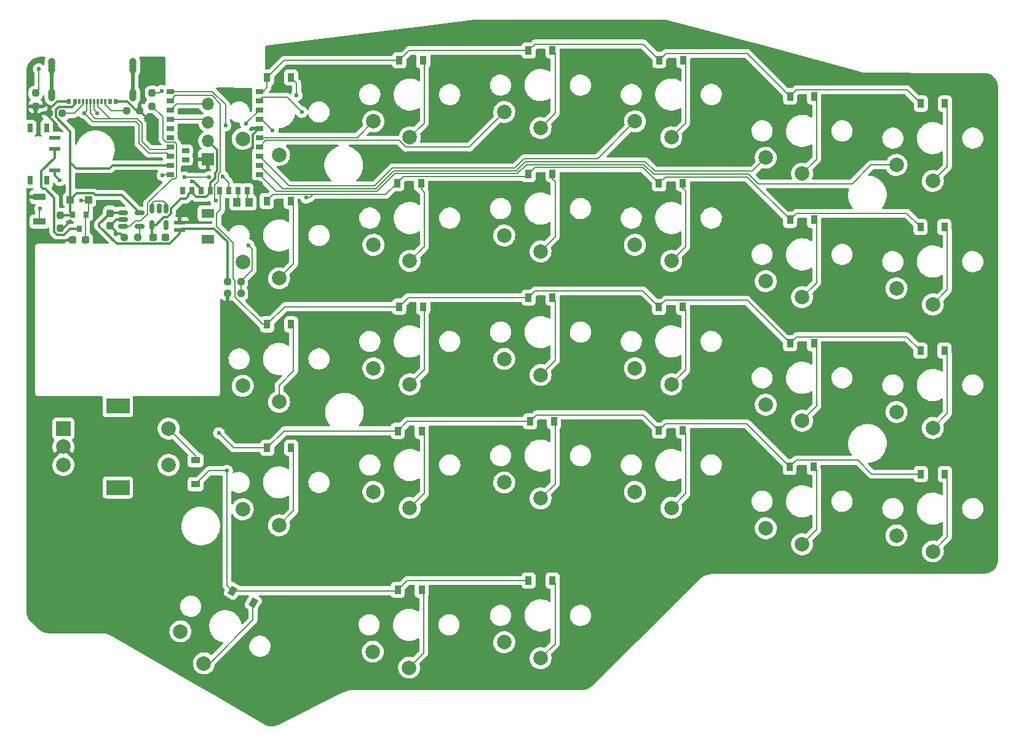
<source format=gbl>
G04 #@! TF.GenerationSoftware,KiCad,Pcbnew,(5.99.0-8557-g8988e46ab1)*
G04 #@! TF.CreationDate,2021-02-20T09:24:53-07:00*
G04 #@! TF.ProjectId,BlueSof,426c7565-536f-4662-9e6b-696361645f70,rev?*
G04 #@! TF.SameCoordinates,PX85099e0PY51bada0*
G04 #@! TF.FileFunction,Copper,L2,Bot*
G04 #@! TF.FilePolarity,Positive*
%FSLAX46Y46*%
G04 Gerber Fmt 4.6, Leading zero omitted, Abs format (unit mm)*
G04 Created by KiCad (PCBNEW (5.99.0-8557-g8988e46ab1)) date 2021-02-20 09:24:53*
%MOMM*%
%LPD*%
G01*
G04 APERTURE LIST*
G04 Aperture macros list*
%AMRoundRect*
0 Rectangle with rounded corners*
0 $1 Rounding radius*
0 $2 $3 $4 $5 $6 $7 $8 $9 X,Y pos of 4 corners*
0 Add a 4 corners polygon primitive as box body*
4,1,4,$2,$3,$4,$5,$6,$7,$8,$9,$2,$3,0*
0 Add four circle primitives for the rounded corners*
1,1,$1+$1,$2,$3*
1,1,$1+$1,$4,$5*
1,1,$1+$1,$6,$7*
1,1,$1+$1,$8,$9*
0 Add four rect primitives between the rounded corners*
20,1,$1+$1,$2,$3,$4,$5,0*
20,1,$1+$1,$4,$5,$6,$7,0*
20,1,$1+$1,$6,$7,$8,$9,0*
20,1,$1+$1,$8,$9,$2,$3,0*%
%AMRotRect*
0 Rectangle, with rotation*
0 The origin of the aperture is its center*
0 $1 length*
0 $2 width*
0 $3 Rotation angle, in degrees counterclockwise*
0 Add horizontal line*
21,1,$1,$2,0,0,$3*%
G04 Aperture macros list end*
G04 #@! TA.AperFunction,ComponentPad*
%ADD10C,2.000000*%
G04 #@! TD*
G04 #@! TA.AperFunction,ComponentPad*
%ADD11R,2.000000X2.000000*%
G04 #@! TD*
G04 #@! TA.AperFunction,ComponentPad*
%ADD12R,3.200000X2.000000*%
G04 #@! TD*
G04 #@! TA.AperFunction,SMDPad,CuDef*
%ADD13R,0.900000X1.200000*%
G04 #@! TD*
G04 #@! TA.AperFunction,SMDPad,CuDef*
%ADD14RotRect,0.900000X1.200000X330.000000*%
G04 #@! TD*
G04 #@! TA.AperFunction,SMDPad,CuDef*
%ADD15R,1.200000X0.900000*%
G04 #@! TD*
G04 #@! TA.AperFunction,SMDPad,CuDef*
%ADD16RoundRect,0.237500X-0.300000X-0.237500X0.300000X-0.237500X0.300000X0.237500X-0.300000X0.237500X0*%
G04 #@! TD*
G04 #@! TA.AperFunction,SMDPad,CuDef*
%ADD17RoundRect,0.237500X-0.237500X0.300000X-0.237500X-0.300000X0.237500X-0.300000X0.237500X0.300000X0*%
G04 #@! TD*
G04 #@! TA.AperFunction,SMDPad,CuDef*
%ADD18RoundRect,0.237500X0.300000X0.237500X-0.300000X0.237500X-0.300000X-0.237500X0.300000X-0.237500X0*%
G04 #@! TD*
G04 #@! TA.AperFunction,SMDPad,CuDef*
%ADD19R,0.540000X0.800000*%
G04 #@! TD*
G04 #@! TA.AperFunction,SMDPad,CuDef*
%ADD20R,0.300000X0.800000*%
G04 #@! TD*
G04 #@! TA.AperFunction,ComponentPad*
%ADD21C,1.000000*%
G04 #@! TD*
G04 #@! TA.AperFunction,ComponentPad*
%ADD22R,1.700000X1.700000*%
G04 #@! TD*
G04 #@! TA.AperFunction,ComponentPad*
%ADD23O,1.700000X1.700000*%
G04 #@! TD*
G04 #@! TA.AperFunction,SMDPad,CuDef*
%ADD24R,0.800000X0.900000*%
G04 #@! TD*
G04 #@! TA.AperFunction,SMDPad,CuDef*
%ADD25RoundRect,0.237500X0.250000X0.237500X-0.250000X0.237500X-0.250000X-0.237500X0.250000X-0.237500X0*%
G04 #@! TD*
G04 #@! TA.AperFunction,SMDPad,CuDef*
%ADD26RoundRect,0.237500X-0.250000X-0.237500X0.250000X-0.237500X0.250000X0.237500X-0.250000X0.237500X0*%
G04 #@! TD*
G04 #@! TA.AperFunction,SMDPad,CuDef*
%ADD27RoundRect,0.237500X-0.237500X0.250000X-0.237500X-0.250000X0.237500X-0.250000X0.237500X0.250000X0*%
G04 #@! TD*
G04 #@! TA.AperFunction,SMDPad,CuDef*
%ADD28R,1.700000X0.900000*%
G04 #@! TD*
G04 #@! TA.AperFunction,SMDPad,CuDef*
%ADD29RoundRect,0.150000X-0.512500X-0.150000X0.512500X-0.150000X0.512500X0.150000X-0.512500X0.150000X0*%
G04 #@! TD*
G04 #@! TA.AperFunction,SMDPad,CuDef*
%ADD30RoundRect,0.150000X-0.150000X0.512500X-0.150000X-0.512500X0.150000X-0.512500X0.150000X0.512500X0*%
G04 #@! TD*
G04 #@! TA.AperFunction,SMDPad,CuDef*
%ADD31R,1.050000X1.200000*%
G04 #@! TD*
G04 #@! TA.AperFunction,SMDPad,CuDef*
%ADD32R,1.000000X0.650000*%
G04 #@! TD*
G04 #@! TA.AperFunction,SMDPad,CuDef*
%ADD33R,0.650000X1.000000*%
G04 #@! TD*
G04 #@! TA.AperFunction,ComponentPad*
%ADD34R,1.000000X0.650000*%
G04 #@! TD*
G04 #@! TA.AperFunction,SMDPad,CuDef*
%ADD35R,1.000000X1.000000*%
G04 #@! TD*
G04 #@! TA.AperFunction,SMDPad,CuDef*
%ADD36R,1.550000X0.600000*%
G04 #@! TD*
G04 #@! TA.AperFunction,SMDPad,CuDef*
%ADD37R,1.800000X1.200000*%
G04 #@! TD*
G04 #@! TA.AperFunction,SMDPad,CuDef*
%ADD38R,1.524000X0.600000*%
G04 #@! TD*
G04 #@! TA.AperFunction,SMDPad,CuDef*
%ADD39R,0.700000X1.200000*%
G04 #@! TD*
G04 #@! TA.AperFunction,ViaPad*
%ADD40C,0.600000*%
G04 #@! TD*
G04 #@! TA.AperFunction,Conductor*
%ADD41C,0.200000*%
G04 #@! TD*
G04 #@! TA.AperFunction,Conductor*
%ADD42C,0.300000*%
G04 #@! TD*
G04 #@! TA.AperFunction,Conductor*
%ADD43C,0.500000*%
G04 #@! TD*
G04 APERTURE END LIST*
D10*
X-23000000Y27900000D03*
X-18000000Y25700000D03*
X-5000000Y30300000D03*
X0Y28100000D03*
X31000000Y30300000D03*
X36000000Y28100000D03*
X49000000Y25300000D03*
X54000000Y23100000D03*
X67000000Y24300000D03*
X72000000Y22100000D03*
X-23000000Y10900000D03*
X-18000000Y8700000D03*
X-5000000Y13300000D03*
X0Y11100000D03*
X13000000Y14600000D03*
X18000000Y12400000D03*
X31000000Y13300000D03*
X36000000Y11100000D03*
X67000000Y7300000D03*
X72000000Y5100000D03*
X-5000000Y-3700000D03*
X0Y-5900000D03*
X13000000Y-2400000D03*
X18000000Y-4600000D03*
X31000000Y-3700000D03*
X36000000Y-5900000D03*
X49000000Y-8700000D03*
X54000000Y-10900000D03*
X-23000000Y-23100000D03*
X-18000000Y-25300000D03*
X13000000Y-19400000D03*
X18000000Y-21600000D03*
X31000000Y-20700000D03*
X36000000Y-22900000D03*
X49000000Y-25700000D03*
X54000000Y-27900000D03*
X67000000Y-26700000D03*
X72000000Y-28900000D03*
X-23000000Y-6100000D03*
X-18000000Y-8300000D03*
X49000000Y8300000D03*
X54000000Y6100000D03*
X67000000Y-9700000D03*
X72000000Y-11900000D03*
X13000000Y-41400000D03*
X18000000Y-43600000D03*
X13000000Y31600000D03*
X18000000Y29400000D03*
X-5000000Y-20700000D03*
X0Y-22900000D03*
X-31580127Y-39904294D03*
X-28350000Y-44309550D03*
D11*
X-47700000Y-12000000D03*
D10*
X-47700000Y-17000000D03*
X-47700000Y-14500000D03*
D12*
X-40200000Y-8900000D03*
X-40200000Y-20100000D03*
D10*
X-33200000Y-17000000D03*
X-33200000Y-12000000D03*
X-5100000Y-42700000D03*
X-100000Y-44900000D03*
D13*
X-1450000Y38700000D03*
X1850000Y38700000D03*
X16350000Y40050000D03*
X19650000Y40050000D03*
X34350000Y38750000D03*
X37650000Y38750000D03*
X52350000Y33750000D03*
X55650000Y33750000D03*
X70350000Y32750000D03*
X73650000Y32750000D03*
X-19700000Y19350000D03*
X-16400000Y19350000D03*
X-1750000Y21800000D03*
X1550000Y21800000D03*
X16350000Y23050000D03*
X19650000Y23050000D03*
X34300000Y21750000D03*
X37600000Y21750000D03*
X52350000Y16750000D03*
X55650000Y16750000D03*
X70300000Y15750000D03*
X73600000Y15750000D03*
X-1450000Y4800000D03*
X1850000Y4800000D03*
X16350000Y6050000D03*
X19650000Y6050000D03*
X34300000Y4750000D03*
X37600000Y4750000D03*
X52350000Y-250000D03*
X55650000Y-250000D03*
X70300000Y-1250000D03*
X73600000Y-1250000D03*
X-19650000Y-14650000D03*
X-16350000Y-14650000D03*
X-1650000Y-12300000D03*
X1650000Y-12300000D03*
X16550000Y-11000000D03*
X19850000Y-11000000D03*
X34300000Y-12250000D03*
X37600000Y-12250000D03*
X52300000Y-17250000D03*
X55600000Y-17250000D03*
X70350000Y-18250000D03*
X73650000Y-18250000D03*
X-19650000Y2350000D03*
X-16350000Y2350000D03*
X-1650000Y-34200000D03*
X1650000Y-34200000D03*
D14*
X-24401185Y-34325000D03*
X-21543301Y-35975000D03*
D15*
X-29500000Y-19649999D03*
X-29500000Y-16349999D03*
D13*
X-19650000Y36350000D03*
X-16350000Y36350000D03*
X16350000Y-32900000D03*
X19650000Y-32900000D03*
D16*
X-35337500Y14300000D03*
X-33612500Y14300000D03*
D17*
X-41275000Y17662500D03*
X-41275000Y15937500D03*
D18*
X-44675000Y14000000D03*
X-46400000Y14000000D03*
D19*
X-40500000Y33025000D03*
X-46900000Y33025000D03*
X-46100000Y33025000D03*
X-41300000Y33025000D03*
D20*
X-44950000Y33025000D03*
X-43950000Y33025000D03*
X-43450000Y33025000D03*
X-42450000Y33025000D03*
X-41950000Y33025000D03*
X-42950000Y33025000D03*
X-44450000Y33025000D03*
X-45458000Y33025000D03*
D21*
X-49275300Y37319900D03*
X-38124700Y37332600D03*
X-49275600Y34306000D03*
X-38124700Y33789300D03*
X-38125000Y33544000D03*
X-49275000Y38539100D03*
X-38124700Y37967600D03*
X-49275600Y34043300D03*
X-38125000Y34306000D03*
X-49275300Y38259700D03*
X-49275300Y33789300D03*
X-38124400Y38551800D03*
X-49275600Y33544000D03*
X-38124700Y38272400D03*
X-38125000Y34043300D03*
X-38124700Y37624700D03*
X-49275300Y37954900D03*
X-49275300Y37612000D03*
D22*
X-27775000Y25100000D03*
D23*
X-27775000Y27640000D03*
X-27775000Y30180000D03*
X-27775000Y32720000D03*
D24*
X-46450000Y17500000D03*
X-44550000Y17500000D03*
X-45500000Y15500000D03*
D25*
X-37462500Y14300000D03*
X-39287500Y14300000D03*
D26*
X-25087500Y8200000D03*
X-23262500Y8200000D03*
D25*
X-23262500Y6600000D03*
X-25087500Y6600000D03*
X-47825000Y31400000D03*
X-49650000Y31400000D03*
D26*
X-38987500Y31750000D03*
X-37162500Y31750000D03*
D27*
X-48075000Y17412500D03*
X-48075000Y15587500D03*
D28*
X-50975000Y16500000D03*
X-50975000Y19900000D03*
D29*
X-39512500Y15850000D03*
X-39512500Y16800000D03*
X-39512500Y17750000D03*
X-37237500Y17750000D03*
X-37237500Y15850000D03*
D30*
X-35475000Y18337500D03*
X-34525000Y18337500D03*
X-33575000Y18337500D03*
X-33575000Y16062500D03*
X-35475000Y16062500D03*
D31*
X-23814045Y19137500D03*
X-22164045Y19137500D03*
D27*
X-51500000Y34212500D03*
X-51500000Y32387500D03*
D32*
X-20720045Y34430000D03*
X-20720045Y33160000D03*
X-20720045Y31890000D03*
X-20720045Y30620000D03*
X-20720045Y29350000D03*
X-20720045Y28080000D03*
X-20720045Y26810000D03*
X-20720045Y25540000D03*
X-20720045Y24270000D03*
X-20720045Y23000000D03*
D33*
X-22369045Y20781000D03*
X-23639045Y20781000D03*
X-24909045Y20781000D03*
X-26179045Y20781000D03*
X-27449045Y20781000D03*
X-28719045Y20781000D03*
X-29989045Y20781000D03*
X-31259045Y20781000D03*
D32*
X-32958045Y23000000D03*
X-32958045Y24270000D03*
D34*
X-30880045Y25032000D03*
D32*
X-32958045Y25540000D03*
D34*
X-30880045Y26302000D03*
D32*
X-32958045Y26810000D03*
X-32958045Y28080000D03*
X-32958045Y29350000D03*
X-32958045Y30620000D03*
X-32958045Y31890000D03*
X-32958045Y33160000D03*
X-32958045Y34430000D03*
D35*
X-44225000Y19500000D03*
X-46725000Y19500000D03*
D27*
X-35475000Y34212500D03*
X-35475000Y32387500D03*
D36*
X-31675000Y16350000D03*
X-31675000Y15350000D03*
D37*
X-27800000Y17650000D03*
X-27800000Y14050000D03*
D38*
X-48875000Y23550000D03*
X-48875000Y26550000D03*
X-48875000Y28050000D03*
D39*
X-52275000Y22200000D03*
X-52275000Y29400000D03*
X-49975000Y29400000D03*
X-49975000Y22200000D03*
D40*
X-25374990Y29741001D03*
X-25175000Y-17800000D03*
X-14275000Y19800000D03*
X-14875000Y31600000D03*
X-26275000Y-12600000D03*
X-26675728Y19374272D03*
X-47475000Y-33200000D03*
X-23475000Y-13200000D03*
X-37475000Y25800000D03*
X62525000Y28800000D03*
X-16475000Y-42200000D03*
X-48250000Y20750000D03*
X-45000000Y29750000D03*
X-36250000Y30500000D03*
X75525000Y27800000D03*
X-48600000Y29450000D03*
X79525000Y10800000D03*
X-14475000Y14800000D03*
X-29700000Y-8650000D03*
X-23475000Y24800000D03*
X-20475000Y21800000D03*
X43525000Y-200000D03*
X-46750000Y16500000D03*
X3525000Y35800000D03*
X7525000Y-17200000D03*
X-10475000Y-2200000D03*
X26525000Y21800000D03*
X-21900000Y15850000D03*
X79525000Y-6200000D03*
X-9475000Y35800000D03*
X25525000Y-37200000D03*
X-37475000Y20800000D03*
X-23475000Y-200000D03*
X-50475000Y-9200000D03*
X79525000Y-23200000D03*
X-41475000Y-24200000D03*
X26525000Y35800000D03*
X61525000Y-22200000D03*
X7525000Y-39200000D03*
X40525000Y35800000D03*
X-30000000Y22000000D03*
X-51475000Y13800000D03*
X-23475000Y-17200000D03*
X25525000Y800000D03*
X25525000Y-16200000D03*
X44525000Y16800000D03*
X62525000Y-5200000D03*
X-33750000Y14250000D03*
X-34475000Y-36200000D03*
X-16475000Y23800000D03*
X-34500000Y18250000D03*
X-42250000Y19250000D03*
X53000000Y19250000D03*
X7525000Y-200000D03*
X-35475000Y37800000D03*
X26525000Y17800000D03*
X56500000Y19250000D03*
X-44475000Y-11200000D03*
X-23500000Y34000000D03*
X61525000Y11800000D03*
X14525000Y35800000D03*
X43525000Y-17200000D03*
X-43000000Y14000000D03*
X-9475000Y-19200000D03*
X-30500000Y31750000D03*
X7525000Y16800000D03*
X-12475000Y24800000D03*
X-40475000Y14800000D03*
X-18875000Y29100000D03*
X-48175000Y22200000D03*
X-45275000Y19400000D03*
X-35475000Y18337500D03*
X-46075000Y33000000D03*
X-41275000Y33000000D03*
X-34175000Y34500000D03*
X-51075000Y37500000D03*
X-22575000Y30000000D03*
X-22200000Y13250000D03*
X-34050424Y22899990D03*
X-50875000Y18300000D03*
X-23750000Y19073455D03*
X-22100000Y19150000D03*
X-25750022Y22730456D03*
X-30975000Y22600000D03*
X-27634983Y22629981D03*
X-15575000Y33900000D03*
X-44800000Y31450000D03*
X-43000000Y31450000D03*
D41*
X-27205000Y34430000D02*
X-25374990Y32599990D01*
X-25175000Y-33551185D02*
X-25175000Y-17800000D01*
X-32958045Y34430000D02*
X-27205000Y34430000D01*
X-25374990Y32599990D02*
X-25374990Y29741001D01*
X-25175000Y-17800000D02*
X-27650001Y-17800000D01*
X-24401185Y-34325000D02*
X-25175000Y-33551185D01*
X-350000Y-32900000D02*
X16350000Y-32900000D01*
X-1650000Y-34200000D02*
X-350000Y-32900000D01*
X-27650001Y-17800000D02*
X-29500000Y-19649999D01*
X-24401185Y-34325000D02*
X-1775000Y-34325000D01*
X-100000Y40050000D02*
X-1450000Y38700000D01*
X46449999Y39650001D02*
X35250001Y39650001D01*
X17250001Y40950001D02*
X16350000Y40050000D01*
X-20720045Y34430000D02*
X-20217607Y34430000D01*
X53250001Y34650001D02*
X68449999Y34650001D01*
X70350000Y32750000D02*
X68449999Y34650001D01*
X52350000Y33750000D02*
X46449999Y39650001D01*
X-20217607Y34430000D02*
X-19650000Y34997607D01*
X52350000Y33750000D02*
X53250001Y34650001D01*
X-17300000Y38700000D02*
X-19650000Y36350000D01*
X35250001Y39650001D02*
X34350000Y38750000D01*
X32149999Y40950001D02*
X17250001Y40950001D01*
X16350000Y40050000D02*
X-100000Y40050000D01*
X-1450000Y38700000D02*
X-17300000Y38700000D01*
X34350000Y38750000D02*
X32149999Y40950001D01*
X-19650000Y34997607D02*
X-19650000Y36350000D01*
X2000001Y20524999D02*
X1550000Y20975000D01*
X2000001Y13100001D02*
X2000001Y20524999D01*
X0Y11100000D02*
X2000001Y13100001D01*
X1550000Y20975000D02*
X1550000Y21800000D01*
X-13325001Y20250001D02*
X-3299999Y20250001D01*
X34300000Y21750000D02*
X35200001Y22650001D01*
X17250001Y23950001D02*
X32099999Y23950001D01*
X-18799999Y20250001D02*
X-13325001Y20250001D01*
X46449999Y22650001D02*
X52350000Y16750000D01*
X-849999Y22700001D02*
X16000001Y22700001D01*
X52350000Y16750000D02*
X53250001Y17650001D01*
X35200001Y22650001D02*
X46449999Y22650001D01*
X-20280044Y33600001D02*
X-16875001Y33600001D01*
X53250001Y17650001D02*
X68399999Y17650001D01*
X-14275000Y19800000D02*
X-14324999Y19849999D01*
X-14275000Y19800000D02*
X-13775002Y19800000D01*
X-3299999Y20250001D02*
X-1750000Y21800000D01*
X-13775002Y19800000D02*
X-13325001Y20250001D01*
X-1750000Y21800000D02*
X-849999Y22700001D01*
X-19700000Y19350000D02*
X-18799999Y20250001D01*
X68399999Y17650001D02*
X70300000Y15750000D01*
X-20720045Y33160000D02*
X-20280044Y33600001D01*
X32099999Y23950001D02*
X34300000Y21750000D01*
X-16875001Y33600001D02*
X-14875000Y31600000D01*
X17250001Y23950001D02*
X16350000Y23050000D01*
X38000001Y-3899999D02*
X38000001Y4349999D01*
X36000000Y-5900000D02*
X38000001Y-3899999D01*
X38000001Y4349999D02*
X37600000Y4750000D01*
X-26075727Y18096929D02*
X-26575000Y17597656D01*
X35200001Y5650001D02*
X46449999Y5650001D01*
X-24300001Y8660157D02*
X-24050010Y8410166D01*
X16350000Y6050000D02*
X17250001Y6950001D01*
X-26575000Y15824998D02*
X-24300001Y13549999D01*
X-20260154Y2350000D02*
X-19650000Y2350000D01*
X-24050010Y6139856D02*
X-20260154Y2350000D01*
X17250001Y6950001D02*
X32099999Y6950001D01*
X52350000Y-250000D02*
X53250001Y650001D01*
X32099999Y6950001D02*
X34300000Y4750000D01*
X53250001Y650001D02*
X68399999Y650001D01*
X34300000Y4750000D02*
X35200001Y5650001D01*
X-1450000Y4800000D02*
X-200000Y6050000D01*
X-26179045Y20781000D02*
X-26075727Y20677682D01*
X-19650000Y2350000D02*
X-17200000Y4800000D01*
X-17200000Y4800000D02*
X-1450000Y4800000D01*
X46449999Y5650001D02*
X52350000Y-250000D01*
X-24050010Y8410166D02*
X-24050010Y6139856D01*
X-200000Y6050000D02*
X16350000Y6050000D01*
X-26575000Y17597656D02*
X-26575000Y15824998D01*
X-26075727Y20677682D02*
X-26075727Y18096929D01*
X-24300001Y13549999D02*
X-24300001Y8660157D01*
X68399999Y650001D02*
X70300000Y-1250000D01*
X74000001Y24100001D02*
X72000000Y22100000D01*
X74000001Y32399999D02*
X74000001Y24100001D01*
X-26824044Y19522588D02*
X-26675728Y19374272D01*
X-350000Y-11000000D02*
X16550000Y-11000000D01*
X-26350023Y23018457D02*
X-26350023Y21995022D01*
X-1650000Y-12300000D02*
X-350000Y-11000000D01*
X-19650000Y-14650000D02*
X-17300000Y-12300000D01*
X17450001Y-10099999D02*
X32149999Y-10099999D01*
X16550000Y-11000000D02*
X17450001Y-10099999D01*
X-26350023Y21995022D02*
X-26824044Y21521001D01*
X-17300000Y-12300000D02*
X-1650000Y-12300000D01*
X-26824044Y21521001D02*
X-26824044Y19522588D01*
X34300000Y-12250000D02*
X35200001Y-11349999D01*
X35200001Y-11349999D02*
X46399999Y-11349999D01*
X-26062528Y23305952D02*
X-26350023Y23018457D01*
X-26062528Y32709530D02*
X-26062528Y23305952D01*
X63598998Y-18250000D02*
X70350000Y-18250000D01*
X-24225000Y-14650000D02*
X-26275000Y-12600000D01*
X61698997Y-16349999D02*
X63598998Y-18250000D01*
X-32248044Y33870001D02*
X-27222999Y33870001D01*
X46399999Y-11349999D02*
X52300000Y-17250000D01*
X52300000Y-17250000D02*
X53200001Y-16349999D01*
X-32958045Y33160000D02*
X-32248044Y33870001D01*
X-27222999Y33870001D02*
X-26062528Y32709530D01*
X53200001Y-16349999D02*
X61698997Y-16349999D01*
X32149999Y-10099999D02*
X34300000Y-12250000D01*
X-19650000Y-14650000D02*
X-24225000Y-14650000D01*
X-15999999Y10700001D02*
X-18000000Y8700000D01*
X-15999999Y18949999D02*
X-15999999Y10700001D01*
X-16400000Y19350000D02*
X-15999999Y18949999D01*
X54000000Y-10900000D02*
X56000001Y-8899999D01*
X56000001Y-8899999D02*
X56000001Y-600001D01*
X18000000Y12400000D02*
X20000001Y14400001D01*
X20000001Y14400001D02*
X20000001Y22024999D01*
X19650000Y22375000D02*
X19650000Y23050000D01*
X20000001Y22024999D02*
X19650000Y22375000D01*
X36000000Y11100000D02*
X38000001Y13100001D01*
X38000001Y20724999D02*
X37600000Y21125000D01*
X38000001Y13100001D02*
X38000001Y20724999D01*
X37600000Y21125000D02*
X37600000Y21750000D01*
X56000001Y8100001D02*
X56000001Y16399999D01*
X54000000Y6100000D02*
X56000001Y8100001D01*
X73600000Y15750000D02*
X74000001Y15349999D01*
X74000001Y15349999D02*
X74000001Y7100001D01*
X74000001Y7100001D02*
X72000000Y5100000D01*
X-18000000Y-6049998D02*
X-15999999Y-4049997D01*
X-18000000Y-8300000D02*
X-18000000Y-6049998D01*
X-15999999Y-4049997D02*
X-15999999Y1999999D01*
X2000001Y-3899999D02*
X2000001Y4649999D01*
X0Y-5900000D02*
X2000001Y-3899999D01*
X20000001Y-2599999D02*
X20000001Y5699999D01*
X18000000Y-4600000D02*
X20000001Y-2599999D01*
X-18000000Y-25300000D02*
X-15999999Y-23299999D01*
X-15999999Y-23299999D02*
X-15999999Y-15000001D01*
X2000001Y-20899999D02*
X2000001Y-12650001D01*
X0Y-22900000D02*
X2000001Y-20899999D01*
X74000001Y-1650001D02*
X74000001Y-9899999D01*
X74000001Y-9899999D02*
X72000000Y-11900000D01*
X73600000Y-1250000D02*
X74000001Y-1650001D01*
X18000000Y-21600000D02*
X20000001Y-19599999D01*
X20000001Y-19599999D02*
X20000001Y-11150001D01*
X74000001Y-26899999D02*
X72000000Y-28900000D01*
X74000001Y-18600001D02*
X74000001Y-26899999D01*
X18000000Y-43600000D02*
X20000001Y-41599999D01*
X20000001Y-41599999D02*
X20000001Y-33250001D01*
D42*
X-36250000Y30837500D02*
X-37162500Y31750000D01*
X-21649999Y28470038D02*
X-21649999Y26625001D01*
X-40475000Y14800000D02*
X-40475000Y15137500D01*
X-36250000Y30500000D02*
X-36250000Y30837500D01*
X-48075000Y15587500D02*
X-47662500Y15587500D01*
X-49650000Y31911583D02*
X-49650000Y31400000D01*
X-28719045Y20966002D02*
X-29753043Y22000000D01*
X-39787500Y14800000D02*
X-39287500Y14300000D01*
X-39512500Y16800000D02*
X-40412500Y16800000D01*
X-37600000Y31750000D02*
X-37162500Y31750000D01*
X-46900000Y33025000D02*
X-48536583Y33025000D01*
X-40500000Y33025000D02*
X-38875000Y33025000D01*
X-49650000Y31400000D02*
X-49650000Y30925000D01*
X-49650000Y30925000D02*
X-48600000Y29875000D01*
X-21649999Y26625001D02*
X-23475000Y24800000D01*
X-40412500Y16800000D02*
X-41275000Y15937500D01*
X-20770037Y29350000D02*
X-21649999Y28470038D01*
X-29753043Y22000000D02*
X-30000000Y22000000D01*
X-40475000Y14800000D02*
X-39787500Y14800000D01*
X-40475000Y15137500D02*
X-41275000Y15937500D01*
X-38875000Y33025000D02*
X-37600000Y31750000D01*
X-47662500Y15587500D02*
X-46750000Y16500000D01*
X-48600000Y29875000D02*
X-48600000Y29450000D01*
X-48536583Y33025000D02*
X-49650000Y31911583D01*
D41*
X32265688Y24350011D02*
X33570349Y23045349D01*
X47965699Y21700000D02*
X60898998Y21700000D01*
X46615688Y23050011D02*
X47965699Y21700000D01*
X-2040012Y23099990D02*
X-1015709Y23099990D01*
X-1015688Y23100011D02*
X14810009Y23100011D01*
X33570349Y23045349D02*
X33575011Y23050011D01*
X33575011Y23050011D02*
X46615688Y23050011D01*
X-1015709Y23099990D02*
X-1015688Y23100011D01*
X-20720045Y23000000D02*
X-18370056Y20650011D01*
X63498998Y24300000D02*
X67000000Y24300000D01*
X16060008Y24350011D02*
X32265688Y24350011D01*
X-18370056Y20650011D02*
X-4489991Y20650011D01*
X-4489991Y20650011D02*
X-2040012Y23099990D01*
X60898998Y21700000D02*
X63498998Y24300000D01*
X14810009Y23100011D02*
X16060008Y24350011D01*
X-4655681Y21050021D02*
X-2205702Y23500000D01*
X15894320Y24750021D02*
X32431377Y24750021D01*
X-2205702Y23500000D02*
X-1181398Y23500000D01*
X-1181398Y23500000D02*
X-1181377Y23500021D01*
X47162500Y23462500D02*
X49000000Y25300000D01*
X-1181377Y23500021D02*
X14644319Y23500021D01*
X32431377Y24750021D02*
X33731377Y23450021D01*
X33731377Y23450021D02*
X47150021Y23450021D01*
X-17500066Y21050021D02*
X-4655681Y21050021D01*
X47150021Y23450021D02*
X47162500Y23462500D01*
X-20720045Y24270000D02*
X-17500066Y21050021D01*
X14644319Y23500021D02*
X15894320Y24750021D01*
X14478631Y23900031D02*
X15728631Y25150031D01*
X-4821369Y21450031D02*
X-2371391Y23900010D01*
X-1347087Y23900010D02*
X-1347066Y23900031D01*
X-16625031Y21450031D02*
X-4821369Y21450031D01*
X-2371391Y23900010D02*
X-1347087Y23900010D01*
X-20715000Y25540000D02*
X-16625031Y21450031D01*
X-1347066Y23900031D02*
X14478631Y23900031D01*
X25850031Y25150031D02*
X31000000Y30300000D01*
X15728631Y25150031D02*
X25850031Y25150031D01*
X-1429990Y27679990D02*
X-19850055Y27679990D01*
X-20720045Y26810000D02*
X-19850055Y27679990D01*
X-500000Y26750000D02*
X8150000Y26750000D01*
X-500000Y26750000D02*
X-1429990Y27679990D01*
X8150000Y26750000D02*
X13000000Y31600000D01*
X-7220000Y28080000D02*
X-5000000Y30300000D01*
X-20720045Y28080000D02*
X-7220000Y28080000D01*
X-20395000Y30620000D02*
X-18875000Y29100000D01*
D42*
X-29994000Y20781000D02*
X-30534044Y20240956D01*
X-33874990Y17125010D02*
X-33924990Y17075010D01*
X-34937500Y16062500D02*
X-35475000Y16062500D01*
X-29364046Y19880999D02*
X-28074044Y19880999D01*
X-32874990Y17597178D02*
X-33347158Y17125010D01*
X-33932112Y17075010D02*
X-34225010Y16782112D01*
X-32874990Y18315710D02*
X-32874990Y17597178D01*
X-34225010Y16782112D02*
X-34225010Y16774990D01*
X-26524999Y26389999D02*
X-26524999Y23479891D01*
X-27775000Y27640000D02*
X-26524999Y26389999D01*
X-34225010Y16774990D02*
X-34937500Y16062500D01*
X-26524999Y23479891D02*
X-26800034Y23204857D01*
X-31540690Y19650010D02*
X-32874990Y18315710D01*
X-30534044Y19960999D02*
X-30845033Y19650010D01*
X-30534044Y20240956D02*
X-30534044Y19960999D01*
X-26800034Y23204857D02*
X-26800034Y22474966D01*
X-33347158Y17125010D02*
X-33874990Y17125010D01*
X-28074044Y19880999D02*
X-27449045Y20505998D01*
X-35475000Y16062500D02*
X-35475000Y14437500D01*
X-27449045Y21825955D02*
X-27449045Y20781000D01*
X-30845033Y19650010D02*
X-31540690Y19650010D01*
X-29989045Y20505998D02*
X-29364046Y19880999D01*
X-33924990Y17075010D02*
X-33932112Y17075010D01*
X-26800034Y22474966D02*
X-27449045Y21825955D01*
X-42775000Y15887500D02*
X-40362480Y13474980D01*
X-31675000Y14869120D02*
X-31675000Y15350000D01*
X-25100000Y8212500D02*
X-25100000Y13713574D01*
X-26936426Y15550000D02*
X-31475000Y15550000D01*
X-25100000Y13713574D02*
X-26936426Y15550000D01*
X-33069140Y13474980D02*
X-31675000Y14869120D01*
X-39512500Y17750000D02*
X-41187500Y17750000D01*
X-25087500Y8200000D02*
X-25100000Y8212500D01*
X-42775000Y16162500D02*
X-42775000Y15887500D01*
X-31475000Y15550000D02*
X-31675000Y15350000D01*
X-41275000Y17662500D02*
X-42775000Y16162500D01*
X-48875000Y22900000D02*
X-48175000Y22200000D01*
X-40362480Y13474980D02*
X-33069140Y13474980D01*
X-48875000Y23550000D02*
X-48875000Y22900000D01*
D41*
X-35124990Y19350010D02*
X-33925010Y19350010D01*
X-35475000Y19000000D02*
X-35124990Y19350010D01*
X-44325000Y19400000D02*
X-45275000Y19400000D01*
X-33925010Y19350010D02*
X-33575000Y19000000D01*
X-44225000Y17825000D02*
X-44550000Y17500000D01*
X-33575000Y19000000D02*
X-33575000Y18337500D01*
X-44225000Y19500000D02*
X-44225000Y17825000D01*
X-44675000Y14000000D02*
X-44675000Y17375000D01*
X-35475000Y18337500D02*
X-35475000Y19000000D01*
X-29500000Y-15700000D02*
X-33200000Y-12000000D01*
X-29500000Y-16349999D02*
X-29500000Y-15700000D01*
D42*
X-48712510Y30898434D02*
X-46725000Y28910924D01*
X-43559310Y20400010D02*
X-45824990Y20400010D01*
X-48314076Y32300000D02*
X-46530720Y32300000D01*
X-40894076Y24270000D02*
X-32958045Y24270000D01*
X-46100000Y32730720D02*
X-46100000Y33025000D01*
X-41314077Y23849999D02*
X-45924999Y23849999D01*
X-46725000Y28910924D02*
X-46725000Y24650000D01*
X-39653190Y20165690D02*
X-43324990Y20165690D01*
X-46530720Y32300000D02*
X-46100000Y32730720D01*
X-46725000Y17775000D02*
X-46450000Y17500000D01*
X-43324990Y20165690D02*
X-43559310Y20400010D01*
X-45924999Y23849999D02*
X-46725000Y24650000D01*
X-46725000Y24650000D02*
X-46725000Y19500000D01*
X-48712510Y31901566D02*
X-48314076Y32300000D01*
X-48712510Y30898434D02*
X-48712510Y31901566D01*
X-37237500Y17750000D02*
X-39653190Y20165690D01*
X-46725000Y19500000D02*
X-46725000Y17775000D01*
X-48075000Y17412500D02*
X-46537500Y17412500D01*
X-45824990Y20400010D02*
X-46725000Y19500000D01*
X-40894076Y24270000D02*
X-41314077Y23849999D01*
D41*
X-34462500Y34212500D02*
X-34175000Y34500000D01*
X-35475000Y34212500D02*
X-34462500Y34212500D01*
X-51075000Y37500000D02*
X-51075000Y34637500D01*
X-51075000Y34637500D02*
X-51500000Y34212500D01*
X-44950000Y32629432D02*
X-46179432Y31400000D01*
X-46179432Y31400000D02*
X-47825000Y31400000D01*
X-44950000Y33025000D02*
X-44950000Y32629432D01*
X-41950000Y33025000D02*
X-41950000Y32651432D01*
X-41950000Y32651432D02*
X-41048568Y31750000D01*
X-41048568Y31750000D02*
X-38987500Y31750000D01*
X-32128045Y32720000D02*
X-27775000Y32720000D01*
X-32958045Y31890000D02*
X-32128045Y32720000D01*
X-33562335Y27435010D02*
X-34000000Y27872675D01*
X-36075010Y19036402D02*
X-32736422Y22374990D01*
X-34000000Y30912500D02*
X-35475000Y32387500D01*
X-39512500Y15850000D02*
X-38536412Y15850000D01*
X-32736422Y22374990D02*
X-32333775Y22374990D01*
X-32108035Y22600730D02*
X-32108035Y27209270D01*
X-32108035Y27209270D02*
X-32333775Y27435010D01*
X-34000000Y27872675D02*
X-34000000Y30912500D01*
X-36075010Y17542866D02*
X-36075010Y19036402D01*
X-37017876Y16600000D02*
X-36075010Y17542866D01*
X-32333775Y22374990D02*
X-32108035Y22600730D01*
X-38536412Y15850000D02*
X-37786412Y16600000D01*
X-32333775Y27435010D02*
X-33562335Y27435010D01*
X-37786412Y16600000D02*
X-37017876Y16600000D01*
X-21699989Y9875011D02*
X-21699989Y12749989D01*
X-21699989Y12749989D02*
X-22200000Y13250000D01*
X-20720045Y31890000D02*
X-22575000Y30035045D01*
X-22575000Y30035045D02*
X-22575000Y30000000D01*
X-23262500Y6600000D02*
X-23262500Y8200000D01*
X-23262500Y8312500D02*
X-21699989Y9875011D01*
X-33950414Y23000000D02*
X-34050424Y22899990D01*
X-50975000Y16500000D02*
X-50975000Y18200000D01*
X-32958045Y23000000D02*
X-33950414Y23000000D01*
X-50975000Y18200000D02*
X-50875000Y18300000D01*
X-23639045Y20781000D02*
X-23639045Y19312500D01*
X-22000000Y19050000D02*
X-22100000Y19150000D01*
X-22369045Y20781000D02*
X-22369045Y19342500D01*
X-32958045Y30620000D02*
X-28215000Y30620000D01*
X-37237500Y15850000D02*
X-37237500Y14525000D01*
X-24909045Y21889479D02*
X-25750022Y22730456D01*
X-27664964Y22600000D02*
X-27634983Y22629981D01*
X-24909045Y20781000D02*
X-24909045Y21889479D01*
X-30975000Y22600000D02*
X-27664964Y22600000D01*
X-15575000Y35575000D02*
X-16350000Y36350000D01*
X-15575000Y33900000D02*
X-15575000Y35575000D01*
X0Y28100000D02*
X2000001Y30100001D01*
X2000001Y30100001D02*
X2000001Y38549999D01*
X18000000Y29400000D02*
X20000001Y31400001D01*
X20000001Y31400001D02*
X20000001Y39699999D01*
X36000000Y28100000D02*
X38000001Y30100001D01*
X38000001Y30100001D02*
X38000001Y38399999D01*
X56000001Y25100001D02*
X56000001Y33399999D01*
X54000000Y23100000D02*
X56000001Y25100001D01*
X38000001Y-12650001D02*
X37600000Y-12250000D01*
X36000000Y-22900000D02*
X38000001Y-20899999D01*
X38000001Y-20899999D02*
X38000001Y-12650001D01*
X56000001Y-17650001D02*
X55600000Y-17250000D01*
X54000000Y-27900000D02*
X56000001Y-25899999D01*
X56000001Y-25899999D02*
X56000001Y-17650001D01*
X-27549548Y-44309550D02*
X-21575000Y-38335002D01*
X-21575000Y-38335002D02*
X-21575000Y-36006699D01*
X1900001Y-42899999D02*
X1900001Y-34450001D01*
X-100000Y-44900000D02*
X1900001Y-42899999D01*
X-32958045Y26810000D02*
X-33368035Y26400010D01*
X-36849991Y29993201D02*
X-37556800Y30700010D01*
X-43950000Y31393200D02*
X-43950000Y31412998D01*
X-36850000Y27507397D02*
X-36850000Y29620390D01*
X-42950000Y32337002D02*
X-41350010Y30737012D01*
X-36850000Y29620390D02*
X-36849991Y29620399D01*
X-41350010Y30700010D02*
X-43256810Y30700010D01*
X-42950000Y33025000D02*
X-42950000Y32337002D01*
X-43950000Y31475000D02*
X-43950000Y33025000D01*
X-33368035Y26400010D02*
X-35742613Y26400010D01*
X-37556800Y30700010D02*
X-41350010Y30700010D01*
X-36849991Y29620399D02*
X-36849991Y29993201D01*
X-41350010Y30737012D02*
X-41350010Y30700010D01*
X-35742613Y26400010D02*
X-36850000Y27507397D01*
X-43256810Y30700010D02*
X-43950000Y31393200D01*
X-33368045Y25950000D02*
X-32958045Y25540000D01*
X-43450000Y33025000D02*
X-43450000Y32100000D01*
X-44800000Y31450000D02*
X-43600000Y30250000D01*
X-43000000Y31450000D02*
X-43450000Y31900000D01*
X-44450000Y33025000D02*
X-44450000Y31800000D01*
X-43600000Y30250000D02*
X-43200000Y30250000D01*
X-44450000Y31800000D02*
X-44800000Y31450000D01*
X-35929000Y25950000D02*
X-33368045Y25950000D01*
X-37300000Y27321000D02*
X-35929000Y25950000D01*
X-37300000Y29806800D02*
X-37300000Y27321000D01*
X-43450000Y32100000D02*
X-43450000Y31925000D01*
X-43443200Y30250000D02*
X-43200000Y30250000D01*
X-43200000Y30250000D02*
X-37743200Y30250000D01*
X-37743200Y30250000D02*
X-37300000Y29806800D01*
X-43450000Y31900000D02*
X-43450000Y32100000D01*
D42*
X-48576566Y14699990D02*
X-47573434Y14699990D01*
X-50175000Y21000000D02*
X-48950010Y19775010D01*
X-50725010Y21234320D02*
X-50490690Y21000000D01*
X-47573434Y14699990D02*
X-46773424Y15500000D01*
X-50490690Y21000000D02*
X-50175000Y21000000D01*
X-48875000Y25291998D02*
X-50725010Y23441988D01*
X-48950010Y15073434D02*
X-48576566Y14699990D01*
X-48950010Y19775010D02*
X-48950010Y15073434D01*
X-48875000Y26550000D02*
X-48875000Y25291998D01*
X-46773424Y15500000D02*
X-45500000Y15500000D01*
X-50725010Y23441988D02*
X-50725010Y21234320D01*
D43*
X-49275300Y37954900D02*
X-49275300Y34043600D01*
X-38124700Y37967600D02*
X-38124700Y33789300D01*
X-49275300Y34043600D02*
X-49275600Y34043300D01*
G04 #@! TA.AperFunction,Conductor*
G36*
X22487933Y44292000D02*
G01*
X35120351Y44292000D01*
X35139292Y44290568D01*
X35151134Y44288768D01*
X35163633Y44286867D01*
X35168494Y44286884D01*
X35168499Y44286884D01*
X35220356Y44287069D01*
X35277578Y44287274D01*
X35288401Y44286846D01*
X35399419Y44277658D01*
X35439420Y44274347D01*
X35450182Y44272987D01*
X35549229Y44256117D01*
X35560587Y44253639D01*
X47147855Y41158755D01*
X47581433Y41042949D01*
X62497933Y37058848D01*
X62509895Y37055004D01*
X62563292Y37034850D01*
X62568052Y37033853D01*
X62568056Y37033852D01*
X62663481Y37013868D01*
X62669213Y37012526D01*
X62689815Y37007196D01*
X62694661Y37006716D01*
X62697188Y37006267D01*
X62698533Y37006061D01*
X62698552Y37006197D01*
X62703004Y37005591D01*
X62707390Y37004672D01*
X62727821Y37003359D01*
X62732077Y37003011D01*
X62781842Y36998083D01*
X62865429Y36989806D01*
X62871269Y36989089D01*
X62887516Y36986710D01*
X62887519Y36986710D01*
X62892338Y36986004D01*
X62897205Y36986048D01*
X62899853Y36985867D01*
X62901135Y36985809D01*
X62901139Y36985950D01*
X62905614Y36985826D01*
X62910074Y36985385D01*
X62930514Y36986276D01*
X62934822Y36986389D01*
X62970487Y36986712D01*
X63035082Y36987296D01*
X63035089Y36987297D01*
X63039556Y36987337D01*
X63043975Y36988011D01*
X63043979Y36988011D01*
X63059621Y36990396D01*
X63078871Y36991835D01*
X64393419Y36989110D01*
X73506300Y36970222D01*
X79324904Y36958162D01*
X79347378Y36956094D01*
X79386642Y36948891D01*
X79406854Y36945183D01*
X79412698Y36943966D01*
X79470851Y36930409D01*
X79478603Y36928338D01*
X79522796Y36915009D01*
X79667441Y36871381D01*
X79675065Y36868813D01*
X79702231Y36858687D01*
X79712996Y36854674D01*
X79720419Y36851634D01*
X79900489Y36771064D01*
X79907715Y36767550D01*
X79922298Y36759872D01*
X79943540Y36748688D01*
X79950537Y36744713D01*
X80118832Y36641876D01*
X80125562Y36637463D01*
X80158706Y36614180D01*
X80165137Y36609348D01*
X80219013Y36566110D01*
X80318937Y36485916D01*
X80325051Y36480680D01*
X80354971Y36453350D01*
X80360737Y36447735D01*
X80438980Y36366513D01*
X80496731Y36306564D01*
X80497562Y36305701D01*
X80502959Y36299727D01*
X80529122Y36268842D01*
X80534126Y36262538D01*
X80580804Y36199705D01*
X80618850Y36148491D01*
X80651754Y36104198D01*
X80656345Y36097586D01*
X80678358Y36063620D01*
X80682517Y36056730D01*
X80779003Y35884698D01*
X80782714Y35877556D01*
X80800216Y35841069D01*
X80803462Y35833708D01*
X80866697Y35676921D01*
X80877243Y35650772D01*
X80880014Y35643213D01*
X80892726Y35604783D01*
X80895008Y35597066D01*
X80944869Y35406236D01*
X80946654Y35398387D01*
X80954362Y35358667D01*
X80955643Y35350721D01*
X80980783Y35155062D01*
X80981553Y35147049D01*
X80985362Y35087518D01*
X80985602Y35081528D01*
X80985954Y35059970D01*
X80987638Y34956726D01*
X80988345Y34952305D01*
X80990420Y34939327D01*
X80992000Y34919433D01*
X80992000Y-29917492D01*
X80990143Y-29939047D01*
X80987745Y-29952858D01*
X80985526Y-30079966D01*
X80985277Y-30085942D01*
X80980916Y-30152488D01*
X80980109Y-30160682D01*
X80964396Y-30280035D01*
X80954227Y-30357273D01*
X80952884Y-30365408D01*
X80944068Y-30409727D01*
X80942196Y-30417755D01*
X80890869Y-30609315D01*
X80888481Y-30617188D01*
X80873950Y-30659994D01*
X80871056Y-30667684D01*
X80795160Y-30850912D01*
X80791760Y-30858414D01*
X80771770Y-30898950D01*
X80767893Y-30906205D01*
X80728714Y-30974065D01*
X80668750Y-31077925D01*
X80664397Y-31084926D01*
X80639280Y-31122517D01*
X80634476Y-31129220D01*
X80513778Y-31286516D01*
X80508548Y-31292889D01*
X80478738Y-31326881D01*
X80473101Y-31332899D01*
X80332907Y-31473093D01*
X80326889Y-31478730D01*
X80292881Y-31508554D01*
X80286508Y-31513784D01*
X80129209Y-31634485D01*
X80122537Y-31639266D01*
X80084920Y-31664401D01*
X80077932Y-31668746D01*
X79906209Y-31767890D01*
X79898937Y-31771777D01*
X79858409Y-31791763D01*
X79850899Y-31795166D01*
X79759299Y-31833108D01*
X79675024Y-31868016D01*
X79667699Y-31871050D01*
X79659983Y-31873954D01*
X79617200Y-31888477D01*
X79609316Y-31890869D01*
X79417755Y-31942198D01*
X79409750Y-31944064D01*
X79365383Y-31952889D01*
X79357289Y-31954225D01*
X79239457Y-31969738D01*
X79160684Y-31980108D01*
X79152481Y-31980916D01*
X79133599Y-31982154D01*
X79085963Y-31985276D01*
X79079973Y-31985525D01*
X78956136Y-31987688D01*
X78939318Y-31990397D01*
X78919281Y-31992000D01*
X41931223Y-31992000D01*
X41913992Y-31990816D01*
X41910935Y-31990394D01*
X41882127Y-31986417D01*
X41877255Y-31986501D01*
X41877252Y-31986501D01*
X41688497Y-31989761D01*
X41683330Y-31989744D01*
X41660939Y-31989205D01*
X41656114Y-31989838D01*
X41655850Y-31989852D01*
X41651539Y-31990325D01*
X41650491Y-31990418D01*
X41646004Y-31990495D01*
X41633314Y-31992536D01*
X41625315Y-31993823D01*
X41621687Y-31994352D01*
X41297828Y-32036820D01*
X41294959Y-32037162D01*
X41271111Y-32039707D01*
X41266567Y-32040920D01*
X41265161Y-32041104D01*
X41255017Y-32043940D01*
X41250908Y-32045089D01*
X41249469Y-32045482D01*
X40917301Y-32134122D01*
X40914363Y-32134868D01*
X40891156Y-32140466D01*
X40886810Y-32142259D01*
X40885440Y-32142624D01*
X40871773Y-32148451D01*
X40870525Y-32148974D01*
X40646945Y-32241182D01*
X40552642Y-32280074D01*
X40549825Y-32281196D01*
X40532074Y-32288022D01*
X40532070Y-32288024D01*
X40527529Y-32289770D01*
X40523454Y-32292111D01*
X40522141Y-32292653D01*
X40519213Y-32294382D01*
X40519202Y-32294388D01*
X40509339Y-32300212D01*
X40508047Y-32300965D01*
X40442124Y-32338846D01*
X40220511Y-32466190D01*
X40210055Y-32472198D01*
X40207404Y-32473679D01*
X40190684Y-32482758D01*
X40190680Y-32482760D01*
X40186403Y-32485083D01*
X40182665Y-32487936D01*
X40181433Y-32488644D01*
X40178750Y-32490743D01*
X40169786Y-32497755D01*
X40168600Y-32498672D01*
X39908159Y-32697455D01*
X39902922Y-32701452D01*
X39898737Y-32704513D01*
X39880361Y-32717372D01*
X39876850Y-32720743D01*
X39876647Y-32720910D01*
X39873463Y-32723841D01*
X39872659Y-32724550D01*
X39869101Y-32727266D01*
X39854443Y-32742184D01*
X39851886Y-32744711D01*
X39710008Y-32880930D01*
X39707251Y-32884457D01*
X39687556Y-32909651D01*
X39677112Y-32921415D01*
X31360216Y-41187288D01*
X25154692Y-47354741D01*
X25138113Y-47368605D01*
X25130542Y-47373903D01*
X25130537Y-47373907D01*
X25126553Y-47376695D01*
X25034750Y-47464837D01*
X25030326Y-47468885D01*
X24980910Y-47511976D01*
X24974566Y-47517154D01*
X24817105Y-47637337D01*
X24810417Y-47642105D01*
X24773385Y-47666725D01*
X24766408Y-47671043D01*
X24594635Y-47769746D01*
X24587439Y-47773575D01*
X24547505Y-47793179D01*
X24540046Y-47796544D01*
X24356880Y-47872084D01*
X24349217Y-47874956D01*
X24328451Y-47881975D01*
X24307117Y-47889186D01*
X24299257Y-47891560D01*
X24107854Y-47942636D01*
X24099854Y-47944494D01*
X24056257Y-47953131D01*
X24048153Y-47954463D01*
X23851760Y-47980216D01*
X23843588Y-47981018D01*
X23778194Y-47985288D01*
X23772160Y-47985537D01*
X23727352Y-47986311D01*
X23648208Y-47987678D01*
X23643785Y-47988390D01*
X23643781Y-47988390D01*
X23631296Y-47990399D01*
X23611281Y-47991999D01*
X-7714123Y-47991999D01*
X-7732019Y-47990722D01*
X-7756074Y-47987270D01*
X-7756080Y-47987270D01*
X-7760893Y-47986579D01*
X-7765760Y-47986637D01*
X-7765762Y-47986637D01*
X-7933351Y-47988639D01*
X-7939642Y-47988557D01*
X-7955351Y-47987960D01*
X-7960216Y-47987775D01*
X-7965058Y-47988341D01*
X-7965233Y-47988348D01*
X-7970656Y-47988696D01*
X-7970650Y-47988767D01*
X-7975108Y-47989138D01*
X-7979592Y-47989192D01*
X-7984024Y-47989881D01*
X-7984027Y-47989881D01*
X-7999330Y-47992259D01*
X-8004026Y-47992899D01*
X-8130723Y-48007717D01*
X-8281362Y-48025335D01*
X-8286127Y-48025801D01*
X-8295043Y-48026502D01*
X-8309006Y-48027599D01*
X-8313741Y-48028722D01*
X-8313851Y-48028739D01*
X-8317962Y-48029616D01*
X-8322055Y-48030095D01*
X-8326383Y-48031240D01*
X-8326387Y-48031241D01*
X-8342324Y-48035458D01*
X-8345479Y-48036249D01*
X-8623626Y-48102215D01*
X-8628295Y-48103228D01*
X-8650807Y-48107671D01*
X-8655381Y-48109337D01*
X-8655488Y-48109367D01*
X-8659472Y-48110716D01*
X-8663478Y-48111666D01*
X-8682990Y-48119349D01*
X-8685944Y-48120469D01*
X-8949697Y-48216534D01*
X-8955623Y-48218526D01*
X-8975300Y-48224598D01*
X-8979678Y-48226733D01*
X-8979847Y-48226800D01*
X-8984842Y-48228921D01*
X-8984813Y-48228985D01*
X-8988902Y-48230813D01*
X-8993113Y-48232347D01*
X-8997065Y-48234463D01*
X-8997068Y-48234464D01*
X-9010745Y-48241785D01*
X-9014975Y-48243948D01*
X-9171880Y-48320475D01*
X-9199345Y-48339105D01*
X-9213484Y-48347405D01*
X-17977807Y-52752289D01*
X-17997576Y-52760210D01*
X-18007574Y-52763264D01*
X-18007581Y-52763267D01*
X-18012230Y-52764687D01*
X-18076845Y-52795976D01*
X-18128707Y-52821089D01*
X-18134104Y-52823547D01*
X-18180370Y-52843320D01*
X-18187623Y-52846158D01*
X-18372300Y-52911913D01*
X-18379716Y-52914298D01*
X-18412447Y-52923718D01*
X-18419996Y-52925640D01*
X-18455042Y-52933418D01*
X-18611415Y-52968121D01*
X-18619008Y-52969562D01*
X-18652657Y-52974873D01*
X-18660371Y-52975847D01*
X-18855552Y-52994391D01*
X-18863324Y-52994888D01*
X-18886385Y-52995647D01*
X-18897353Y-52996008D01*
X-18905132Y-52996023D01*
X-19101103Y-52990350D01*
X-19108876Y-52989884D01*
X-19125703Y-52988353D01*
X-19142760Y-52986800D01*
X-19150491Y-52985855D01*
X-19265828Y-52968117D01*
X-19344286Y-52956050D01*
X-19351919Y-52954634D01*
X-19385193Y-52947387D01*
X-19392744Y-52945496D01*
X-19581357Y-52892021D01*
X-19588782Y-52889665D01*
X-19620903Y-52878371D01*
X-19628168Y-52875562D01*
X-19721038Y-52836305D01*
X-19808764Y-52799221D01*
X-19815823Y-52795976D01*
X-19843718Y-52782094D01*
X-19860868Y-52773559D01*
X-19866112Y-52770793D01*
X-19972354Y-52711528D01*
X-19972357Y-52711527D01*
X-19976266Y-52709346D01*
X-19980444Y-52707742D01*
X-19980448Y-52707740D01*
X-19993458Y-52702745D01*
X-20011296Y-52694236D01*
X-26106333Y-49175265D01*
X-26393264Y-49009605D01*
X-29061870Y-47468885D01*
X-40939315Y-40611439D01*
X-40953623Y-40601815D01*
X-40956929Y-40599246D01*
X-40979111Y-40582009D01*
X-41149174Y-40487744D01*
X-41153637Y-40485148D01*
X-41168631Y-40476013D01*
X-41168642Y-40476007D01*
X-41172789Y-40473481D01*
X-41177270Y-40471625D01*
X-41177494Y-40471511D01*
X-41181561Y-40469725D01*
X-41182301Y-40469381D01*
X-41186222Y-40467208D01*
X-41205780Y-40459759D01*
X-41209129Y-40458428D01*
X-41512624Y-40332718D01*
X-41515352Y-40331550D01*
X-41532689Y-40323885D01*
X-41532702Y-40323880D01*
X-41537150Y-40321914D01*
X-41541562Y-40320732D01*
X-41542754Y-40320238D01*
X-41556453Y-40316734D01*
X-41557673Y-40316415D01*
X-41892480Y-40226703D01*
X-41895284Y-40225916D01*
X-41918180Y-40219199D01*
X-41922711Y-40218602D01*
X-41923952Y-40218270D01*
X-41937961Y-40216587D01*
X-41939379Y-40216408D01*
X-42053086Y-40201439D01*
X-42273193Y-40172463D01*
X-42278246Y-40171692D01*
X-42300400Y-40167845D01*
X-42305275Y-40167760D01*
X-42305518Y-40167737D01*
X-42309959Y-40167565D01*
X-42310758Y-40167517D01*
X-42315201Y-40166932D01*
X-42322213Y-40167012D01*
X-42336097Y-40167169D01*
X-42339727Y-40167158D01*
X-42532690Y-40163787D01*
X-42532692Y-40163787D01*
X-42537164Y-40163709D01*
X-42541603Y-40164266D01*
X-42541606Y-40164266D01*
X-42558298Y-40166360D01*
X-42573454Y-40168261D01*
X-42589134Y-40169241D01*
X-49594287Y-40169241D01*
X-49615531Y-40167437D01*
X-49625737Y-40165691D01*
X-49625742Y-40165691D01*
X-49630539Y-40164870D01*
X-49635405Y-40164797D01*
X-49635407Y-40164797D01*
X-49759761Y-40162936D01*
X-49765693Y-40162707D01*
X-49790728Y-40161151D01*
X-49817160Y-40159507D01*
X-49824929Y-40158781D01*
X-49902933Y-40149043D01*
X-50019589Y-40134478D01*
X-50027317Y-40133269D01*
X-50061660Y-40126796D01*
X-50069302Y-40125108D01*
X-50259451Y-40076875D01*
X-50266969Y-40074717D01*
X-50300183Y-40064059D01*
X-50307556Y-40061439D01*
X-50439488Y-40009870D01*
X-33089940Y-40009870D01*
X-33089183Y-40014873D01*
X-33089183Y-40014878D01*
X-33057563Y-40223956D01*
X-33053639Y-40249903D01*
X-33052093Y-40254719D01*
X-33052092Y-40254722D01*
X-32981042Y-40476013D01*
X-32979427Y-40481044D01*
X-32869216Y-40697347D01*
X-32846397Y-40728525D01*
X-32748829Y-40861834D01*
X-32725839Y-40893246D01*
X-32552986Y-41063702D01*
X-32548861Y-41066634D01*
X-32548858Y-41066636D01*
X-32359229Y-41201399D01*
X-32359225Y-41201402D01*
X-32355104Y-41204330D01*
X-32350566Y-41206563D01*
X-32350561Y-41206566D01*
X-32180234Y-41290377D01*
X-32137284Y-41311511D01*
X-32132449Y-41312989D01*
X-32132447Y-41312990D01*
X-32066145Y-41333260D01*
X-31905129Y-41382487D01*
X-31900110Y-41383174D01*
X-31900108Y-41383175D01*
X-31777283Y-41400000D01*
X-31664613Y-41415434D01*
X-31595269Y-41413739D01*
X-31426984Y-41409627D01*
X-31426980Y-41409627D01*
X-31421923Y-41409503D01*
X-31183304Y-41364846D01*
X-30954893Y-41282614D01*
X-30919795Y-41263159D01*
X-30813666Y-41204330D01*
X-30742569Y-41164920D01*
X-30738591Y-41161790D01*
X-30738587Y-41161787D01*
X-30555769Y-41017923D01*
X-30555768Y-41017922D01*
X-30551793Y-41014794D01*
X-30520310Y-40980557D01*
X-30390896Y-40839821D01*
X-30390893Y-40839817D01*
X-30387473Y-40836098D01*
X-30356820Y-40789611D01*
X-30298677Y-40701432D01*
X-30253837Y-40633428D01*
X-30243955Y-40611439D01*
X-30156397Y-40416616D01*
X-30156395Y-40416610D01*
X-30154323Y-40412000D01*
X-30152552Y-40405390D01*
X-30092800Y-40182392D01*
X-30092800Y-40182391D01*
X-30091492Y-40177510D01*
X-30066959Y-39935990D01*
X-30066627Y-39904294D01*
X-30069524Y-39868290D01*
X-30085690Y-39667355D01*
X-30085691Y-39667350D01*
X-30086096Y-39662314D01*
X-30087874Y-39655073D01*
X-30142796Y-39431473D01*
X-30144003Y-39426559D01*
X-30148556Y-39415831D01*
X-30236882Y-39207750D01*
X-30236882Y-39207749D01*
X-30238858Y-39203095D01*
X-30368220Y-38997672D01*
X-30528762Y-38815573D01*
X-30716352Y-38661485D01*
X-30926165Y-38539370D01*
X-30930892Y-38537556D01*
X-30930895Y-38537554D01*
X-31148079Y-38454185D01*
X-31148083Y-38454184D01*
X-31152803Y-38452372D01*
X-31157753Y-38451338D01*
X-31157756Y-38451337D01*
X-31385484Y-38403762D01*
X-31385488Y-38403762D01*
X-31390435Y-38402728D01*
X-31632947Y-38391716D01*
X-31637967Y-38392297D01*
X-31637971Y-38392297D01*
X-31869071Y-38419036D01*
X-31874101Y-38419618D01*
X-31878972Y-38420996D01*
X-31878975Y-38420997D01*
X-31891792Y-38424624D01*
X-32107691Y-38485718D01*
X-32189371Y-38523806D01*
X-32323126Y-38586176D01*
X-32323130Y-38586178D01*
X-32327708Y-38588313D01*
X-32528492Y-38724766D01*
X-32704877Y-38891565D01*
X-32707955Y-38895591D01*
X-32707956Y-38895592D01*
X-32849252Y-39080399D01*
X-32849255Y-39080403D01*
X-32852325Y-39084419D01*
X-32854715Y-39088877D01*
X-32854716Y-39088878D01*
X-32888655Y-39152175D01*
X-32967042Y-39298366D01*
X-32968688Y-39303147D01*
X-32968690Y-39303151D01*
X-33011183Y-39426559D01*
X-33046078Y-39527902D01*
X-33087398Y-39767122D01*
X-33087451Y-39772182D01*
X-33089664Y-39983561D01*
X-33089940Y-40009870D01*
X-50439488Y-40009870D01*
X-50452441Y-40004807D01*
X-50490328Y-39989998D01*
X-50497510Y-39986929D01*
X-50529144Y-39972239D01*
X-50536132Y-39968727D01*
X-50646049Y-39909132D01*
X-50708630Y-39875201D01*
X-50715361Y-39871277D01*
X-50744965Y-39852760D01*
X-50751448Y-39848419D01*
X-50911010Y-39734255D01*
X-50917229Y-39729508D01*
X-50957240Y-39696944D01*
X-50961755Y-39693088D01*
X-51052227Y-39612079D01*
X-51052228Y-39612079D01*
X-51055573Y-39609083D01*
X-51070797Y-39598933D01*
X-51086349Y-39586697D01*
X-52105276Y-38646486D01*
X-52119476Y-38630999D01*
X-52126535Y-38621877D01*
X-52126540Y-38621872D01*
X-52129518Y-38618023D01*
X-52190890Y-38559950D01*
X-52224736Y-38527923D01*
X-52228889Y-38523806D01*
X-52254763Y-38496940D01*
X-52259757Y-38491439D01*
X-52321193Y-38419618D01*
X-52386282Y-38343525D01*
X-52390926Y-38337761D01*
X-52405942Y-38317952D01*
X-52410251Y-38311906D01*
X-52518483Y-38150148D01*
X-52522430Y-38143855D01*
X-52535012Y-38122416D01*
X-52538582Y-38115900D01*
X-52593570Y-38008113D01*
X-52627038Y-37942510D01*
X-52630216Y-37935799D01*
X-52632902Y-37929664D01*
X-52640163Y-37913085D01*
X-52642940Y-37906197D01*
X-52710383Y-37723600D01*
X-52712751Y-37716559D01*
X-52715277Y-37708240D01*
X-52719973Y-37692778D01*
X-52721918Y-37685619D01*
X-52767404Y-37496364D01*
X-52768926Y-37489096D01*
X-52770212Y-37481901D01*
X-52773295Y-37464658D01*
X-52774381Y-37457343D01*
X-52791282Y-37314702D01*
X-52797290Y-37263991D01*
X-52797946Y-37256592D01*
X-52800141Y-37219415D01*
X-52800350Y-37213570D01*
X-52801615Y-37112755D01*
X-52801954Y-37085742D01*
X-52804969Y-37066419D01*
X-52806476Y-37046995D01*
X-52806476Y-36414244D01*
X-31626203Y-36414244D01*
X-31625906Y-36419396D01*
X-31625906Y-36419400D01*
X-31623473Y-36461596D01*
X-31612397Y-36653680D01*
X-31611262Y-36658717D01*
X-31611261Y-36658723D01*
X-31576593Y-36812556D01*
X-31559671Y-36887646D01*
X-31469439Y-37109859D01*
X-31414427Y-37199630D01*
X-31372660Y-37267787D01*
X-31344126Y-37314351D01*
X-31187097Y-37495631D01*
X-31002569Y-37648829D01*
X-30795497Y-37769832D01*
X-30790672Y-37771674D01*
X-30790671Y-37771675D01*
X-30766199Y-37781020D01*
X-30571443Y-37855390D01*
X-30566377Y-37856421D01*
X-30566376Y-37856421D01*
X-30510101Y-37867870D01*
X-30336424Y-37903205D01*
X-30200876Y-37908175D01*
X-30101915Y-37911804D01*
X-30101911Y-37911804D01*
X-30096751Y-37911993D01*
X-30091631Y-37911337D01*
X-30091629Y-37911337D01*
X-29863989Y-37882176D01*
X-29863988Y-37882176D01*
X-29858861Y-37881519D01*
X-29700862Y-37834117D01*
X-29634096Y-37814086D01*
X-29629143Y-37812600D01*
X-29413765Y-37707088D01*
X-29353700Y-37664244D01*
X-29222725Y-37570820D01*
X-29222721Y-37570816D01*
X-29218513Y-37567815D01*
X-29048629Y-37398523D01*
X-28908676Y-37203758D01*
X-28840800Y-37066422D01*
X-28804706Y-36993392D01*
X-28804705Y-36993390D01*
X-28802412Y-36988750D01*
X-28732692Y-36759274D01*
X-28701387Y-36521492D01*
X-28699640Y-36450000D01*
X-28707595Y-36353243D01*
X-28718868Y-36216123D01*
X-28718869Y-36216117D01*
X-28719292Y-36210972D01*
X-28775422Y-35987509D01*
X-28776460Y-35983375D01*
X-28776461Y-35983371D01*
X-28777719Y-35978364D01*
X-28779775Y-35973634D01*
X-28779778Y-35973627D01*
X-28871292Y-35763159D01*
X-28871294Y-35763156D01*
X-28873352Y-35758422D01*
X-28876158Y-35754084D01*
X-29000813Y-35561397D01*
X-29000818Y-35561391D01*
X-29003624Y-35557053D01*
X-29008668Y-35551509D01*
X-29055443Y-35500105D01*
X-29165035Y-35379664D01*
X-29169086Y-35376465D01*
X-29169090Y-35376461D01*
X-29349197Y-35234221D01*
X-29349202Y-35234218D01*
X-29353251Y-35231020D01*
X-29357767Y-35228527D01*
X-29357770Y-35228525D01*
X-29558694Y-35117609D01*
X-29558698Y-35117607D01*
X-29563218Y-35115112D01*
X-29568087Y-35113388D01*
X-29568091Y-35113386D01*
X-29784420Y-35036780D01*
X-29784424Y-35036779D01*
X-29789295Y-35035054D01*
X-29794388Y-35034147D01*
X-29794391Y-35034146D01*
X-30020323Y-34993901D01*
X-30020329Y-34993900D01*
X-30025412Y-34992995D01*
X-30112613Y-34991930D01*
X-30260059Y-34990128D01*
X-30260061Y-34990128D01*
X-30265229Y-34990065D01*
X-30502303Y-35026343D01*
X-30730269Y-35100853D01*
X-30734861Y-35103243D01*
X-30734860Y-35103243D01*
X-30897824Y-35188077D01*
X-30943004Y-35211596D01*
X-30947137Y-35214699D01*
X-30947140Y-35214701D01*
X-31130661Y-35352492D01*
X-31134796Y-35355597D01*
X-31300493Y-35528990D01*
X-31303407Y-35533262D01*
X-31303408Y-35533263D01*
X-31335536Y-35580361D01*
X-31435646Y-35727116D01*
X-31536625Y-35944656D01*
X-31600717Y-36175767D01*
X-31626203Y-36414244D01*
X-52806476Y-36414244D01*
X-52806476Y-25492955D01*
X-31436877Y-25492955D01*
X-31436509Y-25496774D01*
X-31436509Y-25496782D01*
X-31406126Y-25812322D01*
X-31405708Y-25816663D01*
X-31404876Y-25820417D01*
X-31404875Y-25820422D01*
X-31387233Y-25899999D01*
X-31335321Y-26134160D01*
X-31226765Y-26440712D01*
X-31225048Y-26444157D01*
X-31225047Y-26444158D01*
X-31212288Y-26469749D01*
X-31081659Y-26731750D01*
X-31079544Y-26734946D01*
X-31079539Y-26734954D01*
X-30970297Y-26899999D01*
X-30902166Y-27002934D01*
X-30899663Y-27005864D01*
X-30899662Y-27005866D01*
X-30693468Y-27247289D01*
X-30690962Y-27250223D01*
X-30451195Y-27469928D01*
X-30186440Y-27658776D01*
X-30183053Y-27660615D01*
X-29904028Y-27812114D01*
X-29904023Y-27812116D01*
X-29900644Y-27813951D01*
X-29897069Y-27815359D01*
X-29897063Y-27815362D01*
X-29777796Y-27862342D01*
X-29598067Y-27933139D01*
X-29594347Y-27934101D01*
X-29594344Y-27934102D01*
X-29540546Y-27948015D01*
X-29283220Y-28014564D01*
X-29279401Y-28015067D01*
X-29279400Y-28015067D01*
X-28964613Y-28056510D01*
X-28964605Y-28056511D01*
X-28960796Y-28057012D01*
X-28956953Y-28057046D01*
X-28956946Y-28057046D01*
X-28804826Y-28058373D01*
X-28635603Y-28059850D01*
X-28631787Y-28059415D01*
X-28631783Y-28059415D01*
X-28425545Y-28035916D01*
X-28312488Y-28023035D01*
X-27996268Y-27947118D01*
X-27992672Y-27945774D01*
X-27992667Y-27945772D01*
X-27695256Y-27834574D01*
X-27695251Y-27834572D01*
X-27691657Y-27833228D01*
X-27469583Y-27717624D01*
X-27406611Y-27684843D01*
X-27406608Y-27684841D01*
X-27403196Y-27683065D01*
X-27259083Y-27584019D01*
X-27138357Y-27501047D01*
X-27138350Y-27501042D01*
X-27135186Y-27498867D01*
X-26891621Y-27283379D01*
X-26676133Y-27039814D01*
X-26673958Y-27036650D01*
X-26673953Y-27036643D01*
X-26552144Y-26859408D01*
X-26491935Y-26771804D01*
X-26486077Y-26760552D01*
X-26400993Y-26597105D01*
X-26341772Y-26483343D01*
X-26334188Y-26463061D01*
X-26229228Y-26182333D01*
X-26229226Y-26182328D01*
X-26227882Y-26178732D01*
X-26151965Y-25862512D01*
X-26129333Y-25663881D01*
X-26115461Y-25542129D01*
X-26115461Y-25542123D01*
X-26115150Y-25539397D01*
X-26112997Y-25457191D01*
X-26111572Y-25402750D01*
X-26111500Y-25400000D01*
X-26131353Y-25075401D01*
X-26135484Y-25053109D01*
X-26174517Y-24842511D01*
X-26190617Y-24755641D01*
X-26276082Y-24484584D01*
X-26287251Y-24449159D01*
X-26287252Y-24449156D01*
X-26288409Y-24445487D01*
X-26293364Y-24434613D01*
X-26421670Y-24153070D01*
X-26421672Y-24153066D01*
X-26423269Y-24149562D01*
X-26441095Y-24120472D01*
X-26591180Y-23875557D01*
X-26591182Y-23875554D01*
X-26593189Y-23872279D01*
X-26596390Y-23868254D01*
X-26783235Y-23633359D01*
X-26795634Y-23617771D01*
X-26949657Y-23466413D01*
X-27024836Y-23392534D01*
X-27024840Y-23392531D01*
X-27027587Y-23389831D01*
X-27040121Y-23380213D01*
X-27282527Y-23194208D01*
X-27282531Y-23194206D01*
X-27285590Y-23191858D01*
X-27565796Y-23026804D01*
X-27864029Y-22897129D01*
X-28175843Y-22804765D01*
X-28496588Y-22751091D01*
X-28821484Y-22736906D01*
X-29145688Y-22762421D01*
X-29307086Y-22795258D01*
X-29460581Y-22826487D01*
X-29460583Y-22826488D01*
X-29464365Y-22827257D01*
X-29468024Y-22828481D01*
X-29468023Y-22828481D01*
X-29769120Y-22929226D01*
X-29769126Y-22929228D01*
X-29772765Y-22930446D01*
X-30066290Y-23070450D01*
X-30069527Y-23072512D01*
X-30069532Y-23072515D01*
X-30129081Y-23110452D01*
X-30340566Y-23245183D01*
X-30343529Y-23247626D01*
X-30343531Y-23247627D01*
X-30355008Y-23257088D01*
X-30591503Y-23452039D01*
X-30815359Y-23687935D01*
X-31008799Y-23949354D01*
X-31063270Y-24045631D01*
X-31155195Y-24208108D01*
X-31168938Y-24232398D01*
X-31170413Y-24235959D01*
X-31170414Y-24235961D01*
X-31219873Y-24355365D01*
X-31293389Y-24532849D01*
X-31380296Y-24846227D01*
X-31428365Y-25167861D01*
X-31428465Y-25171694D01*
X-31428466Y-25171701D01*
X-31431750Y-25297152D01*
X-31436877Y-25492955D01*
X-52806476Y-25492955D01*
X-52806476Y-19100000D01*
X-42313500Y-19100000D01*
X-42313500Y-21100000D01*
X-42308273Y-21173079D01*
X-42267096Y-21313316D01*
X-42262225Y-21320895D01*
X-42192949Y-21428691D01*
X-42192947Y-21428694D01*
X-42188077Y-21436271D01*
X-42181267Y-21442172D01*
X-42084431Y-21526082D01*
X-42084428Y-21526084D01*
X-42077619Y-21531984D01*
X-42069421Y-21535728D01*
X-41961412Y-21585054D01*
X-41944670Y-21592700D01*
X-41935755Y-21593982D01*
X-41935754Y-21593982D01*
X-41804448Y-21612861D01*
X-41804441Y-21612862D01*
X-41800000Y-21613500D01*
X-38600000Y-21613500D01*
X-38526921Y-21608273D01*
X-38437041Y-21581882D01*
X-38395330Y-21569635D01*
X-38395328Y-21569634D01*
X-38386684Y-21567096D01*
X-38337875Y-21535728D01*
X-38271309Y-21492949D01*
X-38271306Y-21492947D01*
X-38263729Y-21488077D01*
X-38256771Y-21480047D01*
X-38173918Y-21384431D01*
X-38173916Y-21384428D01*
X-38168016Y-21377619D01*
X-38162127Y-21364725D01*
X-38111042Y-21252864D01*
X-38111042Y-21252863D01*
X-38107300Y-21244670D01*
X-38105541Y-21232439D01*
X-38087139Y-21104448D01*
X-38087138Y-21104441D01*
X-38086500Y-21100000D01*
X-38086500Y-19199999D01*
X-30613500Y-19199999D01*
X-30613500Y-20099999D01*
X-30608273Y-20173078D01*
X-30589870Y-20235753D01*
X-30576220Y-20282240D01*
X-30567096Y-20313315D01*
X-30562225Y-20320894D01*
X-30492949Y-20428690D01*
X-30492947Y-20428693D01*
X-30488077Y-20436270D01*
X-30481267Y-20442171D01*
X-30384431Y-20526081D01*
X-30384428Y-20526083D01*
X-30377619Y-20531983D01*
X-30369421Y-20535727D01*
X-30263398Y-20584146D01*
X-30244670Y-20592699D01*
X-30235755Y-20593981D01*
X-30235754Y-20593981D01*
X-30104448Y-20612860D01*
X-30104441Y-20612861D01*
X-30100000Y-20613499D01*
X-28900000Y-20613499D01*
X-28826921Y-20608272D01*
X-28736554Y-20581738D01*
X-28695330Y-20569634D01*
X-28695328Y-20569633D01*
X-28686684Y-20567095D01*
X-28604322Y-20514164D01*
X-28571309Y-20492948D01*
X-28571306Y-20492946D01*
X-28563729Y-20488076D01*
X-28537685Y-20458020D01*
X-28473918Y-20384430D01*
X-28473916Y-20384427D01*
X-28468016Y-20377618D01*
X-28454729Y-20348523D01*
X-28411042Y-20252863D01*
X-28411042Y-20252862D01*
X-28407300Y-20244669D01*
X-28393673Y-20149892D01*
X-28387139Y-20104447D01*
X-28387138Y-20104440D01*
X-28386500Y-20099999D01*
X-28386500Y-19449238D01*
X-28366498Y-19381117D01*
X-28349595Y-19360143D01*
X-27434857Y-18445405D01*
X-27372545Y-18411379D01*
X-27345762Y-18408500D01*
X-25909500Y-18408500D01*
X-25841379Y-18428502D01*
X-25794886Y-18482158D01*
X-25783500Y-18534500D01*
X-25783500Y-33504947D01*
X-25784578Y-33521393D01*
X-25788500Y-33551185D01*
X-25787422Y-33559373D01*
X-25772064Y-33676030D01*
X-25767596Y-33709971D01*
X-25732916Y-33793693D01*
X-25706307Y-33857935D01*
X-25608810Y-33984995D01*
X-25602260Y-33990021D01*
X-25584969Y-34003289D01*
X-25572578Y-34014156D01*
X-25489864Y-34096870D01*
X-25455838Y-34159182D01*
X-25460903Y-34229997D01*
X-25469839Y-34248963D01*
X-25535600Y-34362865D01*
X-25567613Y-34428766D01*
X-25602071Y-34570803D01*
X-25595116Y-34716795D01*
X-25592168Y-34725312D01*
X-25592168Y-34725313D01*
X-25564779Y-34804448D01*
X-25547313Y-34854914D01*
X-25462534Y-34973970D01*
X-25347646Y-35064319D01*
X-25343750Y-35066569D01*
X-25343749Y-35066569D01*
X-24570168Y-35513197D01*
X-24570160Y-35513201D01*
X-24568224Y-35514319D01*
X-24566207Y-35515299D01*
X-24566201Y-35515302D01*
X-24554868Y-35520807D01*
X-24502323Y-35546332D01*
X-24360285Y-35580790D01*
X-24351279Y-35580361D01*
X-24351278Y-35580361D01*
X-24223297Y-35574264D01*
X-24223296Y-35574264D01*
X-24214294Y-35573835D01*
X-24155626Y-35553530D01*
X-24084689Y-35528979D01*
X-24084687Y-35528978D01*
X-24076175Y-35526032D01*
X-23957119Y-35441253D01*
X-23866770Y-35326365D01*
X-23829739Y-35262225D01*
X-23676322Y-34996500D01*
X-23624939Y-34947507D01*
X-23567203Y-34933500D01*
X-22272782Y-34933500D01*
X-22204661Y-34953502D01*
X-22158168Y-35007158D01*
X-22148064Y-35077432D01*
X-22163663Y-35122499D01*
X-22349908Y-35445086D01*
X-22641207Y-35949630D01*
X-22677716Y-36012865D01*
X-22709729Y-36078766D01*
X-22744187Y-36220803D01*
X-22743758Y-36229809D01*
X-22743758Y-36229810D01*
X-22737991Y-36350853D01*
X-22737232Y-36366795D01*
X-22734284Y-36375312D01*
X-22734284Y-36375313D01*
X-22698562Y-36478525D01*
X-22689429Y-36504914D01*
X-22604650Y-36623970D01*
X-22489762Y-36714319D01*
X-22485866Y-36716569D01*
X-22485865Y-36716569D01*
X-22246500Y-36854767D01*
X-22197507Y-36906150D01*
X-22183500Y-36963886D01*
X-22183500Y-38030763D01*
X-22203502Y-38098884D01*
X-22220405Y-38119858D01*
X-23006533Y-38905986D01*
X-23068845Y-38940012D01*
X-23139660Y-38934947D01*
X-23196496Y-38892400D01*
X-23219142Y-38841796D01*
X-23263936Y-38619644D01*
X-23359456Y-38342234D01*
X-23363077Y-38335002D01*
X-23488951Y-38083638D01*
X-23488952Y-38083636D01*
X-23490826Y-38079894D01*
X-23605377Y-37911337D01*
X-23653387Y-37840692D01*
X-23653389Y-37840689D01*
X-23655738Y-37837233D01*
X-23677762Y-37812600D01*
X-23723365Y-37761596D01*
X-23851295Y-37618515D01*
X-23890334Y-37585054D01*
X-24070890Y-37430299D01*
X-24074061Y-37427581D01*
X-24084512Y-37420794D01*
X-24316624Y-37270059D01*
X-24316627Y-37270057D01*
X-24320123Y-37267787D01*
X-24323889Y-37265999D01*
X-24323894Y-37265996D01*
X-24562479Y-37152708D01*
X-24585156Y-37141940D01*
X-24589139Y-37140661D01*
X-24589142Y-37140660D01*
X-24860519Y-37053530D01*
X-24860520Y-37053530D01*
X-24864506Y-37052250D01*
X-24943268Y-37038079D01*
X-25149155Y-37001034D01*
X-25149160Y-37001033D01*
X-25153264Y-37000295D01*
X-25157431Y-37000106D01*
X-25157438Y-37000105D01*
X-25442186Y-36987174D01*
X-25442192Y-36987174D01*
X-25446356Y-36986985D01*
X-25450504Y-36987348D01*
X-25450508Y-36987348D01*
X-25734468Y-37012191D01*
X-25734476Y-37012192D01*
X-25738634Y-37012556D01*
X-25742723Y-37013470D01*
X-25995884Y-37070059D01*
X-26024963Y-37076559D01*
X-26028883Y-37078001D01*
X-26028889Y-37078003D01*
X-26259393Y-37162812D01*
X-26300312Y-37177867D01*
X-26304012Y-37179818D01*
X-26304017Y-37179820D01*
X-26463661Y-37263991D01*
X-26559843Y-37314702D01*
X-26798997Y-37484660D01*
X-26802046Y-37487504D01*
X-26802053Y-37487509D01*
X-26906656Y-37585054D01*
X-27013572Y-37684755D01*
X-27016225Y-37687984D01*
X-27016229Y-37687989D01*
X-27154580Y-37856421D01*
X-27199799Y-37911471D01*
X-27202000Y-37915021D01*
X-27352201Y-38157271D01*
X-27352204Y-38157277D01*
X-27354404Y-38160825D01*
X-27356118Y-38164639D01*
X-27470449Y-38419036D01*
X-27474674Y-38428436D01*
X-27530195Y-38614677D01*
X-27543389Y-38658938D01*
X-27558493Y-38709602D01*
X-27559146Y-38713722D01*
X-27559146Y-38713724D01*
X-27564722Y-38748933D01*
X-27604390Y-38999385D01*
X-27604492Y-39003568D01*
X-27609709Y-39217051D01*
X-27611558Y-39292692D01*
X-27611106Y-39296851D01*
X-27611106Y-39296855D01*
X-27582320Y-39561834D01*
X-27579872Y-39584370D01*
X-27578876Y-39588427D01*
X-27578875Y-39588430D01*
X-27527771Y-39796488D01*
X-27509888Y-39869296D01*
X-27508366Y-39873179D01*
X-27508365Y-39873183D01*
X-27407194Y-40131339D01*
X-27402835Y-40142462D01*
X-27400813Y-40146110D01*
X-27400811Y-40146114D01*
X-27279987Y-40364086D01*
X-27260594Y-40399071D01*
X-27258104Y-40402424D01*
X-27258100Y-40402430D01*
X-27088155Y-40631261D01*
X-27088150Y-40631266D01*
X-27085665Y-40634613D01*
X-27082761Y-40637599D01*
X-27082757Y-40637604D01*
X-26994340Y-40728525D01*
X-26881121Y-40844951D01*
X-26877843Y-40847531D01*
X-26877838Y-40847535D01*
X-26660174Y-41018819D01*
X-26650554Y-41026389D01*
X-26646949Y-41028521D01*
X-26646946Y-41028523D01*
X-26614144Y-41047922D01*
X-26398017Y-41175739D01*
X-26127946Y-41290377D01*
X-25845086Y-41368290D01*
X-25840941Y-41368858D01*
X-25840940Y-41368858D01*
X-25825640Y-41370954D01*
X-25765642Y-41379172D01*
X-25700867Y-41408233D01*
X-25662086Y-41467702D01*
X-25661613Y-41538697D01*
X-25693648Y-41593101D01*
X-27230333Y-43129786D01*
X-27292645Y-43163812D01*
X-27363460Y-43158747D01*
X-27399404Y-43138056D01*
X-27482321Y-43069948D01*
X-27486225Y-43066741D01*
X-27696038Y-42944626D01*
X-27700765Y-42942812D01*
X-27700768Y-42942810D01*
X-27917952Y-42859441D01*
X-27917956Y-42859440D01*
X-27922676Y-42857628D01*
X-27927626Y-42856594D01*
X-27927629Y-42856593D01*
X-28155357Y-42809018D01*
X-28155361Y-42809018D01*
X-28160308Y-42807984D01*
X-28402820Y-42796972D01*
X-28407840Y-42797553D01*
X-28407844Y-42797553D01*
X-28638944Y-42824292D01*
X-28643974Y-42824874D01*
X-28648845Y-42826252D01*
X-28648848Y-42826253D01*
X-28746057Y-42853761D01*
X-28877564Y-42890974D01*
X-28920544Y-42911016D01*
X-29092999Y-42991432D01*
X-29093003Y-42991434D01*
X-29097581Y-42993569D01*
X-29298365Y-43130022D01*
X-29474750Y-43296821D01*
X-29477828Y-43300847D01*
X-29477829Y-43300848D01*
X-29619125Y-43485655D01*
X-29619128Y-43485659D01*
X-29622198Y-43489675D01*
X-29624588Y-43494133D01*
X-29624589Y-43494134D01*
X-29681354Y-43600000D01*
X-29736915Y-43703622D01*
X-29738561Y-43708403D01*
X-29738563Y-43708407D01*
X-29742717Y-43720472D01*
X-29815951Y-43933158D01*
X-29857271Y-44172378D01*
X-29859813Y-44415126D01*
X-29859056Y-44420129D01*
X-29859056Y-44420134D01*
X-29835221Y-44577736D01*
X-29823512Y-44655159D01*
X-29821966Y-44659975D01*
X-29821965Y-44659978D01*
X-29757543Y-44860626D01*
X-29749300Y-44886300D01*
X-29639089Y-45102603D01*
X-29632841Y-45111140D01*
X-29534813Y-45245077D01*
X-29495712Y-45298502D01*
X-29322859Y-45468958D01*
X-29318734Y-45471890D01*
X-29318731Y-45471892D01*
X-29129102Y-45606655D01*
X-29129098Y-45606658D01*
X-29124977Y-45609586D01*
X-29120439Y-45611819D01*
X-29120434Y-45611822D01*
X-28964524Y-45688539D01*
X-28907157Y-45716767D01*
X-28902322Y-45718245D01*
X-28902320Y-45718246D01*
X-28823705Y-45742280D01*
X-28675002Y-45787743D01*
X-28669983Y-45788430D01*
X-28669981Y-45788431D01*
X-28494760Y-45812433D01*
X-28434486Y-45820690D01*
X-28365142Y-45818995D01*
X-28196857Y-45814883D01*
X-28196853Y-45814883D01*
X-28191796Y-45814759D01*
X-27953177Y-45770102D01*
X-27724766Y-45687870D01*
X-27512442Y-45570176D01*
X-27508464Y-45567046D01*
X-27508460Y-45567043D01*
X-27325642Y-45423179D01*
X-27325641Y-45423178D01*
X-27321666Y-45420050D01*
X-27318244Y-45416329D01*
X-27160769Y-45245077D01*
X-27160766Y-45245073D01*
X-27157346Y-45241354D01*
X-27023710Y-45038684D01*
X-26976910Y-44934550D01*
X-26926270Y-44821872D01*
X-26926268Y-44821866D01*
X-26924196Y-44817256D01*
X-26881529Y-44658020D01*
X-26862673Y-44587648D01*
X-26862673Y-44587647D01*
X-26861365Y-44582766D01*
X-26854497Y-44515150D01*
X-26827713Y-44449399D01*
X-26818237Y-44438788D01*
X-24293693Y-41914244D01*
X-22099923Y-41914244D01*
X-22086117Y-42153680D01*
X-22084982Y-42158717D01*
X-22084981Y-42158723D01*
X-22034530Y-42382592D01*
X-22033391Y-42387646D01*
X-21943159Y-42609859D01*
X-21817846Y-42814351D01*
X-21660817Y-42995631D01*
X-21476289Y-43148829D01*
X-21269217Y-43269832D01*
X-21045163Y-43355390D01*
X-21040097Y-43356421D01*
X-21040096Y-43356421D01*
X-21007906Y-43362970D01*
X-20810144Y-43403205D01*
X-20674596Y-43408175D01*
X-20575635Y-43411804D01*
X-20575631Y-43411804D01*
X-20570471Y-43411993D01*
X-20565351Y-43411337D01*
X-20565349Y-43411337D01*
X-20337709Y-43382176D01*
X-20337708Y-43382176D01*
X-20332581Y-43381519D01*
X-20271057Y-43363061D01*
X-20107816Y-43314086D01*
X-20102863Y-43312600D01*
X-19887485Y-43207088D01*
X-19819714Y-43158747D01*
X-19696445Y-43070820D01*
X-19696441Y-43070816D01*
X-19692233Y-43067815D01*
X-19522349Y-42898523D01*
X-19455560Y-42805576D01*
X-6609813Y-42805576D01*
X-6609056Y-42810579D01*
X-6609056Y-42810584D01*
X-6580571Y-42998933D01*
X-6573512Y-43045609D01*
X-6571966Y-43050425D01*
X-6571965Y-43050428D01*
X-6500929Y-43271675D01*
X-6499300Y-43276750D01*
X-6389089Y-43493053D01*
X-6386099Y-43497138D01*
X-6284813Y-43635527D01*
X-6245712Y-43688952D01*
X-6072859Y-43859408D01*
X-6068734Y-43862340D01*
X-6068731Y-43862342D01*
X-5879102Y-43997105D01*
X-5879098Y-43997108D01*
X-5874977Y-44000036D01*
X-5870439Y-44002269D01*
X-5870434Y-44002272D01*
X-5712398Y-44080035D01*
X-5657157Y-44107217D01*
X-5652322Y-44108695D01*
X-5652320Y-44108696D01*
X-5573705Y-44132730D01*
X-5425002Y-44178193D01*
X-5419983Y-44178880D01*
X-5419981Y-44178881D01*
X-5244760Y-44202883D01*
X-5184486Y-44211140D01*
X-5115142Y-44209445D01*
X-4946857Y-44205333D01*
X-4946853Y-44205333D01*
X-4941796Y-44205209D01*
X-4703177Y-44160552D01*
X-4474766Y-44078320D01*
X-4262442Y-43960626D01*
X-4258464Y-43957496D01*
X-4258460Y-43957493D01*
X-4075642Y-43813629D01*
X-4075641Y-43813628D01*
X-4071666Y-43810500D01*
X-3992084Y-43723956D01*
X-3910769Y-43635527D01*
X-3910766Y-43635523D01*
X-3907346Y-43631804D01*
X-3874428Y-43581882D01*
X-3795927Y-43462828D01*
X-3773710Y-43429134D01*
X-3768123Y-43416703D01*
X-3676270Y-43212322D01*
X-3676268Y-43212316D01*
X-3674196Y-43207706D01*
X-3662435Y-43163812D01*
X-3612673Y-42978098D01*
X-3612673Y-42978097D01*
X-3611365Y-42973216D01*
X-3586832Y-42731696D01*
X-3586500Y-42700000D01*
X-3586733Y-42697105D01*
X-3605563Y-42463061D01*
X-3605564Y-42463056D01*
X-3605969Y-42458020D01*
X-3615191Y-42420472D01*
X-3662669Y-42227179D01*
X-3663876Y-42222265D01*
X-3674541Y-42197138D01*
X-3756755Y-42003456D01*
X-3756755Y-42003455D01*
X-3758731Y-41998801D01*
X-3888093Y-41793378D01*
X-4048635Y-41611279D01*
X-4236225Y-41457191D01*
X-4446038Y-41335076D01*
X-4450765Y-41333262D01*
X-4450768Y-41333260D01*
X-4667952Y-41249891D01*
X-4667956Y-41249890D01*
X-4672676Y-41248078D01*
X-4677626Y-41247044D01*
X-4677629Y-41247043D01*
X-4905357Y-41199468D01*
X-4905361Y-41199468D01*
X-4910308Y-41198434D01*
X-5152820Y-41187422D01*
X-5157840Y-41188003D01*
X-5157844Y-41188003D01*
X-5388944Y-41214742D01*
X-5393974Y-41215324D01*
X-5398845Y-41216702D01*
X-5398848Y-41216703D01*
X-5506045Y-41247037D01*
X-5627564Y-41281424D01*
X-5687293Y-41309276D01*
X-5842999Y-41381882D01*
X-5843003Y-41381884D01*
X-5847581Y-41384019D01*
X-5851762Y-41386861D01*
X-5851763Y-41386861D01*
X-5885262Y-41409627D01*
X-6048365Y-41520472D01*
X-6224750Y-41687271D01*
X-6227828Y-41691297D01*
X-6227829Y-41691298D01*
X-6369125Y-41876105D01*
X-6369128Y-41876109D01*
X-6372198Y-41880125D01*
X-6374588Y-41884583D01*
X-6374589Y-41884584D01*
X-6386474Y-41906749D01*
X-6486915Y-42094072D01*
X-6488561Y-42098853D01*
X-6488563Y-42098857D01*
X-6531056Y-42222265D01*
X-6565951Y-42323608D01*
X-6607271Y-42562828D01*
X-6607324Y-42567888D01*
X-6609546Y-42780125D01*
X-6609813Y-42805576D01*
X-19455560Y-42805576D01*
X-19382396Y-42703758D01*
X-19310278Y-42557839D01*
X-19278426Y-42493392D01*
X-19278425Y-42493390D01*
X-19276132Y-42488750D01*
X-19206412Y-42259274D01*
X-19175107Y-42021492D01*
X-19174666Y-42003456D01*
X-19173442Y-41953365D01*
X-19173442Y-41953361D01*
X-19173360Y-41950000D01*
X-19185885Y-41797660D01*
X-19192588Y-41716123D01*
X-19192589Y-41716117D01*
X-19193012Y-41710972D01*
X-19230426Y-41562019D01*
X-19250180Y-41483375D01*
X-19250181Y-41483371D01*
X-19251439Y-41478364D01*
X-19253495Y-41473634D01*
X-19253498Y-41473627D01*
X-19345012Y-41263159D01*
X-19345014Y-41263156D01*
X-19347072Y-41258422D01*
X-19352591Y-41249891D01*
X-19474533Y-41061397D01*
X-19474538Y-41061391D01*
X-19477344Y-41057053D01*
X-19483246Y-41050566D01*
X-19595520Y-40927179D01*
X-19638755Y-40879664D01*
X-19642806Y-40876465D01*
X-19642810Y-40876461D01*
X-19822917Y-40734221D01*
X-19822922Y-40734218D01*
X-19826971Y-40731020D01*
X-19831487Y-40728527D01*
X-19831490Y-40728525D01*
X-20032414Y-40617609D01*
X-20032418Y-40617607D01*
X-20036938Y-40615112D01*
X-20041807Y-40613388D01*
X-20041811Y-40613386D01*
X-20258140Y-40536780D01*
X-20258144Y-40536779D01*
X-20263015Y-40535054D01*
X-20268108Y-40534147D01*
X-20268111Y-40534146D01*
X-20494043Y-40493901D01*
X-20494049Y-40493900D01*
X-20499132Y-40492995D01*
X-20586333Y-40491930D01*
X-20733779Y-40490128D01*
X-20733781Y-40490128D01*
X-20738949Y-40490065D01*
X-20976023Y-40526343D01*
X-21203989Y-40600853D01*
X-21416724Y-40711596D01*
X-21420857Y-40714699D01*
X-21420860Y-40714701D01*
X-21604381Y-40852492D01*
X-21608516Y-40855597D01*
X-21774213Y-41028990D01*
X-21777127Y-41033262D01*
X-21777128Y-41033263D01*
X-21820257Y-41096488D01*
X-21909366Y-41227116D01*
X-21960663Y-41337625D01*
X-21994027Y-41409503D01*
X-22010345Y-41444656D01*
X-22074437Y-41675767D01*
X-22099923Y-41914244D01*
X-24293693Y-41914244D01*
X-21343693Y-38964244D01*
X-7063063Y-38964244D01*
X-7062766Y-38969396D01*
X-7062766Y-38969400D01*
X-7057648Y-39058160D01*
X-7049257Y-39203680D01*
X-7048122Y-39208717D01*
X-7048121Y-39208723D01*
X-7009474Y-39380213D01*
X-6996531Y-39437646D01*
X-6906299Y-39659859D01*
X-6780986Y-39864351D01*
X-6623957Y-40045631D01*
X-6476749Y-40167845D01*
X-6459227Y-40182392D01*
X-6439429Y-40198829D01*
X-6232357Y-40319832D01*
X-6227532Y-40321674D01*
X-6227531Y-40321675D01*
X-6201671Y-40331550D01*
X-6008303Y-40405390D01*
X-6003237Y-40406421D01*
X-6003236Y-40406421D01*
X-5975814Y-40412000D01*
X-5773284Y-40453205D01*
X-5637736Y-40458175D01*
X-5538775Y-40461804D01*
X-5538771Y-40461804D01*
X-5533611Y-40461993D01*
X-5528491Y-40461337D01*
X-5528489Y-40461337D01*
X-5300849Y-40432176D01*
X-5300848Y-40432176D01*
X-5295721Y-40431519D01*
X-5214378Y-40407115D01*
X-5070956Y-40364086D01*
X-5066003Y-40362600D01*
X-4850625Y-40257088D01*
X-4773998Y-40202430D01*
X-4659585Y-40120820D01*
X-4659581Y-40120816D01*
X-4655373Y-40117815D01*
X-4485489Y-39948523D01*
X-4345536Y-39753758D01*
X-4250681Y-39561834D01*
X-4241566Y-39543392D01*
X-4241565Y-39543390D01*
X-4239272Y-39538750D01*
X-4169552Y-39309274D01*
X-4138247Y-39071492D01*
X-4137974Y-39060324D01*
X-4136582Y-39003365D01*
X-4136582Y-39003361D01*
X-4136500Y-39000000D01*
X-4149507Y-38841796D01*
X-4155728Y-38766123D01*
X-4155729Y-38766117D01*
X-4156152Y-38760972D01*
X-4199521Y-38588313D01*
X-4213320Y-38533375D01*
X-4213321Y-38533371D01*
X-4214579Y-38528364D01*
X-4216635Y-38523634D01*
X-4216638Y-38523627D01*
X-4308152Y-38313159D01*
X-4308154Y-38313156D01*
X-4310212Y-38308422D01*
X-4327426Y-38281813D01*
X-4437673Y-38111397D01*
X-4437678Y-38111391D01*
X-4440484Y-38107053D01*
X-4457429Y-38088430D01*
X-4541353Y-37996199D01*
X-4601895Y-37929664D01*
X-4605946Y-37926465D01*
X-4605950Y-37926461D01*
X-4786057Y-37784221D01*
X-4786062Y-37784218D01*
X-4790111Y-37781020D01*
X-4794627Y-37778527D01*
X-4794630Y-37778525D01*
X-4995554Y-37667609D01*
X-4995558Y-37667607D01*
X-5000078Y-37665112D01*
X-5004947Y-37663388D01*
X-5004951Y-37663386D01*
X-5221280Y-37586780D01*
X-5221284Y-37586779D01*
X-5226155Y-37585054D01*
X-5231248Y-37584147D01*
X-5231251Y-37584146D01*
X-5457183Y-37543901D01*
X-5457189Y-37543900D01*
X-5462272Y-37542995D01*
X-5549473Y-37541930D01*
X-5696919Y-37540128D01*
X-5696921Y-37540128D01*
X-5702089Y-37540065D01*
X-5939163Y-37576343D01*
X-6167129Y-37650853D01*
X-6171721Y-37653243D01*
X-6171720Y-37653243D01*
X-6306874Y-37723600D01*
X-6379864Y-37761596D01*
X-6383997Y-37764699D01*
X-6384000Y-37764701D01*
X-6567521Y-37902492D01*
X-6571656Y-37905597D01*
X-6737353Y-38078990D01*
X-6740267Y-38083262D01*
X-6740268Y-38083263D01*
X-6765231Y-38119858D01*
X-6872506Y-38277116D01*
X-6973485Y-38494656D01*
X-7037577Y-38725767D01*
X-7063063Y-38964244D01*
X-21343693Y-38964244D01*
X-21177422Y-38797973D01*
X-21165031Y-38787106D01*
X-21147740Y-38773838D01*
X-21141190Y-38768812D01*
X-21043693Y-38641752D01*
X-21008728Y-38557338D01*
X-20982404Y-38493788D01*
X-20961500Y-38335002D01*
X-20964540Y-38311906D01*
X-20965422Y-38305210D01*
X-20966500Y-38288764D01*
X-20966500Y-36936711D01*
X-20949619Y-36873711D01*
X-20880588Y-36754147D01*
X-20731778Y-36496400D01*
X-20410008Y-35939079D01*
X-20410004Y-35939071D01*
X-20408886Y-35937135D01*
X-20376873Y-35871234D01*
X-20342415Y-35729197D01*
X-20349370Y-35583205D01*
X-20358421Y-35557053D01*
X-20394226Y-35453600D01*
X-20394227Y-35453598D01*
X-20397173Y-35445086D01*
X-20481952Y-35326030D01*
X-20596840Y-35235681D01*
X-20609234Y-35228525D01*
X-20670854Y-35192949D01*
X-20712995Y-35168618D01*
X-20761988Y-35117237D01*
X-20775424Y-35047523D01*
X-20749038Y-34981612D01*
X-20691206Y-34940430D01*
X-20649995Y-34933500D01*
X-2683112Y-34933500D01*
X-2614991Y-34953502D01*
X-2569112Y-35006451D01*
X-2567096Y-35013316D01*
X-2558724Y-35026343D01*
X-2492949Y-35128691D01*
X-2492947Y-35128694D01*
X-2488077Y-35136271D01*
X-2481267Y-35142172D01*
X-2384431Y-35226082D01*
X-2384428Y-35226084D01*
X-2377619Y-35231984D01*
X-2369421Y-35235728D01*
X-2363436Y-35238461D01*
X-2244670Y-35292700D01*
X-2235755Y-35293982D01*
X-2235754Y-35293982D01*
X-2104448Y-35312861D01*
X-2104441Y-35312862D01*
X-2100000Y-35313500D01*
X-1200000Y-35313500D01*
X-1126921Y-35308273D01*
X-1048835Y-35285345D01*
X-995330Y-35269635D01*
X-995328Y-35269634D01*
X-986684Y-35267096D01*
X-935530Y-35234221D01*
X-871309Y-35192949D01*
X-871306Y-35192947D01*
X-863729Y-35188077D01*
X-823952Y-35142172D01*
X-773918Y-35084431D01*
X-773916Y-35084428D01*
X-768016Y-35077619D01*
X-760672Y-35061539D01*
X-711042Y-34952864D01*
X-711042Y-34952863D01*
X-707300Y-34944670D01*
X-693171Y-34846400D01*
X-687139Y-34804448D01*
X-687138Y-34804441D01*
X-686500Y-34800000D01*
X-686500Y-34149239D01*
X-666498Y-34081118D01*
X-649595Y-34060144D01*
X-134856Y-33545405D01*
X-72544Y-33511379D01*
X-45761Y-33508500D01*
X560500Y-33508500D01*
X628621Y-33528502D01*
X675114Y-33582158D01*
X686500Y-33634500D01*
X686500Y-34800000D01*
X691727Y-34873079D01*
X732904Y-35013316D01*
X741276Y-35026343D01*
X807051Y-35128691D01*
X807053Y-35128694D01*
X811923Y-35136271D01*
X818733Y-35142172D01*
X915569Y-35226082D01*
X915572Y-35226084D01*
X922381Y-35231984D01*
X930579Y-35235728D01*
X936564Y-35238461D01*
X1055330Y-35292700D01*
X1064245Y-35293982D01*
X1064246Y-35293982D01*
X1183432Y-35311118D01*
X1248013Y-35340611D01*
X1286397Y-35400337D01*
X1291501Y-35435836D01*
X1291501Y-37038094D01*
X1271499Y-37106215D01*
X1217843Y-37152708D01*
X1147569Y-37162812D01*
X1096877Y-37143767D01*
X983376Y-37070059D01*
X983373Y-37070057D01*
X979877Y-37067787D01*
X976111Y-37065999D01*
X976106Y-37065996D01*
X718626Y-36943736D01*
X714844Y-36941940D01*
X710861Y-36940661D01*
X710858Y-36940660D01*
X439481Y-36853530D01*
X439480Y-36853530D01*
X435494Y-36852250D01*
X356732Y-36838079D01*
X150845Y-36801034D01*
X150840Y-36801033D01*
X146736Y-36800295D01*
X142569Y-36800106D01*
X142562Y-36800105D01*
X-142186Y-36787174D01*
X-142192Y-36787174D01*
X-146356Y-36786985D01*
X-150504Y-36787348D01*
X-150508Y-36787348D01*
X-434468Y-36812191D01*
X-434476Y-36812192D01*
X-438634Y-36812556D01*
X-442723Y-36813470D01*
X-616212Y-36852250D01*
X-724963Y-36876559D01*
X-728883Y-36878001D01*
X-728889Y-36878003D01*
X-969998Y-36966714D01*
X-1000312Y-36977867D01*
X-1004012Y-36979818D01*
X-1004017Y-36979820D01*
X-1114543Y-37038094D01*
X-1259843Y-37114702D01*
X-1498997Y-37284660D01*
X-1502046Y-37287504D01*
X-1502053Y-37287509D01*
X-1556282Y-37338079D01*
X-1713572Y-37484755D01*
X-1716225Y-37487984D01*
X-1716229Y-37487989D01*
X-1875510Y-37681901D01*
X-1899799Y-37711471D01*
X-1902000Y-37715021D01*
X-2052201Y-37957271D01*
X-2052204Y-37957277D01*
X-2054404Y-37960825D01*
X-2056118Y-37964639D01*
X-2108059Y-38080213D01*
X-2174674Y-38228436D01*
X-2208986Y-38343534D01*
X-2254037Y-38494656D01*
X-2258493Y-38509602D01*
X-2259146Y-38513722D01*
X-2259146Y-38513724D01*
X-2266054Y-38557338D01*
X-2304390Y-38799385D01*
X-2304840Y-38817815D01*
X-2309822Y-39021675D01*
X-2311558Y-39092692D01*
X-2311106Y-39096851D01*
X-2311106Y-39096855D01*
X-2284154Y-39344951D01*
X-2279872Y-39384370D01*
X-2278876Y-39388427D01*
X-2278875Y-39388430D01*
X-2228524Y-39593424D01*
X-2209888Y-39669296D01*
X-2208366Y-39673179D01*
X-2208365Y-39673183D01*
X-2105371Y-39935990D01*
X-2102835Y-39942462D01*
X-2100813Y-39946110D01*
X-2100811Y-39946114D01*
X-1962622Y-40195413D01*
X-1960594Y-40199071D01*
X-1958104Y-40202424D01*
X-1958100Y-40202430D01*
X-1788155Y-40431261D01*
X-1788150Y-40431266D01*
X-1785665Y-40434613D01*
X-1782761Y-40437599D01*
X-1782757Y-40437604D01*
X-1728891Y-40492995D01*
X-1581121Y-40644951D01*
X-1577843Y-40647531D01*
X-1577838Y-40647535D01*
X-1397291Y-40789611D01*
X-1350554Y-40826389D01*
X-1346949Y-40828521D01*
X-1346946Y-40828523D01*
X-1290620Y-40861834D01*
X-1098017Y-40975739D01*
X-827946Y-41090377D01*
X-545086Y-41168290D01*
X-540941Y-41168858D01*
X-540940Y-41168858D01*
X-522791Y-41171344D01*
X-254406Y-41208108D01*
X-250230Y-41208123D01*
X-250224Y-41208123D01*
X-105206Y-41208629D01*
X38987Y-41209132D01*
X329938Y-41171344D01*
X471637Y-41133376D01*
X609306Y-41096488D01*
X609312Y-41096486D01*
X613335Y-41095408D01*
X617177Y-41093809D01*
X617185Y-41093806D01*
X880349Y-40984261D01*
X884200Y-40982658D01*
X887803Y-40980561D01*
X887811Y-40980557D01*
X1102121Y-40855826D01*
X1171057Y-40838848D01*
X1238230Y-40861834D01*
X1282311Y-40917488D01*
X1291501Y-40964725D01*
X1291501Y-42595760D01*
X1271499Y-42663881D01*
X1254596Y-42684855D01*
X503728Y-43435723D01*
X441416Y-43469749D01*
X369480Y-43464260D01*
X352752Y-43457839D01*
X327324Y-43448078D01*
X167754Y-43414742D01*
X94643Y-43399468D01*
X94639Y-43399468D01*
X89692Y-43398434D01*
X-152820Y-43387422D01*
X-157840Y-43388003D01*
X-157844Y-43388003D01*
X-359515Y-43411337D01*
X-393974Y-43415324D01*
X-398845Y-43416702D01*
X-398848Y-43416703D01*
X-442777Y-43429134D01*
X-627564Y-43481424D01*
X-737573Y-43532722D01*
X-842999Y-43581882D01*
X-843003Y-43581884D01*
X-847581Y-43584019D01*
X-1048365Y-43720472D01*
X-1224750Y-43887271D01*
X-1227828Y-43891297D01*
X-1227829Y-43891298D01*
X-1369125Y-44076105D01*
X-1369128Y-44076109D01*
X-1372198Y-44080125D01*
X-1374588Y-44084583D01*
X-1374589Y-44084584D01*
X-1442381Y-44211016D01*
X-1486915Y-44294072D01*
X-1488561Y-44298853D01*
X-1488563Y-44298857D01*
X-1530322Y-44420134D01*
X-1565951Y-44523608D01*
X-1607271Y-44762828D01*
X-1609813Y-45005576D01*
X-1609056Y-45010579D01*
X-1609056Y-45010584D01*
X-1574269Y-45240604D01*
X-1573512Y-45245609D01*
X-1571966Y-45250425D01*
X-1571965Y-45250428D01*
X-1502944Y-45465399D01*
X-1499300Y-45476750D01*
X-1389089Y-45693053D01*
X-1386099Y-45697138D01*
X-1284813Y-45835527D01*
X-1245712Y-45888952D01*
X-1072859Y-46059408D01*
X-1068734Y-46062340D01*
X-1068731Y-46062342D01*
X-879102Y-46197105D01*
X-879098Y-46197108D01*
X-874977Y-46200036D01*
X-870439Y-46202269D01*
X-870434Y-46202272D01*
X-712398Y-46280035D01*
X-657157Y-46307217D01*
X-652322Y-46308695D01*
X-652320Y-46308696D01*
X-573705Y-46332730D01*
X-425002Y-46378193D01*
X-419983Y-46378880D01*
X-419981Y-46378881D01*
X-244760Y-46402883D01*
X-184486Y-46411140D01*
X-115142Y-46409445D01*
X53143Y-46405333D01*
X53147Y-46405333D01*
X58204Y-46405209D01*
X296823Y-46360552D01*
X525234Y-46278320D01*
X737558Y-46160626D01*
X741536Y-46157496D01*
X741540Y-46157493D01*
X924358Y-46013629D01*
X924359Y-46013628D01*
X928334Y-46010500D01*
X1040104Y-45888952D01*
X1089231Y-45835527D01*
X1089234Y-45835523D01*
X1092654Y-45831804D01*
X1226290Y-45629134D01*
X1235075Y-45609586D01*
X1323730Y-45412322D01*
X1323732Y-45412316D01*
X1325804Y-45407706D01*
X1367946Y-45250428D01*
X1387327Y-45178098D01*
X1387327Y-45178097D01*
X1388635Y-45173216D01*
X1413168Y-44931696D01*
X1413500Y-44900000D01*
X1402464Y-44762828D01*
X1394437Y-44663061D01*
X1394436Y-44663056D01*
X1394031Y-44658020D01*
X1336124Y-44422265D01*
X1335899Y-44421734D01*
X1333421Y-44352058D01*
X1366407Y-44294142D01*
X2297579Y-43362970D01*
X2309970Y-43352103D01*
X2327261Y-43338835D01*
X2333811Y-43333809D01*
X2431308Y-43206749D01*
X2463187Y-43129786D01*
X2466302Y-43122266D01*
X2489437Y-43066413D01*
X2492597Y-43058784D01*
X2494332Y-43045609D01*
X2512423Y-42908187D01*
X2513501Y-42899999D01*
X2509579Y-42870207D01*
X2508501Y-42853761D01*
X2508501Y-41505576D01*
X11490187Y-41505576D01*
X11490944Y-41510579D01*
X11490944Y-41510584D01*
X11516278Y-41678098D01*
X11526488Y-41745609D01*
X11528034Y-41750425D01*
X11528035Y-41750428D01*
X11593192Y-41953365D01*
X11600700Y-41976750D01*
X11710911Y-42193053D01*
X11732291Y-42222265D01*
X11815187Y-42335527D01*
X11854288Y-42388952D01*
X12027141Y-42559408D01*
X12031266Y-42562340D01*
X12031269Y-42562342D01*
X12220898Y-42697105D01*
X12220902Y-42697108D01*
X12225023Y-42700036D01*
X12229561Y-42702269D01*
X12229566Y-42702272D01*
X12387602Y-42780035D01*
X12442843Y-42807217D01*
X12447678Y-42808695D01*
X12447680Y-42808696D01*
X12500597Y-42824874D01*
X12674998Y-42878193D01*
X12680017Y-42878880D01*
X12680019Y-42878881D01*
X12792748Y-42894323D01*
X12915514Y-42911140D01*
X12984858Y-42909445D01*
X13153143Y-42905333D01*
X13153147Y-42905333D01*
X13158204Y-42905209D01*
X13396823Y-42860552D01*
X13625234Y-42778320D01*
X13837558Y-42660626D01*
X13841536Y-42657496D01*
X13841540Y-42657493D01*
X14024358Y-42513629D01*
X14024359Y-42513628D01*
X14028334Y-42510500D01*
X14044066Y-42493392D01*
X14189231Y-42335527D01*
X14189234Y-42335523D01*
X14192654Y-42331804D01*
X14225572Y-42281882D01*
X14323504Y-42133359D01*
X14326290Y-42129134D01*
X14331877Y-42116703D01*
X14423730Y-41912322D01*
X14423732Y-41912316D01*
X14425804Y-41907706D01*
X14428105Y-41899120D01*
X14487327Y-41678098D01*
X14487327Y-41678097D01*
X14488635Y-41673216D01*
X14513168Y-41431696D01*
X14513500Y-41400000D01*
X14512443Y-41386861D01*
X14494437Y-41163061D01*
X14494436Y-41163056D01*
X14494031Y-41158020D01*
X14490163Y-41142270D01*
X14437331Y-40927179D01*
X14436124Y-40922265D01*
X14434097Y-40917488D01*
X14343245Y-40703456D01*
X14343245Y-40703455D01*
X14341269Y-40698801D01*
X14211907Y-40493378D01*
X14059033Y-40319977D01*
X14054709Y-40315072D01*
X14051365Y-40311279D01*
X13863775Y-40157191D01*
X13653962Y-40035076D01*
X13649235Y-40033262D01*
X13649232Y-40033260D01*
X13432048Y-39949891D01*
X13432044Y-39949890D01*
X13427324Y-39948078D01*
X13422374Y-39947044D01*
X13422371Y-39947043D01*
X13194643Y-39899468D01*
X13194639Y-39899468D01*
X13189692Y-39898434D01*
X12947180Y-39887422D01*
X12942160Y-39888003D01*
X12942156Y-39888003D01*
X12711056Y-39914742D01*
X12706026Y-39915324D01*
X12701155Y-39916702D01*
X12701152Y-39916703D01*
X12622909Y-39938844D01*
X12472436Y-39981424D01*
X12362427Y-40032722D01*
X12257001Y-40081882D01*
X12256997Y-40081884D01*
X12252419Y-40084019D01*
X12051635Y-40220472D01*
X11875250Y-40387271D01*
X11872172Y-40391297D01*
X11872171Y-40391298D01*
X11730875Y-40576105D01*
X11730872Y-40576109D01*
X11727802Y-40580125D01*
X11613085Y-40794072D01*
X11611439Y-40798853D01*
X11611437Y-40798857D01*
X11569114Y-40921772D01*
X11534049Y-41023608D01*
X11492729Y-41262828D01*
X11492676Y-41267888D01*
X11492441Y-41290377D01*
X11490187Y-41505576D01*
X2508501Y-41505576D01*
X2508501Y-38964244D01*
X3936937Y-38964244D01*
X3937234Y-38969396D01*
X3937234Y-38969400D01*
X3942352Y-39058160D01*
X3950743Y-39203680D01*
X3951878Y-39208717D01*
X3951879Y-39208723D01*
X3990526Y-39380213D01*
X4003469Y-39437646D01*
X4093701Y-39659859D01*
X4219014Y-39864351D01*
X4376043Y-40045631D01*
X4523251Y-40167845D01*
X4540773Y-40182392D01*
X4560571Y-40198829D01*
X4767643Y-40319832D01*
X4772468Y-40321674D01*
X4772469Y-40321675D01*
X4798329Y-40331550D01*
X4991697Y-40405390D01*
X4996763Y-40406421D01*
X4996764Y-40406421D01*
X5024186Y-40412000D01*
X5226716Y-40453205D01*
X5362264Y-40458175D01*
X5461225Y-40461804D01*
X5461229Y-40461804D01*
X5466389Y-40461993D01*
X5471509Y-40461337D01*
X5471511Y-40461337D01*
X5699151Y-40432176D01*
X5699152Y-40432176D01*
X5704279Y-40431519D01*
X5785622Y-40407115D01*
X5929044Y-40364086D01*
X5933997Y-40362600D01*
X6149375Y-40257088D01*
X6226002Y-40202430D01*
X6340415Y-40120820D01*
X6340419Y-40120816D01*
X6344627Y-40117815D01*
X6514511Y-39948523D01*
X6654464Y-39753758D01*
X6749319Y-39561834D01*
X6758434Y-39543392D01*
X6758435Y-39543390D01*
X6760728Y-39538750D01*
X6830448Y-39309274D01*
X6861753Y-39071492D01*
X6862026Y-39060324D01*
X6863418Y-39003365D01*
X6863418Y-39003361D01*
X6863500Y-39000000D01*
X6850493Y-38841796D01*
X6844272Y-38766123D01*
X6844271Y-38766117D01*
X6843848Y-38760972D01*
X6800479Y-38588313D01*
X6786680Y-38533375D01*
X6786679Y-38533371D01*
X6785421Y-38528364D01*
X6783365Y-38523634D01*
X6783362Y-38523627D01*
X6691848Y-38313159D01*
X6691846Y-38313156D01*
X6689788Y-38308422D01*
X6672574Y-38281813D01*
X6562327Y-38111397D01*
X6562322Y-38111391D01*
X6559516Y-38107053D01*
X6542571Y-38088430D01*
X6458647Y-37996199D01*
X6398105Y-37929664D01*
X6394054Y-37926465D01*
X6394050Y-37926461D01*
X6213943Y-37784221D01*
X6213938Y-37784218D01*
X6209889Y-37781020D01*
X6205373Y-37778527D01*
X6205370Y-37778525D01*
X6004446Y-37667609D01*
X6004442Y-37667607D01*
X5999922Y-37665112D01*
X5997471Y-37664244D01*
X11036937Y-37664244D01*
X11037234Y-37669396D01*
X11037234Y-37669400D01*
X11040359Y-37723600D01*
X11050743Y-37903680D01*
X11051878Y-37908717D01*
X11051879Y-37908723D01*
X11091213Y-38083263D01*
X11103469Y-38137646D01*
X11193701Y-38359859D01*
X11319014Y-38564351D01*
X11476043Y-38745631D01*
X11660571Y-38898829D01*
X11867643Y-39019832D01*
X12091697Y-39105390D01*
X12096763Y-39106421D01*
X12096764Y-39106421D01*
X12153039Y-39117870D01*
X12326716Y-39153205D01*
X12462264Y-39158175D01*
X12561225Y-39161804D01*
X12561229Y-39161804D01*
X12566389Y-39161993D01*
X12571509Y-39161337D01*
X12571511Y-39161337D01*
X12799151Y-39132176D01*
X12799152Y-39132176D01*
X12804279Y-39131519D01*
X13033997Y-39062600D01*
X13249375Y-38957088D01*
X13326002Y-38902430D01*
X13440415Y-38820820D01*
X13440419Y-38820816D01*
X13444627Y-38817815D01*
X13614511Y-38648523D01*
X13754464Y-38453758D01*
X13831928Y-38297022D01*
X13858434Y-38243392D01*
X13858435Y-38243390D01*
X13860728Y-38238750D01*
X13930448Y-38009274D01*
X13958962Y-37792692D01*
X15788442Y-37792692D01*
X15788894Y-37796851D01*
X15788894Y-37796855D01*
X15819642Y-38079894D01*
X15820128Y-38084370D01*
X15821124Y-38088427D01*
X15821125Y-38088430D01*
X15877501Y-38317952D01*
X15890112Y-38369296D01*
X15891634Y-38373179D01*
X15891635Y-38373183D01*
X15993897Y-38634122D01*
X15997165Y-38642462D01*
X15999187Y-38646110D01*
X15999189Y-38646114D01*
X16107658Y-38841796D01*
X16139406Y-38899071D01*
X16141896Y-38902424D01*
X16141900Y-38902430D01*
X16311845Y-39131261D01*
X16311850Y-39131266D01*
X16314335Y-39134613D01*
X16317239Y-39137599D01*
X16317243Y-39137604D01*
X16387061Y-39209399D01*
X16518879Y-39344951D01*
X16522157Y-39347531D01*
X16522162Y-39347535D01*
X16745283Y-39523113D01*
X16749446Y-39526389D01*
X16753051Y-39528521D01*
X16753054Y-39528523D01*
X16764133Y-39535075D01*
X17001983Y-39675739D01*
X17272054Y-39790377D01*
X17554914Y-39868290D01*
X17559059Y-39868858D01*
X17559060Y-39868858D01*
X17577209Y-39871344D01*
X17845594Y-39908108D01*
X17849770Y-39908123D01*
X17849776Y-39908123D01*
X17994794Y-39908629D01*
X18138987Y-39909132D01*
X18429938Y-39871344D01*
X18571636Y-39833376D01*
X18709306Y-39796488D01*
X18709312Y-39796486D01*
X18713335Y-39795408D01*
X18717177Y-39793809D01*
X18717185Y-39793806D01*
X18980349Y-39684261D01*
X18984200Y-39682658D01*
X18987803Y-39680561D01*
X18987811Y-39680557D01*
X19202121Y-39555826D01*
X19271057Y-39538848D01*
X19338230Y-39561834D01*
X19382311Y-39617488D01*
X19391501Y-39664725D01*
X19391501Y-41295760D01*
X19371499Y-41363881D01*
X19354596Y-41384855D01*
X18603728Y-42135723D01*
X18541416Y-42169749D01*
X18469480Y-42164260D01*
X18455055Y-42158723D01*
X18427324Y-42148078D01*
X18267754Y-42114742D01*
X18194643Y-42099468D01*
X18194639Y-42099468D01*
X18189692Y-42098434D01*
X17947180Y-42087422D01*
X17942160Y-42088003D01*
X17942156Y-42088003D01*
X17711056Y-42114742D01*
X17706026Y-42115324D01*
X17701155Y-42116702D01*
X17701152Y-42116703D01*
X17657223Y-42129134D01*
X17472436Y-42181424D01*
X17394837Y-42217609D01*
X17257001Y-42281882D01*
X17256997Y-42281884D01*
X17252419Y-42284019D01*
X17051635Y-42420472D01*
X16875250Y-42587271D01*
X16872172Y-42591297D01*
X16872171Y-42591298D01*
X16730875Y-42776105D01*
X16730872Y-42776109D01*
X16727802Y-42780125D01*
X16725412Y-42784583D01*
X16725411Y-42784584D01*
X16657619Y-42911016D01*
X16613085Y-42994072D01*
X16611439Y-42998853D01*
X16611437Y-42998857D01*
X16542481Y-43199119D01*
X16534049Y-43223608D01*
X16492729Y-43462828D01*
X16490187Y-43705576D01*
X16490944Y-43710579D01*
X16490944Y-43710584D01*
X16513895Y-43862342D01*
X16526488Y-43945609D01*
X16528034Y-43950425D01*
X16528035Y-43950428D01*
X16594949Y-44158837D01*
X16600700Y-44176750D01*
X16710911Y-44393053D01*
X16732291Y-44422265D01*
X16849761Y-44582766D01*
X16854288Y-44588952D01*
X17027141Y-44759408D01*
X17031266Y-44762340D01*
X17031269Y-44762342D01*
X17220898Y-44897105D01*
X17220902Y-44897108D01*
X17225023Y-44900036D01*
X17229561Y-44902269D01*
X17229566Y-44902272D01*
X17387602Y-44980035D01*
X17442843Y-45007217D01*
X17447678Y-45008695D01*
X17447680Y-45008696D01*
X17526295Y-45032730D01*
X17674998Y-45078193D01*
X17680017Y-45078880D01*
X17680019Y-45078881D01*
X17853193Y-45102603D01*
X17915514Y-45111140D01*
X17984858Y-45109445D01*
X18153143Y-45105333D01*
X18153147Y-45105333D01*
X18158204Y-45105209D01*
X18396823Y-45060552D01*
X18457565Y-45038684D01*
X18544968Y-45007217D01*
X18625234Y-44978320D01*
X18837558Y-44860626D01*
X18841536Y-44857496D01*
X18841540Y-44857493D01*
X19024358Y-44713629D01*
X19024359Y-44713628D01*
X19028334Y-44710500D01*
X19081108Y-44653109D01*
X19189231Y-44535527D01*
X19189234Y-44535523D01*
X19192654Y-44531804D01*
X19326290Y-44329134D01*
X19342048Y-44294072D01*
X19423730Y-44112322D01*
X19423732Y-44112316D01*
X19425804Y-44107706D01*
X19427113Y-44102821D01*
X19487327Y-43878098D01*
X19487327Y-43878097D01*
X19488635Y-43873216D01*
X19513168Y-43631696D01*
X19513500Y-43600000D01*
X19505224Y-43497138D01*
X19494437Y-43363061D01*
X19494436Y-43363056D01*
X19494031Y-43358020D01*
X19486476Y-43327259D01*
X19458244Y-43212322D01*
X19436124Y-43122265D01*
X19435899Y-43121734D01*
X19433421Y-43052058D01*
X19466407Y-42994142D01*
X20397579Y-42062970D01*
X20409970Y-42052103D01*
X20427261Y-42038835D01*
X20433811Y-42033809D01*
X20531308Y-41906749D01*
X20578267Y-41793378D01*
X20592597Y-41758784D01*
X20594332Y-41745609D01*
X20612423Y-41608187D01*
X20613501Y-41599999D01*
X20609579Y-41570207D01*
X20608501Y-41553761D01*
X20608501Y-37664244D01*
X22036937Y-37664244D01*
X22037234Y-37669396D01*
X22037234Y-37669400D01*
X22040359Y-37723600D01*
X22050743Y-37903680D01*
X22051878Y-37908717D01*
X22051879Y-37908723D01*
X22091213Y-38083263D01*
X22103469Y-38137646D01*
X22193701Y-38359859D01*
X22319014Y-38564351D01*
X22476043Y-38745631D01*
X22660571Y-38898829D01*
X22867643Y-39019832D01*
X23091697Y-39105390D01*
X23096763Y-39106421D01*
X23096764Y-39106421D01*
X23153039Y-39117870D01*
X23326716Y-39153205D01*
X23462264Y-39158175D01*
X23561225Y-39161804D01*
X23561229Y-39161804D01*
X23566389Y-39161993D01*
X23571509Y-39161337D01*
X23571511Y-39161337D01*
X23799151Y-39132176D01*
X23799152Y-39132176D01*
X23804279Y-39131519D01*
X24033997Y-39062600D01*
X24249375Y-38957088D01*
X24326002Y-38902430D01*
X24440415Y-38820820D01*
X24440419Y-38820816D01*
X24444627Y-38817815D01*
X24614511Y-38648523D01*
X24754464Y-38453758D01*
X24831928Y-38297022D01*
X24858434Y-38243392D01*
X24858435Y-38243390D01*
X24860728Y-38238750D01*
X24930448Y-38009274D01*
X24961753Y-37771492D01*
X24962053Y-37759207D01*
X24963418Y-37703365D01*
X24963418Y-37703361D01*
X24963500Y-37700000D01*
X24956577Y-37615797D01*
X24944272Y-37466123D01*
X24944271Y-37466117D01*
X24943848Y-37460972D01*
X24908000Y-37318254D01*
X24886680Y-37233375D01*
X24886679Y-37233371D01*
X24885421Y-37228364D01*
X24883365Y-37223634D01*
X24883362Y-37223627D01*
X24791848Y-37013159D01*
X24791846Y-37013156D01*
X24789788Y-37008422D01*
X24786982Y-37004084D01*
X24662327Y-36811397D01*
X24662322Y-36811391D01*
X24659516Y-36807053D01*
X24498105Y-36629664D01*
X24494054Y-36626465D01*
X24494050Y-36626461D01*
X24313943Y-36484221D01*
X24313938Y-36484218D01*
X24309889Y-36481020D01*
X24305373Y-36478527D01*
X24305370Y-36478525D01*
X24104446Y-36367609D01*
X24104442Y-36367607D01*
X24099922Y-36365112D01*
X24095053Y-36363388D01*
X24095049Y-36363386D01*
X23878720Y-36286780D01*
X23878716Y-36286779D01*
X23873845Y-36285054D01*
X23868752Y-36284147D01*
X23868749Y-36284146D01*
X23642817Y-36243901D01*
X23642811Y-36243900D01*
X23637728Y-36242995D01*
X23550527Y-36241930D01*
X23403081Y-36240128D01*
X23403079Y-36240128D01*
X23397911Y-36240065D01*
X23160837Y-36276343D01*
X22932871Y-36350853D01*
X22928279Y-36353243D01*
X22928280Y-36353243D01*
X22735948Y-36453365D01*
X22720136Y-36461596D01*
X22716003Y-36464699D01*
X22716000Y-36464701D01*
X22532479Y-36602492D01*
X22528344Y-36605597D01*
X22362647Y-36778990D01*
X22359733Y-36783262D01*
X22359732Y-36783263D01*
X22346114Y-36803226D01*
X22227494Y-36977116D01*
X22172619Y-37095334D01*
X22141297Y-37162812D01*
X22126515Y-37194656D01*
X22062423Y-37425767D01*
X22036937Y-37664244D01*
X20608501Y-37664244D01*
X20608501Y-33543784D01*
X20609784Y-33525852D01*
X20612860Y-33504459D01*
X20612861Y-33504444D01*
X20613500Y-33500000D01*
X20613500Y-32300000D01*
X20608273Y-32226921D01*
X20567096Y-32086684D01*
X20540617Y-32045482D01*
X20492949Y-31971309D01*
X20492947Y-31971306D01*
X20488077Y-31963729D01*
X20463227Y-31942196D01*
X20384431Y-31873918D01*
X20384428Y-31873916D01*
X20377619Y-31868016D01*
X20244670Y-31807300D01*
X20235755Y-31806018D01*
X20235754Y-31806018D01*
X20104448Y-31787139D01*
X20104441Y-31787138D01*
X20100000Y-31786500D01*
X19200000Y-31786500D01*
X19126921Y-31791727D01*
X19073884Y-31807300D01*
X18995330Y-31830365D01*
X18995328Y-31830366D01*
X18986684Y-31832904D01*
X18979105Y-31837775D01*
X18871309Y-31907051D01*
X18871306Y-31907053D01*
X18863729Y-31911923D01*
X18857828Y-31918733D01*
X18773918Y-32015569D01*
X18773916Y-32015572D01*
X18768016Y-32022381D01*
X18764272Y-32030579D01*
X18757646Y-32045089D01*
X18707300Y-32155330D01*
X18706018Y-32164245D01*
X18706018Y-32164246D01*
X18687139Y-32295552D01*
X18687138Y-32295559D01*
X18686500Y-32300000D01*
X18686500Y-33500000D01*
X18691727Y-33573079D01*
X18712748Y-33644670D01*
X18720320Y-33670457D01*
X18732904Y-33713316D01*
X18737775Y-33720895D01*
X18807051Y-33828691D01*
X18807053Y-33828694D01*
X18811923Y-33836271D01*
X18818733Y-33842172D01*
X18915569Y-33926082D01*
X18915572Y-33926084D01*
X18922381Y-33931984D01*
X19055330Y-33992700D01*
X19064245Y-33993982D01*
X19064246Y-33993982D01*
X19195552Y-34012861D01*
X19195559Y-34012862D01*
X19200000Y-34013500D01*
X19265501Y-34013500D01*
X19333622Y-34033502D01*
X19380115Y-34087158D01*
X19391501Y-34139500D01*
X19391501Y-35738094D01*
X19371499Y-35806215D01*
X19317843Y-35852708D01*
X19247569Y-35862812D01*
X19196877Y-35843767D01*
X19083376Y-35770059D01*
X19083373Y-35770057D01*
X19079877Y-35767787D01*
X19076111Y-35765999D01*
X19076106Y-35765996D01*
X18818626Y-35643736D01*
X18814844Y-35641940D01*
X18810861Y-35640661D01*
X18810858Y-35640660D01*
X18539481Y-35553530D01*
X18539480Y-35553530D01*
X18535494Y-35552250D01*
X18429967Y-35533263D01*
X18250845Y-35501034D01*
X18250840Y-35501033D01*
X18246736Y-35500295D01*
X18242569Y-35500106D01*
X18242562Y-35500105D01*
X17957814Y-35487174D01*
X17957808Y-35487174D01*
X17953644Y-35486985D01*
X17949496Y-35487348D01*
X17949492Y-35487348D01*
X17665532Y-35512191D01*
X17665524Y-35512192D01*
X17661366Y-35512556D01*
X17657277Y-35513470D01*
X17383412Y-35574687D01*
X17375037Y-35576559D01*
X17371117Y-35578001D01*
X17371111Y-35578003D01*
X17200814Y-35640660D01*
X17099688Y-35677867D01*
X17095988Y-35679818D01*
X17095983Y-35679820D01*
X16937917Y-35763159D01*
X16840157Y-35814702D01*
X16601003Y-35984660D01*
X16597954Y-35987504D01*
X16597947Y-35987509D01*
X16506607Y-36072686D01*
X16386428Y-36184755D01*
X16383775Y-36187984D01*
X16383771Y-36187989D01*
X16238281Y-36365112D01*
X16200201Y-36411471D01*
X16198000Y-36415021D01*
X16047799Y-36657271D01*
X16047796Y-36657277D01*
X16045596Y-36660825D01*
X16006236Y-36748403D01*
X15942088Y-36891140D01*
X15925326Y-36928436D01*
X15881441Y-37075646D01*
X15845963Y-37194656D01*
X15841507Y-37209602D01*
X15840854Y-37213722D01*
X15840854Y-37213724D01*
X15832893Y-37263991D01*
X15795610Y-37499385D01*
X15795508Y-37503568D01*
X15788956Y-37771675D01*
X15788442Y-37792692D01*
X13958962Y-37792692D01*
X13961753Y-37771492D01*
X13962053Y-37759207D01*
X13963418Y-37703365D01*
X13963418Y-37703361D01*
X13963500Y-37700000D01*
X13956577Y-37615797D01*
X13944272Y-37466123D01*
X13944271Y-37466117D01*
X13943848Y-37460972D01*
X13908000Y-37318254D01*
X13886680Y-37233375D01*
X13886679Y-37233371D01*
X13885421Y-37228364D01*
X13883365Y-37223634D01*
X13883362Y-37223627D01*
X13791848Y-37013159D01*
X13791846Y-37013156D01*
X13789788Y-37008422D01*
X13786982Y-37004084D01*
X13662327Y-36811397D01*
X13662322Y-36811391D01*
X13659516Y-36807053D01*
X13498105Y-36629664D01*
X13494054Y-36626465D01*
X13494050Y-36626461D01*
X13313943Y-36484221D01*
X13313938Y-36484218D01*
X13309889Y-36481020D01*
X13305373Y-36478527D01*
X13305370Y-36478525D01*
X13104446Y-36367609D01*
X13104442Y-36367607D01*
X13099922Y-36365112D01*
X13095053Y-36363388D01*
X13095049Y-36363386D01*
X12878720Y-36286780D01*
X12878716Y-36286779D01*
X12873845Y-36285054D01*
X12868752Y-36284147D01*
X12868749Y-36284146D01*
X12642817Y-36243901D01*
X12642811Y-36243900D01*
X12637728Y-36242995D01*
X12550527Y-36241930D01*
X12403081Y-36240128D01*
X12403079Y-36240128D01*
X12397911Y-36240065D01*
X12160837Y-36276343D01*
X11932871Y-36350853D01*
X11928279Y-36353243D01*
X11928280Y-36353243D01*
X11735948Y-36453365D01*
X11720136Y-36461596D01*
X11716003Y-36464699D01*
X11716000Y-36464701D01*
X11532479Y-36602492D01*
X11528344Y-36605597D01*
X11362647Y-36778990D01*
X11359733Y-36783262D01*
X11359732Y-36783263D01*
X11346114Y-36803226D01*
X11227494Y-36977116D01*
X11172619Y-37095334D01*
X11141297Y-37162812D01*
X11126515Y-37194656D01*
X11062423Y-37425767D01*
X11036937Y-37664244D01*
X5997471Y-37664244D01*
X5995053Y-37663388D01*
X5995049Y-37663386D01*
X5778720Y-37586780D01*
X5778716Y-37586779D01*
X5773845Y-37585054D01*
X5768752Y-37584147D01*
X5768749Y-37584146D01*
X5542817Y-37543901D01*
X5542811Y-37543900D01*
X5537728Y-37542995D01*
X5450527Y-37541930D01*
X5303081Y-37540128D01*
X5303079Y-37540128D01*
X5297911Y-37540065D01*
X5060837Y-37576343D01*
X4832871Y-37650853D01*
X4828279Y-37653243D01*
X4828280Y-37653243D01*
X4693126Y-37723600D01*
X4620136Y-37761596D01*
X4616003Y-37764699D01*
X4616000Y-37764701D01*
X4432479Y-37902492D01*
X4428344Y-37905597D01*
X4262647Y-38078990D01*
X4259733Y-38083262D01*
X4259732Y-38083263D01*
X4234769Y-38119858D01*
X4127494Y-38277116D01*
X4026515Y-38494656D01*
X3962423Y-38725767D01*
X3936937Y-38964244D01*
X2508501Y-38964244D01*
X2508501Y-35148784D01*
X2528072Y-35082134D01*
X2531984Y-35077619D01*
X2592700Y-34944670D01*
X2606829Y-34846400D01*
X2612861Y-34804448D01*
X2612862Y-34804441D01*
X2613500Y-34800000D01*
X2613500Y-33634500D01*
X2633502Y-33566379D01*
X2687158Y-33519886D01*
X2739500Y-33508500D01*
X15278443Y-33508500D01*
X15346564Y-33528502D01*
X15393057Y-33582158D01*
X15399337Y-33598997D01*
X15412748Y-33644670D01*
X15420320Y-33670457D01*
X15432904Y-33713316D01*
X15437775Y-33720895D01*
X15507051Y-33828691D01*
X15507053Y-33828694D01*
X15511923Y-33836271D01*
X15518733Y-33842172D01*
X15615569Y-33926082D01*
X15615572Y-33926084D01*
X15622381Y-33931984D01*
X15755330Y-33992700D01*
X15764245Y-33993982D01*
X15764246Y-33993982D01*
X15895552Y-34012861D01*
X15895559Y-34012862D01*
X15900000Y-34013500D01*
X16800000Y-34013500D01*
X16873079Y-34008273D01*
X16974665Y-33978445D01*
X17004670Y-33969635D01*
X17004672Y-33969634D01*
X17013316Y-33967096D01*
X17077135Y-33926082D01*
X17128691Y-33892949D01*
X17128694Y-33892947D01*
X17136271Y-33888077D01*
X17156711Y-33864488D01*
X17226082Y-33784431D01*
X17226084Y-33784428D01*
X17231984Y-33777619D01*
X17278378Y-33676030D01*
X17288958Y-33652864D01*
X17288958Y-33652863D01*
X17292700Y-33644670D01*
X17295772Y-33623304D01*
X17312861Y-33504448D01*
X17312862Y-33504441D01*
X17313500Y-33500000D01*
X17313500Y-32300000D01*
X17308273Y-32226921D01*
X17267096Y-32086684D01*
X17240617Y-32045482D01*
X17192949Y-31971309D01*
X17192947Y-31971306D01*
X17188077Y-31963729D01*
X17163227Y-31942196D01*
X17084431Y-31873918D01*
X17084428Y-31873916D01*
X17077619Y-31868016D01*
X16944670Y-31807300D01*
X16935755Y-31806018D01*
X16935754Y-31806018D01*
X16804448Y-31787139D01*
X16804441Y-31787138D01*
X16800000Y-31786500D01*
X15900000Y-31786500D01*
X15826921Y-31791727D01*
X15773884Y-31807300D01*
X15695330Y-31830365D01*
X15695328Y-31830366D01*
X15686684Y-31832904D01*
X15679105Y-31837775D01*
X15571309Y-31907051D01*
X15571306Y-31907053D01*
X15563729Y-31911923D01*
X15557828Y-31918733D01*
X15473918Y-32015569D01*
X15473916Y-32015572D01*
X15468016Y-32022381D01*
X15464272Y-32030579D01*
X15457646Y-32045089D01*
X15407300Y-32155330D01*
X15406018Y-32164246D01*
X15406018Y-32164247D01*
X15403260Y-32183430D01*
X15373767Y-32248011D01*
X15314042Y-32286396D01*
X15278542Y-32291500D01*
X-303762Y-32291500D01*
X-320208Y-32290422D01*
X-341811Y-32287578D01*
X-341812Y-32287578D01*
X-350000Y-32286500D01*
X-379791Y-32290422D01*
X-456928Y-32300577D01*
X-508786Y-32307404D01*
X-584692Y-32338846D01*
X-656750Y-32368693D01*
X-783810Y-32466190D01*
X-788836Y-32472740D01*
X-802104Y-32490031D01*
X-812971Y-32502422D01*
X-1360144Y-33049595D01*
X-1422456Y-33083621D01*
X-1449239Y-33086500D01*
X-2100000Y-33086500D01*
X-2173079Y-33091727D01*
X-2223807Y-33106622D01*
X-2304670Y-33130365D01*
X-2304672Y-33130366D01*
X-2313316Y-33132904D01*
X-2320895Y-33137775D01*
X-2428691Y-33207051D01*
X-2428694Y-33207053D01*
X-2436271Y-33211923D01*
X-2442172Y-33218733D01*
X-2526082Y-33315569D01*
X-2526084Y-33315572D01*
X-2531984Y-33322381D01*
X-2592700Y-33455330D01*
X-2613500Y-33600000D01*
X-2613500Y-33600449D01*
X-2637953Y-33666009D01*
X-2694789Y-33708556D01*
X-2738821Y-33716500D01*
X-23249064Y-33716500D01*
X-23317185Y-33696498D01*
X-23336785Y-33680315D01*
X-23339836Y-33676030D01*
X-23346920Y-33670459D01*
X-23346922Y-33670457D01*
X-23451189Y-33588461D01*
X-23454724Y-33585681D01*
X-23488156Y-33566379D01*
X-24232202Y-33136803D01*
X-24232210Y-33136799D01*
X-24234146Y-33135681D01*
X-24236163Y-33134701D01*
X-24236169Y-33134698D01*
X-24257045Y-33124557D01*
X-24300047Y-33103668D01*
X-24442085Y-33069210D01*
X-24451093Y-33069639D01*
X-24452476Y-33069507D01*
X-24518387Y-33043120D01*
X-24559570Y-32985289D01*
X-24566500Y-32944077D01*
X-24566500Y-23873430D01*
X-24546498Y-23805309D01*
X-24492842Y-23758816D01*
X-24422568Y-23748712D01*
X-24357988Y-23778206D01*
X-24328233Y-23816228D01*
X-24289089Y-23893053D01*
X-24286099Y-23897138D01*
X-24177418Y-24045631D01*
X-24145712Y-24088952D01*
X-23972859Y-24259408D01*
X-23968734Y-24262340D01*
X-23968731Y-24262342D01*
X-23779102Y-24397105D01*
X-23779098Y-24397108D01*
X-23774977Y-24400036D01*
X-23770439Y-24402269D01*
X-23770434Y-24402272D01*
X-23612398Y-24480035D01*
X-23557157Y-24507217D01*
X-23552322Y-24508695D01*
X-23552320Y-24508696D01*
X-23484955Y-24529291D01*
X-23325002Y-24578193D01*
X-23319983Y-24578880D01*
X-23319981Y-24578881D01*
X-23144760Y-24602883D01*
X-23084486Y-24611140D01*
X-23015142Y-24609445D01*
X-22846857Y-24605333D01*
X-22846853Y-24605333D01*
X-22841796Y-24605209D01*
X-22603177Y-24560552D01*
X-22374766Y-24478320D01*
X-22345311Y-24461993D01*
X-22233539Y-24400036D01*
X-22162442Y-24360626D01*
X-22158464Y-24357496D01*
X-22158460Y-24357493D01*
X-21975642Y-24213629D01*
X-21975641Y-24213628D01*
X-21971666Y-24210500D01*
X-21963334Y-24201439D01*
X-21810769Y-24035527D01*
X-21810766Y-24035523D01*
X-21807346Y-24031804D01*
X-21774428Y-23981882D01*
X-21678055Y-23835723D01*
X-21673710Y-23829134D01*
X-21667910Y-23816228D01*
X-21576270Y-23612322D01*
X-21576268Y-23612316D01*
X-21574196Y-23607706D01*
X-21536337Y-23466413D01*
X-21512673Y-23378098D01*
X-21512673Y-23378097D01*
X-21511365Y-23373216D01*
X-21486832Y-23131696D01*
X-21486500Y-23100000D01*
X-21487425Y-23088503D01*
X-21505563Y-22863061D01*
X-21505564Y-22863056D01*
X-21505969Y-22858020D01*
X-21519049Y-22804765D01*
X-21562669Y-22627179D01*
X-21563876Y-22622265D01*
X-21578016Y-22588952D01*
X-21656755Y-22403456D01*
X-21656755Y-22403455D01*
X-21658731Y-22398801D01*
X-21788093Y-22193378D01*
X-21948635Y-22011279D01*
X-22136225Y-21857191D01*
X-22346038Y-21735076D01*
X-22350765Y-21733262D01*
X-22350768Y-21733260D01*
X-22567952Y-21649891D01*
X-22567956Y-21649890D01*
X-22572676Y-21648078D01*
X-22577626Y-21647044D01*
X-22577629Y-21647043D01*
X-22805357Y-21599468D01*
X-22805361Y-21599468D01*
X-22810308Y-21598434D01*
X-23052820Y-21587422D01*
X-23057840Y-21588003D01*
X-23057844Y-21588003D01*
X-23288944Y-21614742D01*
X-23293974Y-21615324D01*
X-23298845Y-21616702D01*
X-23298848Y-21616703D01*
X-23361917Y-21634550D01*
X-23527564Y-21681424D01*
X-23611303Y-21720472D01*
X-23742999Y-21781882D01*
X-23743003Y-21781884D01*
X-23747581Y-21784019D01*
X-23948365Y-21920472D01*
X-24032502Y-22000036D01*
X-24112688Y-22075865D01*
X-24124750Y-22087271D01*
X-24127828Y-22091297D01*
X-24127829Y-22091298D01*
X-24269125Y-22276105D01*
X-24269128Y-22276109D01*
X-24272198Y-22280125D01*
X-24274588Y-22284583D01*
X-24274589Y-22284584D01*
X-24329456Y-22386911D01*
X-24379274Y-22437494D01*
X-24448531Y-22453114D01*
X-24515238Y-22428810D01*
X-24558217Y-22372300D01*
X-24566500Y-22327370D01*
X-24566500Y-20678682D01*
X-24546498Y-20610561D01*
X-24492842Y-20564068D01*
X-24422568Y-20553964D01*
X-24360015Y-20581738D01*
X-24345268Y-20593981D01*
X-24339429Y-20598829D01*
X-24132357Y-20719832D01*
X-24127532Y-20721674D01*
X-24127531Y-20721675D01*
X-24048420Y-20751885D01*
X-23908303Y-20805390D01*
X-23903237Y-20806421D01*
X-23903236Y-20806421D01*
X-23846961Y-20817870D01*
X-23673284Y-20853205D01*
X-23537736Y-20858175D01*
X-23438775Y-20861804D01*
X-23438771Y-20861804D01*
X-23433611Y-20861993D01*
X-23428491Y-20861337D01*
X-23428489Y-20861337D01*
X-23200849Y-20832176D01*
X-23200848Y-20832176D01*
X-23195721Y-20831519D01*
X-23131297Y-20812191D01*
X-22970956Y-20764086D01*
X-22966003Y-20762600D01*
X-22750625Y-20657088D01*
X-22673998Y-20602430D01*
X-22559585Y-20520820D01*
X-22559581Y-20520816D01*
X-22555373Y-20517815D01*
X-22385489Y-20348523D01*
X-22245536Y-20153758D01*
X-22139272Y-19938750D01*
X-22069552Y-19709274D01*
X-22041038Y-19492692D01*
X-20211558Y-19492692D01*
X-20211106Y-19496851D01*
X-20211106Y-19496855D01*
X-20182651Y-19758784D01*
X-20179872Y-19784370D01*
X-20178876Y-19788427D01*
X-20178875Y-19788430D01*
X-20155257Y-19884584D01*
X-20109888Y-20069296D01*
X-20108366Y-20073179D01*
X-20108365Y-20073183D01*
X-20008267Y-20328600D01*
X-20002835Y-20342462D01*
X-20000813Y-20346110D01*
X-20000811Y-20346114D01*
X-19862622Y-20595413D01*
X-19860594Y-20599071D01*
X-19858104Y-20602424D01*
X-19858100Y-20602430D01*
X-19688155Y-20831261D01*
X-19688150Y-20831266D01*
X-19685665Y-20834613D01*
X-19682761Y-20837599D01*
X-19682757Y-20837604D01*
X-19614118Y-20908187D01*
X-19481121Y-21044951D01*
X-19477843Y-21047531D01*
X-19477838Y-21047535D01*
X-19280504Y-21202821D01*
X-19250554Y-21226389D01*
X-19246949Y-21228521D01*
X-19246946Y-21228523D01*
X-19172015Y-21272837D01*
X-18998017Y-21375739D01*
X-18727946Y-21490377D01*
X-18445086Y-21568290D01*
X-18440941Y-21568858D01*
X-18440940Y-21568858D01*
X-18422791Y-21571344D01*
X-18154406Y-21608108D01*
X-18150230Y-21608123D01*
X-18150224Y-21608123D01*
X-18005206Y-21608629D01*
X-17861013Y-21609132D01*
X-17570062Y-21571344D01*
X-17401142Y-21526082D01*
X-17290694Y-21496488D01*
X-17290688Y-21496486D01*
X-17286665Y-21495408D01*
X-17282823Y-21493809D01*
X-17282815Y-21493806D01*
X-17019651Y-21384261D01*
X-17015800Y-21382658D01*
X-17012197Y-21380561D01*
X-17012189Y-21380557D01*
X-16797879Y-21255826D01*
X-16728943Y-21238848D01*
X-16661770Y-21261834D01*
X-16617689Y-21317488D01*
X-16608499Y-21364725D01*
X-16608499Y-22995760D01*
X-16628501Y-23063881D01*
X-16645404Y-23084855D01*
X-17396272Y-23835723D01*
X-17458584Y-23869749D01*
X-17530520Y-23864260D01*
X-17541749Y-23859950D01*
X-17572676Y-23848078D01*
X-17732246Y-23814742D01*
X-17805357Y-23799468D01*
X-17805361Y-23799468D01*
X-17810308Y-23798434D01*
X-18052820Y-23787422D01*
X-18057840Y-23788003D01*
X-18057844Y-23788003D01*
X-18288944Y-23814742D01*
X-18293974Y-23815324D01*
X-18298845Y-23816702D01*
X-18298848Y-23816703D01*
X-18357708Y-23833359D01*
X-18527564Y-23881424D01*
X-18604904Y-23917488D01*
X-18742999Y-23981882D01*
X-18743003Y-23981884D01*
X-18747581Y-23984019D01*
X-18948365Y-24120472D01*
X-19065247Y-24231002D01*
X-19112688Y-24275865D01*
X-19124750Y-24287271D01*
X-19127828Y-24291297D01*
X-19127829Y-24291298D01*
X-19269125Y-24476105D01*
X-19269128Y-24476109D01*
X-19272198Y-24480125D01*
X-19274588Y-24484583D01*
X-19274589Y-24484584D01*
X-19342381Y-24611016D01*
X-19386915Y-24694072D01*
X-19388561Y-24698853D01*
X-19388563Y-24698857D01*
X-19440618Y-24850037D01*
X-19465951Y-24923608D01*
X-19507271Y-25162828D01*
X-19507324Y-25167888D01*
X-19508498Y-25280047D01*
X-19509813Y-25405576D01*
X-19509056Y-25410579D01*
X-19509056Y-25410584D01*
X-19496020Y-25496782D01*
X-19473512Y-25645609D01*
X-19471966Y-25650425D01*
X-19471965Y-25650428D01*
X-19402672Y-25866247D01*
X-19399300Y-25876750D01*
X-19289089Y-26093053D01*
X-19286099Y-26097138D01*
X-19158172Y-26271927D01*
X-19145712Y-26288952D01*
X-18972859Y-26459408D01*
X-18968734Y-26462340D01*
X-18968731Y-26462342D01*
X-18779102Y-26597105D01*
X-18779098Y-26597108D01*
X-18774977Y-26600036D01*
X-18770439Y-26602269D01*
X-18770434Y-26602272D01*
X-18602572Y-26684870D01*
X-18557157Y-26707217D01*
X-18552322Y-26708695D01*
X-18552320Y-26708696D01*
X-18486476Y-26728826D01*
X-18325002Y-26778193D01*
X-18319983Y-26778880D01*
X-18319981Y-26778881D01*
X-18162064Y-26800513D01*
X-18084486Y-26811140D01*
X-18015142Y-26809445D01*
X-17846857Y-26805333D01*
X-17846853Y-26805333D01*
X-17841796Y-26805209D01*
X-17603177Y-26760552D01*
X-17515053Y-26728826D01*
X-17455032Y-26707217D01*
X-17374766Y-26678320D01*
X-17348717Y-26663881D01*
X-17233539Y-26600036D01*
X-17162442Y-26560626D01*
X-17158464Y-26557496D01*
X-17158460Y-26557493D01*
X-16975642Y-26413629D01*
X-16975641Y-26413628D01*
X-16971666Y-26410500D01*
X-16968244Y-26406779D01*
X-16810769Y-26235527D01*
X-16810766Y-26235523D01*
X-16807346Y-26231804D01*
X-16772351Y-26178732D01*
X-16676496Y-26033359D01*
X-16673710Y-26029134D01*
X-16606742Y-25880125D01*
X-16576270Y-25812322D01*
X-16576268Y-25812316D01*
X-16574196Y-25807706D01*
X-16573625Y-25805576D01*
X47490187Y-25805576D01*
X47490944Y-25810579D01*
X47490944Y-25810584D01*
X47503228Y-25891810D01*
X47526488Y-26045609D01*
X47528034Y-26050425D01*
X47528035Y-26050428D01*
X47587465Y-26235527D01*
X47600700Y-26276750D01*
X47710911Y-26493053D01*
X47713901Y-26497138D01*
X47847762Y-26680035D01*
X47854288Y-26688952D01*
X48027141Y-26859408D01*
X48031266Y-26862340D01*
X48031269Y-26862342D01*
X48220898Y-26997105D01*
X48220902Y-26997108D01*
X48225023Y-27000036D01*
X48229561Y-27002269D01*
X48229566Y-27002272D01*
X48387602Y-27080035D01*
X48442843Y-27107217D01*
X48447678Y-27108695D01*
X48447680Y-27108696D01*
X48526295Y-27132730D01*
X48674998Y-27178193D01*
X48680017Y-27178880D01*
X48680019Y-27178881D01*
X48854785Y-27202821D01*
X48915514Y-27211140D01*
X48984858Y-27209445D01*
X49153143Y-27205333D01*
X49153147Y-27205333D01*
X49158204Y-27205209D01*
X49396823Y-27160552D01*
X49625234Y-27078320D01*
X49646717Y-27066412D01*
X49767026Y-26999723D01*
X49837558Y-26960626D01*
X49841536Y-26957496D01*
X49841540Y-26957493D01*
X50024358Y-26813629D01*
X50024359Y-26813628D01*
X50028334Y-26810500D01*
X50032862Y-26805576D01*
X50189231Y-26635527D01*
X50189234Y-26635523D01*
X50192654Y-26631804D01*
X50225572Y-26581882D01*
X50314481Y-26447043D01*
X50326290Y-26429134D01*
X50331877Y-26416703D01*
X50423730Y-26212322D01*
X50423732Y-26212316D01*
X50425804Y-26207706D01*
X50434569Y-26174995D01*
X50487327Y-25978098D01*
X50487327Y-25978097D01*
X50488635Y-25973216D01*
X50513168Y-25731696D01*
X50513500Y-25700000D01*
X50512476Y-25687271D01*
X50494437Y-25463061D01*
X50494436Y-25463056D01*
X50494031Y-25458020D01*
X50480456Y-25402750D01*
X50437331Y-25227179D01*
X50436124Y-25222265D01*
X50430550Y-25209132D01*
X50343245Y-25003456D01*
X50343245Y-25003455D01*
X50341269Y-24998801D01*
X50211907Y-24793378D01*
X50051365Y-24611279D01*
X49863775Y-24457191D01*
X49653962Y-24335076D01*
X49649235Y-24333262D01*
X49649232Y-24333260D01*
X49432048Y-24249891D01*
X49432044Y-24249890D01*
X49427324Y-24248078D01*
X49422374Y-24247044D01*
X49422371Y-24247043D01*
X49194643Y-24199468D01*
X49194639Y-24199468D01*
X49189692Y-24198434D01*
X48947180Y-24187422D01*
X48942160Y-24188003D01*
X48942156Y-24188003D01*
X48711056Y-24214742D01*
X48706026Y-24215324D01*
X48701155Y-24216702D01*
X48701152Y-24216703D01*
X48645688Y-24232398D01*
X48472436Y-24281424D01*
X48386117Y-24321675D01*
X48257001Y-24381882D01*
X48256997Y-24381884D01*
X48252419Y-24384019D01*
X48248238Y-24386861D01*
X48248237Y-24386861D01*
X48213524Y-24410452D01*
X48051635Y-24520472D01*
X47875250Y-24687271D01*
X47872172Y-24691297D01*
X47872171Y-24691298D01*
X47730875Y-24876105D01*
X47730872Y-24876109D01*
X47727802Y-24880125D01*
X47725412Y-24884583D01*
X47725411Y-24884584D01*
X47704487Y-24923608D01*
X47613085Y-25094072D01*
X47611439Y-25098853D01*
X47611437Y-25098857D01*
X47560056Y-25248078D01*
X47534049Y-25323608D01*
X47492729Y-25562828D01*
X47490187Y-25805576D01*
X-16573625Y-25805576D01*
X-16531390Y-25647950D01*
X-16512673Y-25578098D01*
X-16512673Y-25578097D01*
X-16511365Y-25573216D01*
X-16486832Y-25331696D01*
X-16486500Y-25300000D01*
X-16486729Y-25297152D01*
X-16505563Y-25063061D01*
X-16505564Y-25063056D01*
X-16505969Y-25058020D01*
X-16520514Y-24998801D01*
X-16557055Y-24850037D01*
X-16563876Y-24822265D01*
X-16564101Y-24821734D01*
X-16566579Y-24752058D01*
X-16533593Y-24694142D01*
X-15602421Y-23762970D01*
X-15590030Y-23752103D01*
X-15572739Y-23738835D01*
X-15566189Y-23733809D01*
X-15468692Y-23606749D01*
X-15438048Y-23532767D01*
X-15407403Y-23458784D01*
X-15406193Y-23449597D01*
X-15387577Y-23308187D01*
X-15386499Y-23299999D01*
X-15390421Y-23270207D01*
X-15391499Y-23253761D01*
X-15391499Y-19364244D01*
X-13963063Y-19364244D01*
X-13962766Y-19369396D01*
X-13962766Y-19369400D01*
X-13957704Y-19457191D01*
X-13949257Y-19603680D01*
X-13948122Y-19608717D01*
X-13948121Y-19608723D01*
X-13902185Y-19812556D01*
X-13896531Y-19837646D01*
X-13806299Y-20059859D01*
X-13680986Y-20264351D01*
X-13523957Y-20445631D01*
X-13410135Y-20540128D01*
X-13345268Y-20593981D01*
X-13339429Y-20598829D01*
X-13132357Y-20719832D01*
X-13127532Y-20721674D01*
X-13127531Y-20721675D01*
X-13048420Y-20751885D01*
X-12908303Y-20805390D01*
X-12903237Y-20806421D01*
X-12903236Y-20806421D01*
X-12846961Y-20817870D01*
X-12673284Y-20853205D01*
X-12537736Y-20858175D01*
X-12438775Y-20861804D01*
X-12438771Y-20861804D01*
X-12433611Y-20861993D01*
X-12428491Y-20861337D01*
X-12428489Y-20861337D01*
X-12200849Y-20832176D01*
X-12200848Y-20832176D01*
X-12195721Y-20831519D01*
X-12131297Y-20812191D01*
X-12109248Y-20805576D01*
X-6509813Y-20805576D01*
X-6509056Y-20810579D01*
X-6509056Y-20810584D01*
X-6474649Y-21038094D01*
X-6473512Y-21045609D01*
X-6471966Y-21050425D01*
X-6471965Y-21050428D01*
X-6404089Y-21261834D01*
X-6399300Y-21276750D01*
X-6289089Y-21493053D01*
X-6286099Y-21497138D01*
X-6163160Y-21665112D01*
X-6145712Y-21688952D01*
X-5972859Y-21859408D01*
X-5968734Y-21862340D01*
X-5968731Y-21862342D01*
X-5779102Y-21997105D01*
X-5779098Y-21997108D01*
X-5774977Y-22000036D01*
X-5770439Y-22002269D01*
X-5770434Y-22002272D01*
X-5614522Y-22078990D01*
X-5557157Y-22107217D01*
X-5552322Y-22108695D01*
X-5552320Y-22108696D01*
X-5473705Y-22132730D01*
X-5325002Y-22178193D01*
X-5319983Y-22178880D01*
X-5319981Y-22178881D01*
X-5176606Y-22198521D01*
X-5084486Y-22211140D01*
X-5015142Y-22209445D01*
X-4846857Y-22205333D01*
X-4846853Y-22205333D01*
X-4841796Y-22205209D01*
X-4603177Y-22160552D01*
X-4374766Y-22078320D01*
X-4356404Y-22068142D01*
X-4319974Y-22047948D01*
X-4162442Y-21960626D01*
X-4158464Y-21957496D01*
X-4158460Y-21957493D01*
X-3975642Y-21813629D01*
X-3975641Y-21813628D01*
X-3971666Y-21810500D01*
X-3968244Y-21806779D01*
X-3810769Y-21635527D01*
X-3810766Y-21635523D01*
X-3807346Y-21631804D01*
X-3795170Y-21613339D01*
X-3724132Y-21505603D01*
X-3673710Y-21429134D01*
X-3668123Y-21416703D01*
X-3576270Y-21212322D01*
X-3576268Y-21212316D01*
X-3574196Y-21207706D01*
X-3551502Y-21123010D01*
X-3512673Y-20978098D01*
X-3512673Y-20978097D01*
X-3511365Y-20973216D01*
X-3486832Y-20731696D01*
X-3486500Y-20700000D01*
X-3486733Y-20697105D01*
X-3505563Y-20463061D01*
X-3505564Y-20463056D01*
X-3505969Y-20458020D01*
X-3509971Y-20441724D01*
X-3562669Y-20227179D01*
X-3563876Y-20222265D01*
X-3574541Y-20197138D01*
X-3656755Y-20003456D01*
X-3656755Y-20003455D01*
X-3658731Y-19998801D01*
X-3788093Y-19793378D01*
X-3948635Y-19611279D01*
X-4136225Y-19457191D01*
X-4346038Y-19335076D01*
X-4350765Y-19333262D01*
X-4350768Y-19333260D01*
X-4567952Y-19249891D01*
X-4567956Y-19249890D01*
X-4572676Y-19248078D01*
X-4577626Y-19247044D01*
X-4577629Y-19247043D01*
X-4805357Y-19199468D01*
X-4805361Y-19199468D01*
X-4810308Y-19198434D01*
X-5052820Y-19187422D01*
X-5057840Y-19188003D01*
X-5057844Y-19188003D01*
X-5288944Y-19214742D01*
X-5293974Y-19215324D01*
X-5298845Y-19216702D01*
X-5298848Y-19216703D01*
X-5350315Y-19231267D01*
X-5527564Y-19281424D01*
X-5593617Y-19312225D01*
X-5742999Y-19381882D01*
X-5743003Y-19381884D01*
X-5747581Y-19384019D01*
X-5948365Y-19520472D01*
X-6124750Y-19687271D01*
X-6127828Y-19691297D01*
X-6127829Y-19691298D01*
X-6269125Y-19876105D01*
X-6269128Y-19876109D01*
X-6272198Y-19880125D01*
X-6274588Y-19884583D01*
X-6274589Y-19884584D01*
X-6305343Y-19941940D01*
X-6386915Y-20094072D01*
X-6388561Y-20098853D01*
X-6388563Y-20098857D01*
X-6444032Y-20259950D01*
X-6465951Y-20323608D01*
X-6507271Y-20562828D01*
X-6507324Y-20567888D01*
X-6509546Y-20780125D01*
X-6509813Y-20805576D01*
X-12109248Y-20805576D01*
X-11970956Y-20764086D01*
X-11966003Y-20762600D01*
X-11750625Y-20657088D01*
X-11673998Y-20602430D01*
X-11559585Y-20520820D01*
X-11559581Y-20520816D01*
X-11555373Y-20517815D01*
X-11385489Y-20348523D01*
X-11245536Y-20153758D01*
X-11139272Y-19938750D01*
X-11069552Y-19709274D01*
X-11038247Y-19471492D01*
X-11037976Y-19460406D01*
X-11036582Y-19403365D01*
X-11036582Y-19403361D01*
X-11036500Y-19400000D01*
X-11048990Y-19248078D01*
X-11055728Y-19166123D01*
X-11055729Y-19166117D01*
X-11056152Y-19160972D01*
X-11085366Y-19044668D01*
X-11113320Y-18933375D01*
X-11113321Y-18933371D01*
X-11114579Y-18928364D01*
X-11116635Y-18923634D01*
X-11116638Y-18923627D01*
X-11208152Y-18713159D01*
X-11208154Y-18713156D01*
X-11210212Y-18708422D01*
X-11213018Y-18704084D01*
X-11337673Y-18511397D01*
X-11337678Y-18511391D01*
X-11340484Y-18507053D01*
X-11356379Y-18489584D01*
X-11408617Y-18432176D01*
X-11501895Y-18329664D01*
X-11505946Y-18326465D01*
X-11505950Y-18326461D01*
X-11686057Y-18184221D01*
X-11686062Y-18184218D01*
X-11690111Y-18181020D01*
X-11694627Y-18178527D01*
X-11694630Y-18178525D01*
X-11895554Y-18067609D01*
X-11895558Y-18067607D01*
X-11900078Y-18065112D01*
X-11904947Y-18063388D01*
X-11904951Y-18063386D01*
X-12121280Y-17986780D01*
X-12121284Y-17986779D01*
X-12126155Y-17985054D01*
X-12131248Y-17984147D01*
X-12131251Y-17984146D01*
X-12357183Y-17943901D01*
X-12357189Y-17943900D01*
X-12362272Y-17942995D01*
X-12449473Y-17941930D01*
X-12596919Y-17940128D01*
X-12596921Y-17940128D01*
X-12602089Y-17940065D01*
X-12839163Y-17976343D01*
X-13067129Y-18050853D01*
X-13071721Y-18053243D01*
X-13071720Y-18053243D01*
X-13266509Y-18154644D01*
X-13279864Y-18161596D01*
X-13283997Y-18164699D01*
X-13284000Y-18164701D01*
X-13467228Y-18302272D01*
X-13471656Y-18305597D01*
X-13637353Y-18478990D01*
X-13640267Y-18483262D01*
X-13640268Y-18483263D01*
X-13655323Y-18505333D01*
X-13772506Y-18677116D01*
X-13816229Y-18771309D01*
X-13866266Y-18879105D01*
X-13873485Y-18894656D01*
X-13937577Y-19125767D01*
X-13963063Y-19364244D01*
X-15391499Y-19364244D01*
X-15391499Y-16964244D01*
X-6963063Y-16964244D01*
X-6962766Y-16969396D01*
X-6962766Y-16969400D01*
X-6959339Y-17028826D01*
X-6949257Y-17203680D01*
X-6948122Y-17208717D01*
X-6948121Y-17208723D01*
X-6905937Y-17395908D01*
X-6896531Y-17437646D01*
X-6806299Y-17659859D01*
X-6680986Y-17864351D01*
X-6523957Y-18045631D01*
X-6339429Y-18198829D01*
X-6132357Y-18319832D01*
X-6127532Y-18321674D01*
X-6127531Y-18321675D01*
X-6048420Y-18351885D01*
X-5908303Y-18405390D01*
X-5903237Y-18406421D01*
X-5903236Y-18406421D01*
X-5878866Y-18411379D01*
X-5673284Y-18453205D01*
X-5537736Y-18458175D01*
X-5438775Y-18461804D01*
X-5438771Y-18461804D01*
X-5433611Y-18461993D01*
X-5428491Y-18461337D01*
X-5428489Y-18461337D01*
X-5200849Y-18432176D01*
X-5200848Y-18432176D01*
X-5195721Y-18431519D01*
X-5114718Y-18407217D01*
X-4970956Y-18364086D01*
X-4966003Y-18362600D01*
X-4750625Y-18257088D01*
X-4673998Y-18202430D01*
X-4559585Y-18120820D01*
X-4559581Y-18120816D01*
X-4555373Y-18117815D01*
X-4385489Y-17948523D01*
X-4245536Y-17753758D01*
X-4150681Y-17561834D01*
X-4141566Y-17543392D01*
X-4141565Y-17543390D01*
X-4139272Y-17538750D01*
X-4069552Y-17309274D01*
X-4038247Y-17071492D01*
X-4038030Y-17062600D01*
X-4036582Y-17003365D01*
X-4036582Y-17003361D01*
X-4036500Y-17000000D01*
X-4048188Y-16857839D01*
X-4055728Y-16766123D01*
X-4055729Y-16766117D01*
X-4056152Y-16760972D01*
X-4104559Y-16568254D01*
X-4113320Y-16533375D01*
X-4113321Y-16533371D01*
X-4114579Y-16528364D01*
X-4116635Y-16523634D01*
X-4116638Y-16523627D01*
X-4208152Y-16313159D01*
X-4208154Y-16313156D01*
X-4210212Y-16308422D01*
X-4213018Y-16304084D01*
X-4337673Y-16111397D01*
X-4337678Y-16111391D01*
X-4340484Y-16107053D01*
X-4356379Y-16089584D01*
X-4449477Y-15987271D01*
X-4501895Y-15929664D01*
X-4505946Y-15926465D01*
X-4505950Y-15926461D01*
X-4686057Y-15784221D01*
X-4686062Y-15784218D01*
X-4690111Y-15781020D01*
X-4694627Y-15778527D01*
X-4694630Y-15778525D01*
X-4895554Y-15667609D01*
X-4895558Y-15667607D01*
X-4900078Y-15665112D01*
X-4904947Y-15663388D01*
X-4904951Y-15663386D01*
X-5121280Y-15586780D01*
X-5121284Y-15586779D01*
X-5126155Y-15585054D01*
X-5131248Y-15584147D01*
X-5131251Y-15584146D01*
X-5357183Y-15543901D01*
X-5357189Y-15543900D01*
X-5362272Y-15542995D01*
X-5449473Y-15541930D01*
X-5596919Y-15540128D01*
X-5596921Y-15540128D01*
X-5602089Y-15540065D01*
X-5839163Y-15576343D01*
X-6067129Y-15650853D01*
X-6071721Y-15653243D01*
X-6071720Y-15653243D01*
X-6274406Y-15758755D01*
X-6279864Y-15761596D01*
X-6283997Y-15764699D01*
X-6284000Y-15764701D01*
X-6467521Y-15902492D01*
X-6471656Y-15905597D01*
X-6637353Y-16078990D01*
X-6772506Y-16277116D01*
X-6810914Y-16359859D01*
X-6857200Y-16459574D01*
X-6873485Y-16494656D01*
X-6937577Y-16725767D01*
X-6963063Y-16964244D01*
X-15391499Y-16964244D01*
X-15391499Y-15293784D01*
X-15390216Y-15275852D01*
X-15387140Y-15254459D01*
X-15387139Y-15254444D01*
X-15386500Y-15250000D01*
X-15386500Y-14050000D01*
X-15391727Y-13976921D01*
X-15432904Y-13836684D01*
X-15474229Y-13772381D01*
X-15507051Y-13721309D01*
X-15507053Y-13721306D01*
X-15511923Y-13713729D01*
X-15518733Y-13707828D01*
X-15615569Y-13623918D01*
X-15615572Y-13623916D01*
X-15622381Y-13618016D01*
X-15755330Y-13557300D01*
X-15764245Y-13556018D01*
X-15764246Y-13556018D01*
X-15895552Y-13537139D01*
X-15895559Y-13537138D01*
X-15900000Y-13536500D01*
X-16800000Y-13536500D01*
X-16873079Y-13541727D01*
X-16926116Y-13557300D01*
X-17004670Y-13580365D01*
X-17004672Y-13580366D01*
X-17013316Y-13582904D01*
X-17020895Y-13587775D01*
X-17128691Y-13657051D01*
X-17128694Y-13657053D01*
X-17136271Y-13661923D01*
X-17142172Y-13668733D01*
X-17226082Y-13765569D01*
X-17226084Y-13765572D01*
X-17231984Y-13772381D01*
X-17235728Y-13780579D01*
X-17251311Y-13814702D01*
X-17292700Y-13905330D01*
X-17293982Y-13914245D01*
X-17293982Y-13914246D01*
X-17312861Y-14045552D01*
X-17312862Y-14045559D01*
X-17313500Y-14050000D01*
X-17313500Y-15250000D01*
X-17308273Y-15323079D01*
X-17295813Y-15365513D01*
X-17276614Y-15430899D01*
X-17267096Y-15463316D01*
X-17246568Y-15495258D01*
X-17192949Y-15578691D01*
X-17192947Y-15578694D01*
X-17188077Y-15586271D01*
X-17181267Y-15592172D01*
X-17084431Y-15676082D01*
X-17084428Y-15676084D01*
X-17077619Y-15681984D01*
X-17069421Y-15685728D01*
X-16994623Y-15719887D01*
X-16944670Y-15742700D01*
X-16935755Y-15743982D01*
X-16935754Y-15743982D01*
X-16804448Y-15762861D01*
X-16804441Y-15762862D01*
X-16800000Y-15763500D01*
X-16734499Y-15763500D01*
X-16666378Y-15783502D01*
X-16619885Y-15837158D01*
X-16608499Y-15889500D01*
X-16608499Y-17438094D01*
X-16628501Y-17506215D01*
X-16682157Y-17552708D01*
X-16752431Y-17562812D01*
X-16803123Y-17543767D01*
X-16916624Y-17470059D01*
X-16916627Y-17470057D01*
X-16920123Y-17467787D01*
X-16923889Y-17465999D01*
X-16923894Y-17465996D01*
X-17120291Y-17372740D01*
X-17185156Y-17341940D01*
X-17189139Y-17340661D01*
X-17189142Y-17340660D01*
X-17460519Y-17253530D01*
X-17460520Y-17253530D01*
X-17464506Y-17252250D01*
X-17609949Y-17226081D01*
X-17749155Y-17201034D01*
X-17749160Y-17201033D01*
X-17753264Y-17200295D01*
X-17757431Y-17200106D01*
X-17757438Y-17200105D01*
X-18042186Y-17187174D01*
X-18042192Y-17187174D01*
X-18046356Y-17186985D01*
X-18050504Y-17187348D01*
X-18050508Y-17187348D01*
X-18334468Y-17212191D01*
X-18334476Y-17212192D01*
X-18338634Y-17212556D01*
X-18342723Y-17213470D01*
X-18612271Y-17273722D01*
X-18624963Y-17276559D01*
X-18628883Y-17278001D01*
X-18628889Y-17278003D01*
X-18854914Y-17361164D01*
X-18900312Y-17377867D01*
X-18904012Y-17379818D01*
X-18904017Y-17379820D01*
X-19028267Y-17445330D01*
X-19159843Y-17514702D01*
X-19398997Y-17684660D01*
X-19402046Y-17687504D01*
X-19402053Y-17687509D01*
X-19517759Y-17795408D01*
X-19613572Y-17884755D01*
X-19616225Y-17887984D01*
X-19616229Y-17887989D01*
X-19775494Y-18081882D01*
X-19799799Y-18111471D01*
X-19802000Y-18115021D01*
X-19952201Y-18357271D01*
X-19952204Y-18357277D01*
X-19954404Y-18360825D01*
X-19975830Y-18408500D01*
X-20055899Y-18586661D01*
X-20074674Y-18628436D01*
X-20105060Y-18730364D01*
X-20154037Y-18894656D01*
X-20158493Y-18909602D01*
X-20204390Y-19199385D01*
X-20205940Y-19262828D01*
X-20210690Y-19457191D01*
X-20211558Y-19492692D01*
X-22041038Y-19492692D01*
X-22038247Y-19471492D01*
X-22037976Y-19460406D01*
X-22036582Y-19403365D01*
X-22036582Y-19403361D01*
X-22036500Y-19400000D01*
X-22048990Y-19248078D01*
X-22055728Y-19166123D01*
X-22055729Y-19166117D01*
X-22056152Y-19160972D01*
X-22085366Y-19044668D01*
X-22113320Y-18933375D01*
X-22113321Y-18933371D01*
X-22114579Y-18928364D01*
X-22116635Y-18923634D01*
X-22116638Y-18923627D01*
X-22208152Y-18713159D01*
X-22208154Y-18713156D01*
X-22210212Y-18708422D01*
X-22213018Y-18704084D01*
X-22337673Y-18511397D01*
X-22337678Y-18511391D01*
X-22340484Y-18507053D01*
X-22356379Y-18489584D01*
X-22408617Y-18432176D01*
X-22501895Y-18329664D01*
X-22505946Y-18326465D01*
X-22505950Y-18326461D01*
X-22686057Y-18184221D01*
X-22686062Y-18184218D01*
X-22690111Y-18181020D01*
X-22694627Y-18178527D01*
X-22694630Y-18178525D01*
X-22895554Y-18067609D01*
X-22895558Y-18067607D01*
X-22900078Y-18065112D01*
X-22904947Y-18063388D01*
X-22904951Y-18063386D01*
X-23121280Y-17986780D01*
X-23121284Y-17986779D01*
X-23126155Y-17985054D01*
X-23131248Y-17984147D01*
X-23131251Y-17984146D01*
X-23357183Y-17943901D01*
X-23357189Y-17943900D01*
X-23362272Y-17942995D01*
X-23449473Y-17941930D01*
X-23596919Y-17940128D01*
X-23596921Y-17940128D01*
X-23602089Y-17940065D01*
X-23839163Y-17976343D01*
X-24067129Y-18050853D01*
X-24202672Y-18121412D01*
X-24272330Y-18135125D01*
X-24338345Y-18109000D01*
X-24379757Y-18051332D01*
X-24385625Y-17992113D01*
X-24362368Y-17826636D01*
X-24362368Y-17826633D01*
X-24361817Y-17822714D01*
X-24361500Y-17800000D01*
X-24381716Y-17619770D01*
X-24395125Y-17581263D01*
X-24424422Y-17497136D01*
X-24441359Y-17448498D01*
X-24502640Y-17350428D01*
X-24533733Y-17300668D01*
X-24533734Y-17300666D01*
X-24537465Y-17294696D01*
X-24553947Y-17278098D01*
X-24639944Y-17191500D01*
X-24665258Y-17166009D01*
X-24768462Y-17100513D01*
X-24812430Y-17072610D01*
X-24812431Y-17072609D01*
X-24818385Y-17068831D01*
X-24989237Y-17007994D01*
X-24996229Y-17007160D01*
X-24996230Y-17007160D01*
X-25094819Y-16995404D01*
X-25169321Y-16986520D01*
X-25176324Y-16987256D01*
X-25176325Y-16987256D01*
X-25342679Y-17004740D01*
X-25342683Y-17004741D01*
X-25349687Y-17005477D01*
X-25356358Y-17007748D01*
X-25514701Y-17061652D01*
X-25514704Y-17061653D01*
X-25521371Y-17063923D01*
X-25527370Y-17067613D01*
X-25527371Y-17067614D01*
X-25568135Y-17092692D01*
X-25675841Y-17158953D01*
X-25680875Y-17163883D01*
X-25682035Y-17164789D01*
X-25748029Y-17190967D01*
X-25759609Y-17191500D01*
X-27603763Y-17191500D01*
X-27620209Y-17190422D01*
X-27641812Y-17187578D01*
X-27641813Y-17187578D01*
X-27650001Y-17186500D01*
X-27808787Y-17207404D01*
X-27821225Y-17212556D01*
X-27895460Y-17243306D01*
X-27895462Y-17243307D01*
X-27949120Y-17265532D01*
X-27949121Y-17265533D01*
X-27956751Y-17268693D01*
X-28083811Y-17366190D01*
X-28088837Y-17372740D01*
X-28102105Y-17390031D01*
X-28112972Y-17402422D01*
X-29360144Y-18649594D01*
X-29422456Y-18683620D01*
X-29449239Y-18686499D01*
X-30100000Y-18686499D01*
X-30173079Y-18691726D01*
X-30241864Y-18711923D01*
X-30304670Y-18730364D01*
X-30304672Y-18730365D01*
X-30313316Y-18732903D01*
X-30320895Y-18737774D01*
X-30428691Y-18807050D01*
X-30428694Y-18807052D01*
X-30436271Y-18811922D01*
X-30442172Y-18818732D01*
X-30526082Y-18915568D01*
X-30526084Y-18915571D01*
X-30531984Y-18922380D01*
X-30535728Y-18930578D01*
X-30579726Y-19026921D01*
X-30592700Y-19055329D01*
X-30593982Y-19064244D01*
X-30593982Y-19064245D01*
X-30612861Y-19195551D01*
X-30612862Y-19195558D01*
X-30613500Y-19199999D01*
X-38086500Y-19199999D01*
X-38086500Y-19100000D01*
X-38091727Y-19026921D01*
X-38121014Y-18927179D01*
X-38130365Y-18895330D01*
X-38130366Y-18895328D01*
X-38132904Y-18886684D01*
X-38163269Y-18839435D01*
X-38207051Y-18771309D01*
X-38207053Y-18771306D01*
X-38211923Y-18763729D01*
X-38250428Y-18730364D01*
X-38315569Y-18673918D01*
X-38315572Y-18673916D01*
X-38322381Y-18668016D01*
X-38372886Y-18644951D01*
X-38447136Y-18611042D01*
X-38447137Y-18611042D01*
X-38455330Y-18607300D01*
X-38464245Y-18606018D01*
X-38464246Y-18606018D01*
X-38595552Y-18587139D01*
X-38595559Y-18587138D01*
X-38600000Y-18586500D01*
X-41800000Y-18586500D01*
X-41873079Y-18591727D01*
X-41926116Y-18607300D01*
X-42004670Y-18630365D01*
X-42004672Y-18630366D01*
X-42013316Y-18632904D01*
X-42032061Y-18644951D01*
X-42128691Y-18707051D01*
X-42128694Y-18707053D01*
X-42136271Y-18711923D01*
X-42142172Y-18718733D01*
X-42226082Y-18815569D01*
X-42226084Y-18815572D01*
X-42231984Y-18822381D01*
X-42235728Y-18830579D01*
X-42282673Y-18933375D01*
X-42292700Y-18955330D01*
X-42293982Y-18964245D01*
X-42293982Y-18964246D01*
X-42312861Y-19095552D01*
X-42312862Y-19095559D01*
X-42313500Y-19100000D01*
X-52806476Y-19100000D01*
X-52806476Y-17105576D01*
X-49209813Y-17105576D01*
X-49209056Y-17110579D01*
X-49209056Y-17110584D01*
X-49178368Y-17313499D01*
X-49173512Y-17345609D01*
X-49171966Y-17350425D01*
X-49171965Y-17350428D01*
X-49103775Y-17562812D01*
X-49099300Y-17576750D01*
X-48989089Y-17793053D01*
X-48981105Y-17803962D01*
X-48849229Y-17984146D01*
X-48845712Y-17988952D01*
X-48672859Y-18159408D01*
X-48668734Y-18162340D01*
X-48668731Y-18162342D01*
X-48479102Y-18297105D01*
X-48479098Y-18297108D01*
X-48474977Y-18300036D01*
X-48470439Y-18302269D01*
X-48470434Y-18302272D01*
X-48312398Y-18380035D01*
X-48257157Y-18407217D01*
X-48252322Y-18408695D01*
X-48252320Y-18408696D01*
X-48243544Y-18411379D01*
X-48025002Y-18478193D01*
X-48019983Y-18478880D01*
X-48019981Y-18478881D01*
X-47844760Y-18502883D01*
X-47784486Y-18511140D01*
X-47715142Y-18509445D01*
X-47546857Y-18505333D01*
X-47546853Y-18505333D01*
X-47541796Y-18505209D01*
X-47303177Y-18460552D01*
X-47283294Y-18453394D01*
X-47155032Y-18407217D01*
X-47074766Y-18378320D01*
X-47038600Y-18358273D01*
X-46974801Y-18322908D01*
X-46862442Y-18260626D01*
X-46858464Y-18257496D01*
X-46858460Y-18257493D01*
X-46675642Y-18113629D01*
X-46675641Y-18113628D01*
X-46671666Y-18110500D01*
X-46668244Y-18106779D01*
X-46510769Y-17935527D01*
X-46510766Y-17935523D01*
X-46507346Y-17931804D01*
X-46492396Y-17909132D01*
X-46415857Y-17793053D01*
X-46373710Y-17729134D01*
X-46355003Y-17687509D01*
X-46276270Y-17512322D01*
X-46276268Y-17512316D01*
X-46274196Y-17507706D01*
X-46269777Y-17491215D01*
X-46212673Y-17278098D01*
X-46212673Y-17278097D01*
X-46211365Y-17273216D01*
X-46194337Y-17105576D01*
X-34709813Y-17105576D01*
X-34709056Y-17110579D01*
X-34709056Y-17110584D01*
X-34678368Y-17313499D01*
X-34673512Y-17345609D01*
X-34671966Y-17350425D01*
X-34671965Y-17350428D01*
X-34603775Y-17562812D01*
X-34599300Y-17576750D01*
X-34489089Y-17793053D01*
X-34481105Y-17803962D01*
X-34349229Y-17984146D01*
X-34345712Y-17988952D01*
X-34172859Y-18159408D01*
X-34168734Y-18162340D01*
X-34168731Y-18162342D01*
X-33979102Y-18297105D01*
X-33979098Y-18297108D01*
X-33974977Y-18300036D01*
X-33970439Y-18302269D01*
X-33970434Y-18302272D01*
X-33812398Y-18380035D01*
X-33757157Y-18407217D01*
X-33752322Y-18408695D01*
X-33752320Y-18408696D01*
X-33743544Y-18411379D01*
X-33525002Y-18478193D01*
X-33519983Y-18478880D01*
X-33519981Y-18478881D01*
X-33344760Y-18502883D01*
X-33284486Y-18511140D01*
X-33215142Y-18509445D01*
X-33046857Y-18505333D01*
X-33046853Y-18505333D01*
X-33041796Y-18505209D01*
X-32803177Y-18460552D01*
X-32783294Y-18453394D01*
X-32655032Y-18407217D01*
X-32574766Y-18378320D01*
X-32538600Y-18358273D01*
X-32474801Y-18322908D01*
X-32362442Y-18260626D01*
X-32358464Y-18257496D01*
X-32358460Y-18257493D01*
X-32175642Y-18113629D01*
X-32175641Y-18113628D01*
X-32171666Y-18110500D01*
X-32168244Y-18106779D01*
X-32010769Y-17935527D01*
X-32010766Y-17935523D01*
X-32007346Y-17931804D01*
X-31992396Y-17909132D01*
X-31915857Y-17793053D01*
X-31873710Y-17729134D01*
X-31855003Y-17687509D01*
X-31776270Y-17512322D01*
X-31776268Y-17512316D01*
X-31774196Y-17507706D01*
X-31769777Y-17491215D01*
X-31712673Y-17278098D01*
X-31712673Y-17278097D01*
X-31711365Y-17273216D01*
X-31686832Y-17031696D01*
X-31686500Y-17000000D01*
X-31687525Y-16987256D01*
X-31705563Y-16763061D01*
X-31705564Y-16763056D01*
X-31705969Y-16758020D01*
X-31709971Y-16741724D01*
X-31762669Y-16527179D01*
X-31763876Y-16522265D01*
X-31770948Y-16505603D01*
X-31856755Y-16303456D01*
X-31856755Y-16303455D01*
X-31858731Y-16298801D01*
X-31988093Y-16093378D01*
X-32148635Y-15911279D01*
X-32336225Y-15757191D01*
X-32546038Y-15635076D01*
X-32550765Y-15633262D01*
X-32550768Y-15633260D01*
X-32767952Y-15549891D01*
X-32767956Y-15549890D01*
X-32772676Y-15548078D01*
X-32777626Y-15547044D01*
X-32777629Y-15547043D01*
X-33005357Y-15499468D01*
X-33005361Y-15499468D01*
X-33010308Y-15498434D01*
X-33252820Y-15487422D01*
X-33257840Y-15488003D01*
X-33257844Y-15488003D01*
X-33488944Y-15514742D01*
X-33493974Y-15515324D01*
X-33498845Y-15516702D01*
X-33498848Y-15516703D01*
X-33561496Y-15534431D01*
X-33727564Y-15581424D01*
X-33750613Y-15592172D01*
X-33942999Y-15681882D01*
X-33943003Y-15681884D01*
X-33947581Y-15684019D01*
X-34148365Y-15820472D01*
X-34238382Y-15905597D01*
X-34281720Y-15946580D01*
X-34324750Y-15987271D01*
X-34327828Y-15991297D01*
X-34327829Y-15991298D01*
X-34469125Y-16176105D01*
X-34469128Y-16176109D01*
X-34472198Y-16180125D01*
X-34474588Y-16184583D01*
X-34474589Y-16184584D01*
X-34500978Y-16233799D01*
X-34586915Y-16394072D01*
X-34588561Y-16398853D01*
X-34588563Y-16398857D01*
X-34648530Y-16573015D01*
X-34665951Y-16623608D01*
X-34707271Y-16862828D01*
X-34709813Y-17105576D01*
X-46194337Y-17105576D01*
X-46186832Y-17031696D01*
X-46186500Y-17000000D01*
X-46187525Y-16987256D01*
X-46205563Y-16763061D01*
X-46205564Y-16763056D01*
X-46205969Y-16758020D01*
X-46209971Y-16741724D01*
X-46262669Y-16527179D01*
X-46263876Y-16522265D01*
X-46270948Y-16505603D01*
X-46356755Y-16303456D01*
X-46356755Y-16303455D01*
X-46358731Y-16298801D01*
X-46488093Y-16093378D01*
X-46648635Y-15911279D01*
X-46784780Y-15799449D01*
X-46814651Y-15763803D01*
X-46839323Y-15719887D01*
X-47687188Y-14872022D01*
X-47701132Y-14864408D01*
X-47702965Y-14864539D01*
X-47709580Y-14868790D01*
X-48558758Y-15717968D01*
X-48580296Y-15757411D01*
X-48620058Y-15801234D01*
X-48648365Y-15820472D01*
X-48732462Y-15899999D01*
X-48781720Y-15946580D01*
X-48824750Y-15987271D01*
X-48827828Y-15991297D01*
X-48827829Y-15991298D01*
X-48969125Y-16176105D01*
X-48969128Y-16176109D01*
X-48972198Y-16180125D01*
X-48974588Y-16184583D01*
X-48974589Y-16184584D01*
X-49000978Y-16233799D01*
X-49086915Y-16394072D01*
X-49088561Y-16398853D01*
X-49088563Y-16398857D01*
X-49148530Y-16573015D01*
X-49165951Y-16623608D01*
X-49207271Y-16862828D01*
X-49209813Y-17105576D01*
X-52806476Y-17105576D01*
X-52806476Y-11000000D01*
X-49213500Y-11000000D01*
X-49213500Y-13000000D01*
X-49208273Y-13073079D01*
X-49189870Y-13135754D01*
X-49170995Y-13200036D01*
X-49167096Y-13213316D01*
X-49151183Y-13238077D01*
X-49092949Y-13328691D01*
X-49092947Y-13328694D01*
X-49088077Y-13336271D01*
X-49081267Y-13342172D01*
X-48984431Y-13426082D01*
X-48984428Y-13426084D01*
X-48977619Y-13431984D01*
X-48969422Y-13435727D01*
X-48961840Y-13440600D01*
X-48963692Y-13443481D01*
X-48922570Y-13479119D01*
X-48902573Y-13547241D01*
X-48922580Y-13615360D01*
X-48928477Y-13623761D01*
X-48968704Y-13676375D01*
X-48974168Y-13684854D01*
X-49084064Y-13889809D01*
X-49088106Y-13899061D01*
X-49163818Y-14118947D01*
X-49166327Y-14128719D01*
X-49205911Y-14357885D01*
X-49206826Y-14367933D01*
X-49209261Y-14600479D01*
X-49208557Y-14610550D01*
X-49173782Y-14840490D01*
X-49171478Y-14850314D01*
X-49100387Y-15071735D01*
X-49096539Y-15081071D01*
X-48990960Y-15288283D01*
X-48985675Y-15296874D01*
X-48941608Y-15357083D01*
X-48930596Y-15365513D01*
X-48917854Y-15358644D01*
X-47789095Y-14229885D01*
X-47726783Y-14195859D01*
X-47655968Y-14200924D01*
X-47610905Y-14229885D01*
X-46481433Y-15359357D01*
X-46469053Y-15366117D01*
X-46460320Y-15359579D01*
X-46376931Y-15233113D01*
X-46372074Y-15224278D01*
X-46276741Y-15012154D01*
X-46273358Y-15002653D01*
X-46213164Y-14778007D01*
X-46211345Y-14768095D01*
X-46187622Y-14534540D01*
X-46187302Y-14528816D01*
X-46187030Y-14502857D01*
X-46187229Y-14497152D01*
X-46206057Y-14263142D01*
X-46207669Y-14253189D01*
X-46263144Y-14027337D01*
X-46266327Y-14017767D01*
X-46357198Y-13803688D01*
X-46361867Y-13794759D01*
X-46478192Y-13610036D01*
X-46497566Y-13541734D01*
X-46476937Y-13473800D01*
X-46439692Y-13436896D01*
X-46371309Y-13392949D01*
X-46371306Y-13392947D01*
X-46363729Y-13388077D01*
X-46357286Y-13380641D01*
X-46273918Y-13284431D01*
X-46273916Y-13284428D01*
X-46268016Y-13277619D01*
X-46231246Y-13197105D01*
X-46211042Y-13152864D01*
X-46211042Y-13152863D01*
X-46207300Y-13144670D01*
X-46196634Y-13070487D01*
X-46187139Y-13004448D01*
X-46187138Y-13004441D01*
X-46186500Y-13000000D01*
X-46186500Y-12105576D01*
X-34709813Y-12105576D01*
X-34709056Y-12110579D01*
X-34709056Y-12110584D01*
X-34677986Y-12316023D01*
X-34673512Y-12345609D01*
X-34671966Y-12350425D01*
X-34671965Y-12350428D01*
X-34610386Y-12542221D01*
X-34599300Y-12576750D01*
X-34489089Y-12793053D01*
X-34486099Y-12797138D01*
X-34350684Y-12982158D01*
X-34345712Y-12988952D01*
X-34172859Y-13159408D01*
X-34168734Y-13162340D01*
X-34168731Y-13162342D01*
X-33979102Y-13297105D01*
X-33979098Y-13297108D01*
X-33974977Y-13300036D01*
X-33970439Y-13302269D01*
X-33970434Y-13302272D01*
X-33809894Y-13381267D01*
X-33757157Y-13407217D01*
X-33752322Y-13408695D01*
X-33752320Y-13408696D01*
X-33737133Y-13413339D01*
X-33525002Y-13478193D01*
X-33519983Y-13478880D01*
X-33519981Y-13478881D01*
X-33358261Y-13501034D01*
X-33284486Y-13511140D01*
X-33215142Y-13509445D01*
X-33046857Y-13505333D01*
X-33046853Y-13505333D01*
X-33041796Y-13505209D01*
X-32803177Y-13460552D01*
X-32798415Y-13458838D01*
X-32798409Y-13458836D01*
X-32729015Y-13433853D01*
X-32658146Y-13429598D01*
X-32597240Y-13463309D01*
X-30564433Y-15496116D01*
X-30530407Y-15558428D01*
X-30535472Y-15629243D01*
X-30538914Y-15637553D01*
X-30588958Y-15747134D01*
X-30588959Y-15747137D01*
X-30592700Y-15755329D01*
X-30593982Y-15764244D01*
X-30593982Y-15764245D01*
X-30612861Y-15895551D01*
X-30612862Y-15895558D01*
X-30613500Y-15899999D01*
X-30613500Y-16799999D01*
X-30608273Y-16873078D01*
X-30589870Y-16935753D01*
X-30571990Y-16996646D01*
X-30567096Y-17013315D01*
X-30555283Y-17031696D01*
X-30492949Y-17128690D01*
X-30492947Y-17128693D01*
X-30488077Y-17136270D01*
X-30481267Y-17142171D01*
X-30384431Y-17226081D01*
X-30384428Y-17226083D01*
X-30377619Y-17231983D01*
X-30244670Y-17292699D01*
X-30235755Y-17293981D01*
X-30235754Y-17293981D01*
X-30104448Y-17312860D01*
X-30104441Y-17312861D01*
X-30100000Y-17313499D01*
X-28900000Y-17313499D01*
X-28826921Y-17308272D01*
X-28724157Y-17278098D01*
X-28695330Y-17269634D01*
X-28695328Y-17269633D01*
X-28686684Y-17267095D01*
X-28622865Y-17226081D01*
X-28571309Y-17192948D01*
X-28571306Y-17192946D01*
X-28563729Y-17188076D01*
X-28544608Y-17166009D01*
X-28473918Y-17084430D01*
X-28473916Y-17084427D01*
X-28468016Y-17077618D01*
X-28463447Y-17067614D01*
X-28411042Y-16952863D01*
X-28411042Y-16952862D01*
X-28407300Y-16944669D01*
X-28401227Y-16902430D01*
X-28387139Y-16804447D01*
X-28387138Y-16804440D01*
X-28386500Y-16799999D01*
X-28386500Y-15899999D01*
X-28391727Y-15826920D01*
X-28425404Y-15712225D01*
X-28430365Y-15695329D01*
X-28430366Y-15695327D01*
X-28432904Y-15686683D01*
X-28497435Y-15586271D01*
X-28507051Y-15571308D01*
X-28507053Y-15571305D01*
X-28511923Y-15563728D01*
X-28538328Y-15540848D01*
X-28615569Y-15473917D01*
X-28615572Y-15473915D01*
X-28622381Y-15468015D01*
X-28755330Y-15407299D01*
X-28764245Y-15406017D01*
X-28764246Y-15406017D01*
X-28895552Y-15387138D01*
X-28895559Y-15387137D01*
X-28900000Y-15386499D01*
X-28911737Y-15386499D01*
X-28979858Y-15366497D01*
X-29011699Y-15337204D01*
X-29017563Y-15329562D01*
X-29066190Y-15266190D01*
X-29090031Y-15247896D01*
X-29102422Y-15237029D01*
X-31734918Y-12604533D01*
X-31743595Y-12588642D01*
X-27088421Y-12588642D01*
X-27070723Y-12769136D01*
X-27068499Y-12775821D01*
X-27068499Y-12775822D01*
X-27062767Y-12793053D01*
X-27013477Y-12941224D01*
X-27009830Y-12947246D01*
X-27009829Y-12947248D01*
X-26933623Y-13073079D01*
X-26919528Y-13096353D01*
X-26793544Y-13226813D01*
X-26787652Y-13230668D01*
X-26787648Y-13230672D01*
X-26715905Y-13277619D01*
X-26641789Y-13326119D01*
X-26635185Y-13328575D01*
X-26478405Y-13386881D01*
X-26478403Y-13386882D01*
X-26471803Y-13389336D01*
X-26464820Y-13390268D01*
X-26464819Y-13390268D01*
X-26369147Y-13403034D01*
X-26304270Y-13431870D01*
X-26296717Y-13438832D01*
X-24687971Y-15047578D01*
X-24677104Y-15059969D01*
X-24658810Y-15083810D01*
X-24531750Y-15181307D01*
X-24524120Y-15184467D01*
X-24524119Y-15184468D01*
X-24510835Y-15189970D01*
X-24470461Y-15206693D01*
X-24383786Y-15242596D01*
X-24375598Y-15243674D01*
X-24310455Y-15252250D01*
X-24225000Y-15263500D01*
X-24216812Y-15262422D01*
X-24216811Y-15262422D01*
X-24195208Y-15259578D01*
X-24178762Y-15258500D01*
X-20721557Y-15258500D01*
X-20653436Y-15278502D01*
X-20606943Y-15332158D01*
X-20600663Y-15348997D01*
X-20585695Y-15399974D01*
X-20576614Y-15430899D01*
X-20567096Y-15463316D01*
X-20546568Y-15495258D01*
X-20492949Y-15578691D01*
X-20492947Y-15578694D01*
X-20488077Y-15586271D01*
X-20481267Y-15592172D01*
X-20384431Y-15676082D01*
X-20384428Y-15676084D01*
X-20377619Y-15681984D01*
X-20369421Y-15685728D01*
X-20294623Y-15719887D01*
X-20244670Y-15742700D01*
X-20235755Y-15743982D01*
X-20235754Y-15743982D01*
X-20104448Y-15762861D01*
X-20104441Y-15762862D01*
X-20100000Y-15763500D01*
X-19200000Y-15763500D01*
X-19126921Y-15758273D01*
X-19028574Y-15729396D01*
X-18995330Y-15719635D01*
X-18995328Y-15719634D01*
X-18986684Y-15717096D01*
X-18937875Y-15685728D01*
X-18871309Y-15642949D01*
X-18871306Y-15642947D01*
X-18863729Y-15638077D01*
X-18823952Y-15592172D01*
X-18773918Y-15534431D01*
X-18773916Y-15534428D01*
X-18768016Y-15527619D01*
X-18749924Y-15488003D01*
X-18711042Y-15402864D01*
X-18711042Y-15402863D01*
X-18707300Y-15394670D01*
X-18692004Y-15288283D01*
X-18687139Y-15254448D01*
X-18687138Y-15254441D01*
X-18686500Y-15250000D01*
X-18686500Y-14599239D01*
X-18666498Y-14531118D01*
X-18649595Y-14510144D01*
X-17084856Y-12945405D01*
X-17022544Y-12911379D01*
X-16995761Y-12908500D01*
X-2721557Y-12908500D01*
X-2653436Y-12928502D01*
X-2606943Y-12982158D01*
X-2600663Y-12998997D01*
X-2589870Y-13035754D01*
X-2578593Y-13074159D01*
X-2567096Y-13113316D01*
X-2562225Y-13120895D01*
X-2492949Y-13228691D01*
X-2492947Y-13228694D01*
X-2488077Y-13236271D01*
X-2481267Y-13242172D01*
X-2384431Y-13326082D01*
X-2384428Y-13326084D01*
X-2377619Y-13331984D01*
X-2369421Y-13335728D01*
X-2271075Y-13380641D01*
X-2244670Y-13392700D01*
X-2235755Y-13393982D01*
X-2235754Y-13393982D01*
X-2104448Y-13412861D01*
X-2104441Y-13412862D01*
X-2100000Y-13413500D01*
X-1200000Y-13413500D01*
X-1126921Y-13408273D01*
X-1019433Y-13376712D01*
X-995330Y-13369635D01*
X-995328Y-13369634D01*
X-986684Y-13367096D01*
X-926925Y-13328691D01*
X-871309Y-13292949D01*
X-871306Y-13292947D01*
X-863729Y-13288077D01*
X-857828Y-13281267D01*
X-773918Y-13184431D01*
X-773916Y-13184428D01*
X-768016Y-13177619D01*
X-760684Y-13161564D01*
X-711042Y-13052864D01*
X-711042Y-13052863D01*
X-707300Y-13044670D01*
X-701201Y-13002250D01*
X-687139Y-12904448D01*
X-687138Y-12904441D01*
X-686500Y-12900000D01*
X-686500Y-12249239D01*
X-666498Y-12181118D01*
X-649595Y-12160144D01*
X-134856Y-11645405D01*
X-72544Y-11611379D01*
X-45761Y-11608500D01*
X560500Y-11608500D01*
X628621Y-11628502D01*
X675114Y-11682158D01*
X686500Y-11734500D01*
X686500Y-12900000D01*
X691727Y-12973079D01*
X710130Y-13035754D01*
X721407Y-13074159D01*
X732904Y-13113316D01*
X737775Y-13120895D01*
X807051Y-13228691D01*
X807053Y-13228694D01*
X811923Y-13236271D01*
X818733Y-13242172D01*
X915569Y-13326082D01*
X915572Y-13326084D01*
X922381Y-13331984D01*
X930579Y-13335728D01*
X1028925Y-13380641D01*
X1055330Y-13392700D01*
X1064245Y-13393982D01*
X1064246Y-13393982D01*
X1195552Y-13412861D01*
X1195559Y-13412862D01*
X1200000Y-13413500D01*
X1265501Y-13413500D01*
X1333622Y-13433502D01*
X1380115Y-13487158D01*
X1391501Y-13539500D01*
X1391501Y-15038094D01*
X1371499Y-15106215D01*
X1317843Y-15152708D01*
X1247569Y-15162812D01*
X1196877Y-15143767D01*
X1083376Y-15070059D01*
X1083373Y-15070057D01*
X1079877Y-15067787D01*
X1076111Y-15065999D01*
X1076106Y-15065996D01*
X818626Y-14943736D01*
X814844Y-14941940D01*
X810861Y-14940661D01*
X810858Y-14940660D01*
X539481Y-14853530D01*
X539480Y-14853530D01*
X535494Y-14852250D01*
X456732Y-14838079D01*
X250845Y-14801034D01*
X250840Y-14801033D01*
X246736Y-14800295D01*
X242569Y-14800106D01*
X242562Y-14800105D01*
X-42186Y-14787174D01*
X-42192Y-14787174D01*
X-46356Y-14786985D01*
X-50504Y-14787348D01*
X-50508Y-14787348D01*
X-334468Y-14812191D01*
X-334476Y-14812192D01*
X-338634Y-14812556D01*
X-342723Y-14813470D01*
X-571189Y-14864539D01*
X-624963Y-14876559D01*
X-628883Y-14878001D01*
X-628889Y-14878003D01*
X-799186Y-14940660D01*
X-900312Y-14977867D01*
X-904012Y-14979818D01*
X-904017Y-14979820D01*
X-1060042Y-15062083D01*
X-1159843Y-15114702D01*
X-1398997Y-15284660D01*
X-1402046Y-15287504D01*
X-1402053Y-15287509D01*
X-1479338Y-15359579D01*
X-1613572Y-15484755D01*
X-1616225Y-15487984D01*
X-1616229Y-15487989D01*
X-1770730Y-15676082D01*
X-1799799Y-15711471D01*
X-1802000Y-15715021D01*
X-1952201Y-15957271D01*
X-1952204Y-15957277D01*
X-1954404Y-15960825D01*
X-1966289Y-15987271D01*
X-2027678Y-16123867D01*
X-2074674Y-16228436D01*
X-2097763Y-16305886D01*
X-2154037Y-16494656D01*
X-2158493Y-16509602D01*
X-2204390Y-16799385D01*
X-2205940Y-16862828D01*
X-2211067Y-17072610D01*
X-2211558Y-17092692D01*
X-2211106Y-17096851D01*
X-2211106Y-17096855D01*
X-2180366Y-17379820D01*
X-2179872Y-17384370D01*
X-2178876Y-17388427D01*
X-2178875Y-17388430D01*
X-2144989Y-17526389D01*
X-2109888Y-17669296D01*
X-2108366Y-17673179D01*
X-2108365Y-17673183D01*
X-2007890Y-17929562D01*
X-2002835Y-17942462D01*
X-2000813Y-17946110D01*
X-2000811Y-17946114D01*
X-1862622Y-18195413D01*
X-1860594Y-18199071D01*
X-1858104Y-18202424D01*
X-1858100Y-18202430D01*
X-1688155Y-18431261D01*
X-1688150Y-18431266D01*
X-1685665Y-18434613D01*
X-1682761Y-18437599D01*
X-1682757Y-18437604D01*
X-1611915Y-18510452D01*
X-1481121Y-18644951D01*
X-1477843Y-18647531D01*
X-1477838Y-18647535D01*
X-1253847Y-18823798D01*
X-1250554Y-18826389D01*
X-1246949Y-18828521D01*
X-1246946Y-18828523D01*
X-1190620Y-18861834D01*
X-998017Y-18975739D01*
X-727946Y-19090377D01*
X-445086Y-19168290D01*
X-440941Y-19168858D01*
X-440940Y-19168858D01*
X-422791Y-19171344D01*
X-154406Y-19208108D01*
X-150230Y-19208123D01*
X-150224Y-19208123D01*
X-5206Y-19208629D01*
X138987Y-19209132D01*
X429938Y-19171344D01*
X600034Y-19125767D01*
X709306Y-19096488D01*
X709312Y-19096486D01*
X713335Y-19095408D01*
X717177Y-19093809D01*
X717185Y-19093806D01*
X980349Y-18984261D01*
X984200Y-18982658D01*
X987803Y-18980561D01*
X987811Y-18980557D01*
X1202121Y-18855826D01*
X1271057Y-18838848D01*
X1338230Y-18861834D01*
X1382311Y-18917488D01*
X1391501Y-18964725D01*
X1391501Y-20595760D01*
X1371499Y-20663881D01*
X1354596Y-20684855D01*
X603728Y-21435723D01*
X541416Y-21469749D01*
X469480Y-21464260D01*
X452752Y-21457839D01*
X427324Y-21448078D01*
X267754Y-21414742D01*
X194643Y-21399468D01*
X194639Y-21399468D01*
X189692Y-21398434D01*
X-52820Y-21387422D01*
X-57840Y-21388003D01*
X-57844Y-21388003D01*
X-288944Y-21414742D01*
X-293974Y-21415324D01*
X-298845Y-21416702D01*
X-298848Y-21416703D01*
X-388852Y-21442172D01*
X-527564Y-21481424D01*
X-566607Y-21499630D01*
X-742999Y-21581882D01*
X-743003Y-21581884D01*
X-747581Y-21584019D01*
X-751762Y-21586861D01*
X-751763Y-21586861D01*
X-784534Y-21609132D01*
X-948365Y-21720472D01*
X-1124750Y-21887271D01*
X-1127828Y-21891297D01*
X-1127829Y-21891298D01*
X-1269125Y-22076105D01*
X-1269128Y-22076109D01*
X-1272198Y-22080125D01*
X-1274588Y-22084583D01*
X-1274589Y-22084584D01*
X-1342381Y-22211016D01*
X-1386915Y-22294072D01*
X-1388561Y-22298853D01*
X-1388563Y-22298857D01*
X-1436352Y-22437646D01*
X-1465951Y-22523608D01*
X-1507271Y-22762828D01*
X-1507324Y-22767888D01*
X-1509719Y-22996646D01*
X-1509813Y-23005576D01*
X-1509056Y-23010579D01*
X-1509056Y-23010584D01*
X-1474269Y-23240604D01*
X-1473512Y-23245609D01*
X-1471966Y-23250425D01*
X-1471965Y-23250428D01*
X-1405068Y-23458784D01*
X-1399300Y-23476750D01*
X-1289089Y-23693053D01*
X-1245871Y-23752103D01*
X-1157072Y-23873430D01*
X-1145712Y-23888952D01*
X-972859Y-24059408D01*
X-968734Y-24062340D01*
X-968731Y-24062342D01*
X-779102Y-24197105D01*
X-779098Y-24197108D01*
X-774977Y-24200036D01*
X-770439Y-24202269D01*
X-770434Y-24202272D01*
X-612398Y-24280035D01*
X-557157Y-24307217D01*
X-552322Y-24308695D01*
X-552320Y-24308696D01*
X-473705Y-24332730D01*
X-325002Y-24378193D01*
X-319983Y-24378880D01*
X-319981Y-24378881D01*
X-186943Y-24397105D01*
X-84486Y-24411140D01*
X-15142Y-24409445D01*
X153143Y-24405333D01*
X153147Y-24405333D01*
X158204Y-24405209D01*
X396823Y-24360552D01*
X472631Y-24333260D01*
X544968Y-24307217D01*
X625234Y-24278320D01*
X659439Y-24259360D01*
X741939Y-24213629D01*
X837558Y-24160626D01*
X841536Y-24157496D01*
X841540Y-24157493D01*
X1024358Y-24013629D01*
X1024359Y-24013628D01*
X1028334Y-24010500D01*
X1031756Y-24006779D01*
X1189231Y-23835527D01*
X1189234Y-23835523D01*
X1192654Y-23831804D01*
X1202925Y-23816228D01*
X1323504Y-23633359D01*
X1326290Y-23629134D01*
X1364824Y-23543392D01*
X1423730Y-23412322D01*
X1423732Y-23412316D01*
X1425804Y-23407706D01*
X1462647Y-23270207D01*
X1487327Y-23178098D01*
X1487327Y-23178097D01*
X1488635Y-23173216D01*
X1513168Y-22931696D01*
X1513500Y-22900000D01*
X1510278Y-22859950D01*
X1494437Y-22663061D01*
X1494436Y-22663056D01*
X1494031Y-22658020D01*
X1436124Y-22422265D01*
X1435899Y-22421734D01*
X1433421Y-22352058D01*
X1466407Y-22294142D01*
X2397579Y-21362970D01*
X2409970Y-21352103D01*
X2427261Y-21338835D01*
X2433811Y-21333809D01*
X2531308Y-21206749D01*
X2557396Y-21143767D01*
X2566302Y-21122266D01*
X2589437Y-21066413D01*
X2592597Y-21058784D01*
X2594332Y-21045609D01*
X2612423Y-20908187D01*
X2613501Y-20899999D01*
X2609579Y-20870207D01*
X2608501Y-20853761D01*
X2608501Y-19505576D01*
X11490187Y-19505576D01*
X11490944Y-19510579D01*
X11490944Y-19510584D01*
X11520993Y-19709274D01*
X11526488Y-19745609D01*
X11528034Y-19750425D01*
X11528035Y-19750428D01*
X11589990Y-19943392D01*
X11600700Y-19976750D01*
X11710911Y-20193053D01*
X11759872Y-20259950D01*
X11845993Y-20377618D01*
X11854288Y-20388952D01*
X12027141Y-20559408D01*
X12031266Y-20562340D01*
X12031269Y-20562342D01*
X12220898Y-20697105D01*
X12220902Y-20697108D01*
X12225023Y-20700036D01*
X12229561Y-20702269D01*
X12229566Y-20702272D01*
X12384533Y-20778525D01*
X12442843Y-20807217D01*
X12447678Y-20808695D01*
X12447680Y-20808696D01*
X12517475Y-20830034D01*
X12674998Y-20878193D01*
X12680017Y-20878880D01*
X12680019Y-20878881D01*
X12774403Y-20891810D01*
X12915514Y-20911140D01*
X12989373Y-20909335D01*
X13153143Y-20905333D01*
X13153147Y-20905333D01*
X13158204Y-20905209D01*
X13396823Y-20860552D01*
X13416706Y-20853394D01*
X13530139Y-20812556D01*
X13625234Y-20778320D01*
X13837558Y-20660626D01*
X13841536Y-20657496D01*
X13841540Y-20657493D01*
X14024358Y-20513629D01*
X14024359Y-20513628D01*
X14028334Y-20510500D01*
X14052008Y-20484755D01*
X14189231Y-20335527D01*
X14189234Y-20335523D01*
X14192654Y-20331804D01*
X14225572Y-20281882D01*
X14323504Y-20133359D01*
X14326290Y-20129134D01*
X14331877Y-20116703D01*
X14423730Y-19912322D01*
X14423732Y-19912316D01*
X14425804Y-19907706D01*
X14428105Y-19899119D01*
X14487327Y-19678098D01*
X14487327Y-19678097D01*
X14488635Y-19673216D01*
X14513168Y-19431696D01*
X14513500Y-19400000D01*
X14513271Y-19397152D01*
X14494437Y-19163061D01*
X14494436Y-19163056D01*
X14494031Y-19158020D01*
X14487370Y-19130899D01*
X14437331Y-18927179D01*
X14436124Y-18922265D01*
X14434097Y-18917488D01*
X14343245Y-18703456D01*
X14343245Y-18703455D01*
X14341269Y-18698801D01*
X14211907Y-18493378D01*
X14060530Y-18321675D01*
X14054709Y-18315072D01*
X14051365Y-18311279D01*
X13863775Y-18157191D01*
X13653962Y-18035076D01*
X13649235Y-18033262D01*
X13649232Y-18033260D01*
X13432048Y-17949891D01*
X13432044Y-17949890D01*
X13427324Y-17948078D01*
X13422374Y-17947044D01*
X13422371Y-17947043D01*
X13194643Y-17899468D01*
X13194639Y-17899468D01*
X13189692Y-17898434D01*
X12947180Y-17887422D01*
X12942160Y-17888003D01*
X12942156Y-17888003D01*
X12711056Y-17914742D01*
X12706026Y-17915324D01*
X12701155Y-17916702D01*
X12701152Y-17916703D01*
X12618594Y-17940065D01*
X12472436Y-17981424D01*
X12362427Y-18032722D01*
X12257001Y-18081882D01*
X12256997Y-18081884D01*
X12252419Y-18084019D01*
X12051635Y-18220472D01*
X12010512Y-18259360D01*
X11879236Y-18383502D01*
X11875250Y-18387271D01*
X11872172Y-18391297D01*
X11872171Y-18391298D01*
X11730875Y-18576105D01*
X11730872Y-18576109D01*
X11727802Y-18580125D01*
X11725412Y-18584583D01*
X11725411Y-18584584D01*
X11699502Y-18632904D01*
X11613085Y-18794072D01*
X11611439Y-18798853D01*
X11611437Y-18798857D01*
X11559738Y-18949002D01*
X11534049Y-19023608D01*
X11492729Y-19262828D01*
X11490187Y-19505576D01*
X2608501Y-19505576D01*
X2608501Y-16964244D01*
X4036937Y-16964244D01*
X4037234Y-16969396D01*
X4037234Y-16969400D01*
X4040661Y-17028826D01*
X4050743Y-17203680D01*
X4051878Y-17208717D01*
X4051879Y-17208723D01*
X4094063Y-17395908D01*
X4103469Y-17437646D01*
X4193701Y-17659859D01*
X4319014Y-17864351D01*
X4476043Y-18045631D01*
X4660571Y-18198829D01*
X4867643Y-18319832D01*
X4872468Y-18321674D01*
X4872469Y-18321675D01*
X4951580Y-18351885D01*
X5091697Y-18405390D01*
X5096763Y-18406421D01*
X5096764Y-18406421D01*
X5121134Y-18411379D01*
X5326716Y-18453205D01*
X5462264Y-18458175D01*
X5561225Y-18461804D01*
X5561229Y-18461804D01*
X5566389Y-18461993D01*
X5571509Y-18461337D01*
X5571511Y-18461337D01*
X5799151Y-18432176D01*
X5799152Y-18432176D01*
X5804279Y-18431519D01*
X5885282Y-18407217D01*
X6029044Y-18364086D01*
X6033997Y-18362600D01*
X6249375Y-18257088D01*
X6326002Y-18202430D01*
X6440415Y-18120820D01*
X6440419Y-18120816D01*
X6444627Y-18117815D01*
X6614511Y-17948523D01*
X6754464Y-17753758D01*
X6849319Y-17561834D01*
X6858434Y-17543392D01*
X6858435Y-17543390D01*
X6860728Y-17538750D01*
X6930448Y-17309274D01*
X6961753Y-17071492D01*
X6961970Y-17062600D01*
X6963418Y-17003365D01*
X6963418Y-17003361D01*
X6963500Y-17000000D01*
X6951812Y-16857839D01*
X6944272Y-16766123D01*
X6944271Y-16766117D01*
X6943848Y-16760972D01*
X6895441Y-16568254D01*
X6886680Y-16533375D01*
X6886679Y-16533371D01*
X6885421Y-16528364D01*
X6883365Y-16523634D01*
X6883362Y-16523627D01*
X6791848Y-16313159D01*
X6791846Y-16313156D01*
X6789788Y-16308422D01*
X6786982Y-16304084D01*
X6662327Y-16111397D01*
X6662322Y-16111391D01*
X6659516Y-16107053D01*
X6643621Y-16089584D01*
X6550523Y-15987271D01*
X6498105Y-15929664D01*
X6494054Y-15926465D01*
X6494050Y-15926461D01*
X6313943Y-15784221D01*
X6313938Y-15784218D01*
X6309889Y-15781020D01*
X6305373Y-15778527D01*
X6305370Y-15778525D01*
X6104446Y-15667609D01*
X6104442Y-15667607D01*
X6099922Y-15665112D01*
X6097471Y-15664244D01*
X11036937Y-15664244D01*
X11037234Y-15669396D01*
X11037234Y-15669400D01*
X11042189Y-15755329D01*
X11050743Y-15903680D01*
X11051878Y-15908717D01*
X11051879Y-15908723D01*
X11068796Y-15983789D01*
X11103469Y-16137646D01*
X11193701Y-16359859D01*
X11319014Y-16564351D01*
X11476043Y-16745631D01*
X11660571Y-16898829D01*
X11867643Y-17019832D01*
X11872468Y-17021674D01*
X11872469Y-17021675D01*
X11951580Y-17051885D01*
X12091697Y-17105390D01*
X12096763Y-17106421D01*
X12096764Y-17106421D01*
X12117226Y-17110584D01*
X12326716Y-17153205D01*
X12462264Y-17158175D01*
X12561225Y-17161804D01*
X12561229Y-17161804D01*
X12566389Y-17161993D01*
X12571509Y-17161337D01*
X12571511Y-17161337D01*
X12799151Y-17132176D01*
X12799152Y-17132176D01*
X12804279Y-17131519D01*
X13033997Y-17062600D01*
X13249375Y-16957088D01*
X13326002Y-16902430D01*
X13440415Y-16820820D01*
X13440419Y-16820816D01*
X13444627Y-16817815D01*
X13614511Y-16648523D01*
X13754464Y-16453758D01*
X13860728Y-16238750D01*
X13930448Y-16009274D01*
X13961753Y-15771492D01*
X13962097Y-15757403D01*
X13963418Y-15703365D01*
X13963418Y-15703361D01*
X13963500Y-15700000D01*
X13954635Y-15592172D01*
X13944272Y-15466123D01*
X13944271Y-15466117D01*
X13943848Y-15460972D01*
X13907519Y-15316340D01*
X13886680Y-15233375D01*
X13886679Y-15233371D01*
X13885421Y-15228364D01*
X13883365Y-15223634D01*
X13883362Y-15223627D01*
X13791848Y-15013159D01*
X13791846Y-15013156D01*
X13789788Y-15008422D01*
X13772574Y-14981813D01*
X13662327Y-14811397D01*
X13662322Y-14811391D01*
X13659516Y-14807053D01*
X13498105Y-14629664D01*
X13494054Y-14626465D01*
X13494050Y-14626461D01*
X13313943Y-14484221D01*
X13313938Y-14484218D01*
X13309889Y-14481020D01*
X13305373Y-14478527D01*
X13305370Y-14478525D01*
X13104446Y-14367609D01*
X13104442Y-14367607D01*
X13099922Y-14365112D01*
X13095053Y-14363388D01*
X13095049Y-14363386D01*
X12878720Y-14286780D01*
X12878716Y-14286779D01*
X12873845Y-14285054D01*
X12868752Y-14284147D01*
X12868749Y-14284146D01*
X12642817Y-14243901D01*
X12642811Y-14243900D01*
X12637728Y-14242995D01*
X12550527Y-14241930D01*
X12403081Y-14240128D01*
X12403079Y-14240128D01*
X12397911Y-14240065D01*
X12160837Y-14276343D01*
X11932871Y-14350853D01*
X11720136Y-14461596D01*
X11716003Y-14464699D01*
X11716000Y-14464701D01*
X11532479Y-14602492D01*
X11528344Y-14605597D01*
X11362647Y-14778990D01*
X11359733Y-14783262D01*
X11359732Y-14783263D01*
X11304289Y-14864539D01*
X11227494Y-14977116D01*
X11199189Y-15038094D01*
X11141297Y-15162812D01*
X11126515Y-15194656D01*
X11090901Y-15323079D01*
X11067545Y-15407299D01*
X11062423Y-15425767D01*
X11036937Y-15664244D01*
X6097471Y-15664244D01*
X6095053Y-15663388D01*
X6095049Y-15663386D01*
X5878720Y-15586780D01*
X5878716Y-15586779D01*
X5873845Y-15585054D01*
X5868752Y-15584147D01*
X5868749Y-15584146D01*
X5642817Y-15543901D01*
X5642811Y-15543900D01*
X5637728Y-15542995D01*
X5550527Y-15541930D01*
X5403081Y-15540128D01*
X5403079Y-15540128D01*
X5397911Y-15540065D01*
X5160837Y-15576343D01*
X4932871Y-15650853D01*
X4928279Y-15653243D01*
X4928280Y-15653243D01*
X4725594Y-15758755D01*
X4720136Y-15761596D01*
X4716003Y-15764699D01*
X4716000Y-15764701D01*
X4532479Y-15902492D01*
X4528344Y-15905597D01*
X4362647Y-16078990D01*
X4227494Y-16277116D01*
X4189086Y-16359859D01*
X4142800Y-16459574D01*
X4126515Y-16494656D01*
X4062423Y-16725767D01*
X4036937Y-16964244D01*
X2608501Y-16964244D01*
X2608501Y-12943784D01*
X2609784Y-12925852D01*
X2612860Y-12904459D01*
X2612861Y-12904444D01*
X2613500Y-12900000D01*
X2613500Y-11734500D01*
X2633502Y-11666379D01*
X2687158Y-11619886D01*
X2739500Y-11608500D01*
X15478443Y-11608500D01*
X15546564Y-11628502D01*
X15593057Y-11682158D01*
X15599337Y-11698997D01*
X15632904Y-11813316D01*
X15644786Y-11831804D01*
X15707051Y-11928691D01*
X15707053Y-11928694D01*
X15711923Y-11936271D01*
X15718733Y-11942172D01*
X15815569Y-12026082D01*
X15815572Y-12026084D01*
X15822381Y-12031984D01*
X15830579Y-12035728D01*
X15940318Y-12085844D01*
X15955330Y-12092700D01*
X15964245Y-12093982D01*
X15964246Y-12093982D01*
X16095552Y-12112861D01*
X16095559Y-12112862D01*
X16100000Y-12113500D01*
X17000000Y-12113500D01*
X17073079Y-12108273D01*
X17169948Y-12079830D01*
X17204670Y-12069635D01*
X17204672Y-12069634D01*
X17213316Y-12067096D01*
X17277135Y-12026082D01*
X17328691Y-11992949D01*
X17328694Y-11992947D01*
X17336271Y-11988077D01*
X17376048Y-11942172D01*
X17426082Y-11884431D01*
X17426084Y-11884428D01*
X17431984Y-11877619D01*
X17435997Y-11868831D01*
X17488958Y-11752864D01*
X17488958Y-11752863D01*
X17492700Y-11744670D01*
X17498213Y-11706326D01*
X17512861Y-11604448D01*
X17512862Y-11604441D01*
X17513500Y-11600000D01*
X17513500Y-10949239D01*
X17533502Y-10881118D01*
X17550405Y-10860144D01*
X17665145Y-10745404D01*
X17727457Y-10711378D01*
X17754240Y-10708499D01*
X18760500Y-10708499D01*
X18828621Y-10728501D01*
X18875114Y-10782157D01*
X18886500Y-10834499D01*
X18886500Y-11600000D01*
X18891727Y-11673079D01*
X18898902Y-11697515D01*
X18919802Y-11768693D01*
X18932904Y-11813316D01*
X18944786Y-11831804D01*
X19007051Y-11928691D01*
X19007053Y-11928694D01*
X19011923Y-11936271D01*
X19018733Y-11942172D01*
X19115569Y-12026082D01*
X19115572Y-12026084D01*
X19122381Y-12031984D01*
X19130579Y-12035728D01*
X19240318Y-12085844D01*
X19255330Y-12092700D01*
X19283432Y-12096740D01*
X19348012Y-12126232D01*
X19386397Y-12185958D01*
X19391501Y-12221458D01*
X19391501Y-13738094D01*
X19371499Y-13806215D01*
X19317843Y-13852708D01*
X19247569Y-13862812D01*
X19196877Y-13843767D01*
X19083376Y-13770059D01*
X19083373Y-13770057D01*
X19079877Y-13767787D01*
X19076111Y-13765999D01*
X19076106Y-13765996D01*
X18856928Y-13661923D01*
X18814844Y-13641940D01*
X18810861Y-13640661D01*
X18810858Y-13640660D01*
X18539481Y-13553530D01*
X18539480Y-13553530D01*
X18535494Y-13552250D01*
X18431957Y-13533621D01*
X18250845Y-13501034D01*
X18250840Y-13501033D01*
X18246736Y-13500295D01*
X18242569Y-13500106D01*
X18242562Y-13500105D01*
X17957814Y-13487174D01*
X17957808Y-13487174D01*
X17953644Y-13486985D01*
X17949496Y-13487348D01*
X17949492Y-13487348D01*
X17665532Y-13512191D01*
X17665524Y-13512192D01*
X17661366Y-13512556D01*
X17657277Y-13513470D01*
X17461196Y-13557300D01*
X17375037Y-13576559D01*
X17371117Y-13578001D01*
X17371111Y-13578003D01*
X17143023Y-13661923D01*
X17099688Y-13677867D01*
X17095988Y-13679818D01*
X17095983Y-13679820D01*
X16985457Y-13738094D01*
X16840157Y-13814702D01*
X16601003Y-13984660D01*
X16597954Y-13987504D01*
X16597947Y-13987509D01*
X16528514Y-14052257D01*
X16386428Y-14184755D01*
X16383775Y-14187984D01*
X16383771Y-14187989D01*
X16238281Y-14365112D01*
X16200201Y-14411471D01*
X16198000Y-14415021D01*
X16047799Y-14657271D01*
X16047796Y-14657277D01*
X16045596Y-14660825D01*
X16043882Y-14664639D01*
X15948641Y-14876559D01*
X15925326Y-14928436D01*
X15882607Y-15071735D01*
X15845963Y-15194656D01*
X15841507Y-15209602D01*
X15840854Y-15213722D01*
X15840854Y-15213724D01*
X15835821Y-15245503D01*
X15795610Y-15499385D01*
X15794920Y-15527619D01*
X15788667Y-15783502D01*
X15788442Y-15792692D01*
X15788894Y-15796851D01*
X15788894Y-15796855D01*
X15819544Y-16078990D01*
X15820128Y-16084370D01*
X15821124Y-16088427D01*
X15821125Y-16088430D01*
X15886619Y-16355073D01*
X15890112Y-16369296D01*
X15891634Y-16373179D01*
X15891635Y-16373183D01*
X15991733Y-16628600D01*
X15997165Y-16642462D01*
X15999187Y-16646110D01*
X15999189Y-16646114D01*
X16128591Y-16879561D01*
X16139406Y-16899071D01*
X16141896Y-16902424D01*
X16141900Y-16902430D01*
X16311845Y-17131261D01*
X16311850Y-17131266D01*
X16314335Y-17134613D01*
X16317239Y-17137599D01*
X16317243Y-17137604D01*
X16401180Y-17223918D01*
X16518879Y-17344951D01*
X16522157Y-17347531D01*
X16522162Y-17347535D01*
X16746153Y-17523798D01*
X16749446Y-17526389D01*
X16753051Y-17528521D01*
X16753054Y-17528523D01*
X16834602Y-17576750D01*
X17001983Y-17675739D01*
X17272054Y-17790377D01*
X17554914Y-17868290D01*
X17559059Y-17868858D01*
X17559060Y-17868858D01*
X17577209Y-17871344D01*
X17845594Y-17908108D01*
X17849770Y-17908123D01*
X17849776Y-17908123D01*
X17994794Y-17908629D01*
X18138987Y-17909132D01*
X18429938Y-17871344D01*
X18611428Y-17822714D01*
X18709306Y-17796488D01*
X18709312Y-17796486D01*
X18713335Y-17795408D01*
X18717177Y-17793809D01*
X18717185Y-17793806D01*
X18980349Y-17684261D01*
X18984200Y-17682658D01*
X18987803Y-17680561D01*
X18987811Y-17680557D01*
X19202121Y-17555826D01*
X19271057Y-17538848D01*
X19338230Y-17561834D01*
X19382311Y-17617488D01*
X19391501Y-17664725D01*
X19391501Y-19295760D01*
X19371499Y-19363881D01*
X19354596Y-19384855D01*
X18603728Y-20135723D01*
X18541416Y-20169749D01*
X18469480Y-20164260D01*
X18458657Y-20160106D01*
X18427324Y-20148078D01*
X18301087Y-20121706D01*
X18194643Y-20099468D01*
X18194639Y-20099468D01*
X18189692Y-20098434D01*
X17947180Y-20087422D01*
X17942160Y-20088003D01*
X17942156Y-20088003D01*
X17711402Y-20114702D01*
X17706026Y-20115324D01*
X17701155Y-20116702D01*
X17701152Y-20116703D01*
X17657223Y-20129134D01*
X17472436Y-20181424D01*
X17394837Y-20217609D01*
X17257001Y-20281882D01*
X17256997Y-20281884D01*
X17252419Y-20284019D01*
X17248238Y-20286861D01*
X17248237Y-20286861D01*
X17209311Y-20313315D01*
X17051635Y-20420472D01*
X16948698Y-20517815D01*
X16896586Y-20567095D01*
X16875250Y-20587271D01*
X16872172Y-20591297D01*
X16872171Y-20591298D01*
X16730875Y-20776105D01*
X16730872Y-20776109D01*
X16727802Y-20780125D01*
X16725412Y-20784583D01*
X16725411Y-20784584D01*
X16657619Y-20911016D01*
X16613085Y-20994072D01*
X16611439Y-20998853D01*
X16611437Y-20998857D01*
X16558462Y-21152708D01*
X16534049Y-21223608D01*
X16492729Y-21462828D01*
X16492676Y-21467888D01*
X16491208Y-21608123D01*
X16490187Y-21705576D01*
X16490944Y-21710579D01*
X16490944Y-21710584D01*
X16524655Y-21933487D01*
X16526488Y-21945609D01*
X16528034Y-21950425D01*
X16528035Y-21950428D01*
X16594949Y-22158837D01*
X16600700Y-22176750D01*
X16710911Y-22393053D01*
X16713901Y-22397138D01*
X16817546Y-22538750D01*
X16854288Y-22588952D01*
X17027141Y-22759408D01*
X17031266Y-22762340D01*
X17031269Y-22762342D01*
X17220898Y-22897105D01*
X17220902Y-22897108D01*
X17225023Y-22900036D01*
X17229561Y-22902269D01*
X17229566Y-22902272D01*
X17387602Y-22980035D01*
X17442843Y-23007217D01*
X17447678Y-23008695D01*
X17447680Y-23008696D01*
X17501896Y-23025271D01*
X17674998Y-23078193D01*
X17680017Y-23078880D01*
X17680019Y-23078881D01*
X17811232Y-23096855D01*
X17915514Y-23111140D01*
X17984858Y-23109445D01*
X18153143Y-23105333D01*
X18153147Y-23105333D01*
X18158204Y-23105209D01*
X18396823Y-23060552D01*
X18429097Y-23048933D01*
X18544968Y-23007217D01*
X18625234Y-22978320D01*
X18672410Y-22952170D01*
X18766526Y-22900000D01*
X18837558Y-22860626D01*
X18841536Y-22857496D01*
X18841540Y-22857493D01*
X19024358Y-22713629D01*
X19024359Y-22713628D01*
X19028334Y-22710500D01*
X19062649Y-22673183D01*
X19189231Y-22535527D01*
X19189234Y-22535523D01*
X19192654Y-22531804D01*
X19207294Y-22509602D01*
X19323504Y-22333359D01*
X19326290Y-22329134D01*
X19332993Y-22314220D01*
X19423730Y-22112322D01*
X19423732Y-22112316D01*
X19425804Y-22107706D01*
X19427113Y-22102821D01*
X19487327Y-21878098D01*
X19487327Y-21878097D01*
X19488635Y-21873216D01*
X19513168Y-21631696D01*
X19513500Y-21600000D01*
X19512443Y-21586861D01*
X19494437Y-21363061D01*
X19494436Y-21363056D01*
X19494031Y-21358020D01*
X19486476Y-21327259D01*
X19446083Y-21162812D01*
X19436124Y-21122265D01*
X19435899Y-21121734D01*
X19433421Y-21052058D01*
X19466407Y-20994142D01*
X19654973Y-20805576D01*
X29490187Y-20805576D01*
X29490944Y-20810579D01*
X29490944Y-20810584D01*
X29525351Y-21038094D01*
X29526488Y-21045609D01*
X29528034Y-21050425D01*
X29528035Y-21050428D01*
X29595911Y-21261834D01*
X29600700Y-21276750D01*
X29710911Y-21493053D01*
X29713901Y-21497138D01*
X29836840Y-21665112D01*
X29854288Y-21688952D01*
X30027141Y-21859408D01*
X30031266Y-21862340D01*
X30031269Y-21862342D01*
X30220898Y-21997105D01*
X30220902Y-21997108D01*
X30225023Y-22000036D01*
X30229561Y-22002269D01*
X30229566Y-22002272D01*
X30385478Y-22078990D01*
X30442843Y-22107217D01*
X30447678Y-22108695D01*
X30447680Y-22108696D01*
X30526295Y-22132730D01*
X30674998Y-22178193D01*
X30680017Y-22178880D01*
X30680019Y-22178881D01*
X30823394Y-22198521D01*
X30915514Y-22211140D01*
X30984858Y-22209445D01*
X31153143Y-22205333D01*
X31153147Y-22205333D01*
X31158204Y-22205209D01*
X31396823Y-22160552D01*
X31625234Y-22078320D01*
X31643596Y-22068142D01*
X31680026Y-22047948D01*
X31837558Y-21960626D01*
X31841536Y-21957496D01*
X31841540Y-21957493D01*
X32024358Y-21813629D01*
X32024359Y-21813628D01*
X32028334Y-21810500D01*
X32031756Y-21806779D01*
X32189231Y-21635527D01*
X32189234Y-21635523D01*
X32192654Y-21631804D01*
X32204830Y-21613339D01*
X32275868Y-21505603D01*
X32326290Y-21429134D01*
X32331877Y-21416703D01*
X32423730Y-21212322D01*
X32423732Y-21212316D01*
X32425804Y-21207706D01*
X32448498Y-21123010D01*
X32487327Y-20978098D01*
X32487327Y-20978097D01*
X32488635Y-20973216D01*
X32513168Y-20731696D01*
X32513500Y-20700000D01*
X32513267Y-20697105D01*
X32494437Y-20463061D01*
X32494436Y-20463056D01*
X32494031Y-20458020D01*
X32490029Y-20441724D01*
X32437331Y-20227179D01*
X32436124Y-20222265D01*
X32425459Y-20197138D01*
X32343245Y-20003456D01*
X32343245Y-20003455D01*
X32341269Y-19998801D01*
X32211907Y-19793378D01*
X32051365Y-19611279D01*
X31863775Y-19457191D01*
X31653962Y-19335076D01*
X31649235Y-19333262D01*
X31649232Y-19333260D01*
X31432048Y-19249891D01*
X31432044Y-19249890D01*
X31427324Y-19248078D01*
X31422374Y-19247044D01*
X31422371Y-19247043D01*
X31194643Y-19199468D01*
X31194639Y-19199468D01*
X31189692Y-19198434D01*
X30947180Y-19187422D01*
X30942160Y-19188003D01*
X30942156Y-19188003D01*
X30711056Y-19214742D01*
X30706026Y-19215324D01*
X30701155Y-19216702D01*
X30701152Y-19216703D01*
X30649685Y-19231267D01*
X30472436Y-19281424D01*
X30406383Y-19312225D01*
X30257001Y-19381882D01*
X30256997Y-19381884D01*
X30252419Y-19384019D01*
X30051635Y-19520472D01*
X29875250Y-19687271D01*
X29872172Y-19691297D01*
X29872171Y-19691298D01*
X29730875Y-19876105D01*
X29730872Y-19876109D01*
X29727802Y-19880125D01*
X29725412Y-19884583D01*
X29725411Y-19884584D01*
X29694657Y-19941940D01*
X29613085Y-20094072D01*
X29611439Y-20098853D01*
X29611437Y-20098857D01*
X29555968Y-20259950D01*
X29534049Y-20323608D01*
X29492729Y-20562828D01*
X29492676Y-20567888D01*
X29490454Y-20780125D01*
X29490187Y-20805576D01*
X19654973Y-20805576D01*
X20397579Y-20062970D01*
X20409970Y-20052103D01*
X20427261Y-20038835D01*
X20433811Y-20033809D01*
X20531308Y-19906749D01*
X20561952Y-19832767D01*
X20592597Y-19758784D01*
X20594332Y-19745609D01*
X20612423Y-19608187D01*
X20613501Y-19599999D01*
X20609579Y-19570207D01*
X20608501Y-19553761D01*
X20608501Y-15664244D01*
X22036937Y-15664244D01*
X22037234Y-15669396D01*
X22037234Y-15669400D01*
X22042189Y-15755329D01*
X22050743Y-15903680D01*
X22051878Y-15908717D01*
X22051879Y-15908723D01*
X22068796Y-15983789D01*
X22103469Y-16137646D01*
X22193701Y-16359859D01*
X22319014Y-16564351D01*
X22476043Y-16745631D01*
X22660571Y-16898829D01*
X22867643Y-17019832D01*
X22872468Y-17021674D01*
X22872469Y-17021675D01*
X22951580Y-17051885D01*
X23091697Y-17105390D01*
X23096763Y-17106421D01*
X23096764Y-17106421D01*
X23117226Y-17110584D01*
X23326716Y-17153205D01*
X23462264Y-17158175D01*
X23561225Y-17161804D01*
X23561229Y-17161804D01*
X23566389Y-17161993D01*
X23571509Y-17161337D01*
X23571511Y-17161337D01*
X23799151Y-17132176D01*
X23799152Y-17132176D01*
X23804279Y-17131519D01*
X24033997Y-17062600D01*
X24234768Y-16964244D01*
X29036937Y-16964244D01*
X29037234Y-16969396D01*
X29037234Y-16969400D01*
X29040661Y-17028826D01*
X29050743Y-17203680D01*
X29051878Y-17208717D01*
X29051879Y-17208723D01*
X29094063Y-17395908D01*
X29103469Y-17437646D01*
X29193701Y-17659859D01*
X29319014Y-17864351D01*
X29476043Y-18045631D01*
X29660571Y-18198829D01*
X29867643Y-18319832D01*
X29872468Y-18321674D01*
X29872469Y-18321675D01*
X29951580Y-18351885D01*
X30091697Y-18405390D01*
X30096763Y-18406421D01*
X30096764Y-18406421D01*
X30121134Y-18411379D01*
X30326716Y-18453205D01*
X30462264Y-18458175D01*
X30561225Y-18461804D01*
X30561229Y-18461804D01*
X30566389Y-18461993D01*
X30571509Y-18461337D01*
X30571511Y-18461337D01*
X30799151Y-18432176D01*
X30799152Y-18432176D01*
X30804279Y-18431519D01*
X30885282Y-18407217D01*
X31029044Y-18364086D01*
X31033997Y-18362600D01*
X31249375Y-18257088D01*
X31326002Y-18202430D01*
X31440415Y-18120820D01*
X31440419Y-18120816D01*
X31444627Y-18117815D01*
X31614511Y-17948523D01*
X31754464Y-17753758D01*
X31849319Y-17561834D01*
X31858434Y-17543392D01*
X31858435Y-17543390D01*
X31860728Y-17538750D01*
X31930448Y-17309274D01*
X31961753Y-17071492D01*
X31961970Y-17062600D01*
X31963418Y-17003365D01*
X31963418Y-17003361D01*
X31963500Y-17000000D01*
X31951812Y-16857839D01*
X31944272Y-16766123D01*
X31944271Y-16766117D01*
X31943848Y-16760972D01*
X31895441Y-16568254D01*
X31886680Y-16533375D01*
X31886679Y-16533371D01*
X31885421Y-16528364D01*
X31883365Y-16523634D01*
X31883362Y-16523627D01*
X31791848Y-16313159D01*
X31791846Y-16313156D01*
X31789788Y-16308422D01*
X31786982Y-16304084D01*
X31662327Y-16111397D01*
X31662322Y-16111391D01*
X31659516Y-16107053D01*
X31643621Y-16089584D01*
X31550523Y-15987271D01*
X31498105Y-15929664D01*
X31494054Y-15926465D01*
X31494050Y-15926461D01*
X31313943Y-15784221D01*
X31313938Y-15784218D01*
X31309889Y-15781020D01*
X31305373Y-15778527D01*
X31305370Y-15778525D01*
X31104446Y-15667609D01*
X31104442Y-15667607D01*
X31099922Y-15665112D01*
X31095053Y-15663388D01*
X31095049Y-15663386D01*
X30878720Y-15586780D01*
X30878716Y-15586779D01*
X30873845Y-15585054D01*
X30868752Y-15584147D01*
X30868749Y-15584146D01*
X30642817Y-15543901D01*
X30642811Y-15543900D01*
X30637728Y-15542995D01*
X30550527Y-15541930D01*
X30403081Y-15540128D01*
X30403079Y-15540128D01*
X30397911Y-15540065D01*
X30160837Y-15576343D01*
X29932871Y-15650853D01*
X29928279Y-15653243D01*
X29928280Y-15653243D01*
X29725594Y-15758755D01*
X29720136Y-15761596D01*
X29716003Y-15764699D01*
X29716000Y-15764701D01*
X29532479Y-15902492D01*
X29528344Y-15905597D01*
X29362647Y-16078990D01*
X29227494Y-16277116D01*
X29189086Y-16359859D01*
X29142800Y-16459574D01*
X29126515Y-16494656D01*
X29062423Y-16725767D01*
X29036937Y-16964244D01*
X24234768Y-16964244D01*
X24249375Y-16957088D01*
X24326002Y-16902430D01*
X24440415Y-16820820D01*
X24440419Y-16820816D01*
X24444627Y-16817815D01*
X24614511Y-16648523D01*
X24754464Y-16453758D01*
X24860728Y-16238750D01*
X24930448Y-16009274D01*
X24961753Y-15771492D01*
X24962097Y-15757403D01*
X24963418Y-15703365D01*
X24963418Y-15703361D01*
X24963500Y-15700000D01*
X24954635Y-15592172D01*
X24944272Y-15466123D01*
X24944271Y-15466117D01*
X24943848Y-15460972D01*
X24907519Y-15316340D01*
X24886680Y-15233375D01*
X24886679Y-15233371D01*
X24885421Y-15228364D01*
X24883365Y-15223634D01*
X24883362Y-15223627D01*
X24791848Y-15013159D01*
X24791846Y-15013156D01*
X24789788Y-15008422D01*
X24772574Y-14981813D01*
X24662327Y-14811397D01*
X24662322Y-14811391D01*
X24659516Y-14807053D01*
X24498105Y-14629664D01*
X24494054Y-14626465D01*
X24494050Y-14626461D01*
X24313943Y-14484221D01*
X24313938Y-14484218D01*
X24309889Y-14481020D01*
X24305373Y-14478527D01*
X24305370Y-14478525D01*
X24104446Y-14367609D01*
X24104442Y-14367607D01*
X24099922Y-14365112D01*
X24095053Y-14363388D01*
X24095049Y-14363386D01*
X23878720Y-14286780D01*
X23878716Y-14286779D01*
X23873845Y-14285054D01*
X23868752Y-14284147D01*
X23868749Y-14284146D01*
X23642817Y-14243901D01*
X23642811Y-14243900D01*
X23637728Y-14242995D01*
X23550527Y-14241930D01*
X23403081Y-14240128D01*
X23403079Y-14240128D01*
X23397911Y-14240065D01*
X23160837Y-14276343D01*
X22932871Y-14350853D01*
X22720136Y-14461596D01*
X22716003Y-14464699D01*
X22716000Y-14464701D01*
X22532479Y-14602492D01*
X22528344Y-14605597D01*
X22362647Y-14778990D01*
X22359733Y-14783262D01*
X22359732Y-14783263D01*
X22304289Y-14864539D01*
X22227494Y-14977116D01*
X22199189Y-15038094D01*
X22141297Y-15162812D01*
X22126515Y-15194656D01*
X22090901Y-15323079D01*
X22067545Y-15407299D01*
X22062423Y-15425767D01*
X22036937Y-15664244D01*
X20608501Y-15664244D01*
X20608501Y-12067121D01*
X20628503Y-11999000D01*
X20639277Y-11984608D01*
X20726082Y-11884431D01*
X20726084Y-11884428D01*
X20731984Y-11877619D01*
X20735997Y-11868831D01*
X20788958Y-11752864D01*
X20788958Y-11752863D01*
X20792700Y-11744670D01*
X20798213Y-11706326D01*
X20812861Y-11604448D01*
X20812862Y-11604441D01*
X20813500Y-11600000D01*
X20813500Y-10834499D01*
X20833502Y-10766378D01*
X20887158Y-10719885D01*
X20939500Y-10708499D01*
X31845760Y-10708499D01*
X31913881Y-10728501D01*
X31934855Y-10745404D01*
X33299595Y-12110144D01*
X33333621Y-12172456D01*
X33336500Y-12199239D01*
X33336500Y-12850000D01*
X33341727Y-12923079D01*
X33382904Y-13063316D01*
X33393345Y-13079562D01*
X33457051Y-13178691D01*
X33457053Y-13178694D01*
X33461923Y-13186271D01*
X33468733Y-13192172D01*
X33565569Y-13276082D01*
X33565572Y-13276084D01*
X33572381Y-13281984D01*
X33580579Y-13285728D01*
X33691253Y-13336271D01*
X33705330Y-13342700D01*
X33714245Y-13343982D01*
X33714246Y-13343982D01*
X33845552Y-13362861D01*
X33845559Y-13362862D01*
X33850000Y-13363500D01*
X34750000Y-13363500D01*
X34823079Y-13358273D01*
X34924222Y-13328575D01*
X34954670Y-13319635D01*
X34954672Y-13319634D01*
X34963316Y-13317096D01*
X35027472Y-13275865D01*
X35078691Y-13242949D01*
X35078694Y-13242947D01*
X35086271Y-13238077D01*
X35100423Y-13221745D01*
X35176082Y-13134431D01*
X35176084Y-13134428D01*
X35181984Y-13127619D01*
X35188516Y-13113316D01*
X35238958Y-13002864D01*
X35238958Y-13002863D01*
X35242700Y-12994670D01*
X35250384Y-12941224D01*
X35262861Y-12854448D01*
X35262862Y-12854441D01*
X35263500Y-12850000D01*
X35263500Y-12199239D01*
X35283502Y-12131118D01*
X35300405Y-12110144D01*
X35415145Y-11995404D01*
X35477457Y-11961378D01*
X35504240Y-11958499D01*
X36510500Y-11958499D01*
X36578621Y-11978501D01*
X36625114Y-12032157D01*
X36636500Y-12084499D01*
X36636500Y-12850000D01*
X36641727Y-12923079D01*
X36682904Y-13063316D01*
X36693345Y-13079562D01*
X36757051Y-13178691D01*
X36757053Y-13178694D01*
X36761923Y-13186271D01*
X36768733Y-13192172D01*
X36865569Y-13276082D01*
X36865572Y-13276084D01*
X36872381Y-13281984D01*
X36880579Y-13285728D01*
X36991253Y-13336271D01*
X37005330Y-13342700D01*
X37014245Y-13343982D01*
X37014246Y-13343982D01*
X37145552Y-13362861D01*
X37145559Y-13362862D01*
X37150000Y-13363500D01*
X37265501Y-13363500D01*
X37333622Y-13383502D01*
X37380115Y-13437158D01*
X37391501Y-13489500D01*
X37391501Y-15038094D01*
X37371499Y-15106215D01*
X37317843Y-15152708D01*
X37247569Y-15162812D01*
X37196877Y-15143767D01*
X37083376Y-15070059D01*
X37083373Y-15070057D01*
X37079877Y-15067787D01*
X37076111Y-15065999D01*
X37076106Y-15065996D01*
X36818626Y-14943736D01*
X36814844Y-14941940D01*
X36810861Y-14940661D01*
X36810858Y-14940660D01*
X36539481Y-14853530D01*
X36539480Y-14853530D01*
X36535494Y-14852250D01*
X36456732Y-14838079D01*
X36250845Y-14801034D01*
X36250840Y-14801033D01*
X36246736Y-14800295D01*
X36242569Y-14800106D01*
X36242562Y-14800105D01*
X35957814Y-14787174D01*
X35957808Y-14787174D01*
X35953644Y-14786985D01*
X35949496Y-14787348D01*
X35949492Y-14787348D01*
X35665532Y-14812191D01*
X35665524Y-14812192D01*
X35661366Y-14812556D01*
X35657277Y-14813470D01*
X35428811Y-14864539D01*
X35375037Y-14876559D01*
X35371117Y-14878001D01*
X35371111Y-14878003D01*
X35200814Y-14940660D01*
X35099688Y-14977867D01*
X35095988Y-14979818D01*
X35095983Y-14979820D01*
X34939958Y-15062083D01*
X34840157Y-15114702D01*
X34601003Y-15284660D01*
X34597954Y-15287504D01*
X34597947Y-15287509D01*
X34520662Y-15359579D01*
X34386428Y-15484755D01*
X34383775Y-15487984D01*
X34383771Y-15487989D01*
X34229270Y-15676082D01*
X34200201Y-15711471D01*
X34198000Y-15715021D01*
X34047799Y-15957271D01*
X34047796Y-15957277D01*
X34045596Y-15960825D01*
X34033711Y-15987271D01*
X33972322Y-16123867D01*
X33925326Y-16228436D01*
X33902237Y-16305886D01*
X33845963Y-16494656D01*
X33841507Y-16509602D01*
X33795610Y-16799385D01*
X33794060Y-16862828D01*
X33788933Y-17072610D01*
X33788442Y-17092692D01*
X33788894Y-17096851D01*
X33788894Y-17096855D01*
X33819634Y-17379820D01*
X33820128Y-17384370D01*
X33821124Y-17388427D01*
X33821125Y-17388430D01*
X33855011Y-17526389D01*
X33890112Y-17669296D01*
X33891634Y-17673179D01*
X33891635Y-17673183D01*
X33992110Y-17929562D01*
X33997165Y-17942462D01*
X33999187Y-17946110D01*
X33999189Y-17946114D01*
X34137378Y-18195413D01*
X34139406Y-18199071D01*
X34141896Y-18202424D01*
X34141900Y-18202430D01*
X34311845Y-18431261D01*
X34311850Y-18431266D01*
X34314335Y-18434613D01*
X34317239Y-18437599D01*
X34317243Y-18437604D01*
X34388085Y-18510452D01*
X34518879Y-18644951D01*
X34522157Y-18647531D01*
X34522162Y-18647535D01*
X34746153Y-18823798D01*
X34749446Y-18826389D01*
X34753051Y-18828521D01*
X34753054Y-18828523D01*
X34809380Y-18861834D01*
X35001983Y-18975739D01*
X35272054Y-19090377D01*
X35554914Y-19168290D01*
X35559059Y-19168858D01*
X35559060Y-19168858D01*
X35577209Y-19171344D01*
X35845594Y-19208108D01*
X35849770Y-19208123D01*
X35849776Y-19208123D01*
X35994794Y-19208629D01*
X36138987Y-19209132D01*
X36429938Y-19171344D01*
X36600034Y-19125767D01*
X36709306Y-19096488D01*
X36709312Y-19096486D01*
X36713335Y-19095408D01*
X36717177Y-19093809D01*
X36717185Y-19093806D01*
X36980349Y-18984261D01*
X36984200Y-18982658D01*
X36987803Y-18980561D01*
X36987811Y-18980557D01*
X37202121Y-18855826D01*
X37271057Y-18838848D01*
X37338230Y-18861834D01*
X37382311Y-18917488D01*
X37391501Y-18964725D01*
X37391501Y-20595760D01*
X37371499Y-20663881D01*
X37354596Y-20684855D01*
X36603728Y-21435723D01*
X36541416Y-21469749D01*
X36469480Y-21464260D01*
X36452752Y-21457839D01*
X36427324Y-21448078D01*
X36267754Y-21414742D01*
X36194643Y-21399468D01*
X36194639Y-21399468D01*
X36189692Y-21398434D01*
X35947180Y-21387422D01*
X35942160Y-21388003D01*
X35942156Y-21388003D01*
X35711056Y-21414742D01*
X35706026Y-21415324D01*
X35701155Y-21416702D01*
X35701152Y-21416703D01*
X35611148Y-21442172D01*
X35472436Y-21481424D01*
X35433393Y-21499630D01*
X35257001Y-21581882D01*
X35256997Y-21581884D01*
X35252419Y-21584019D01*
X35248238Y-21586861D01*
X35248237Y-21586861D01*
X35215466Y-21609132D01*
X35051635Y-21720472D01*
X34875250Y-21887271D01*
X34872172Y-21891297D01*
X34872171Y-21891298D01*
X34730875Y-22076105D01*
X34730872Y-22076109D01*
X34727802Y-22080125D01*
X34725412Y-22084583D01*
X34725411Y-22084584D01*
X34657619Y-22211016D01*
X34613085Y-22294072D01*
X34611439Y-22298853D01*
X34611437Y-22298857D01*
X34563648Y-22437646D01*
X34534049Y-22523608D01*
X34492729Y-22762828D01*
X34492676Y-22767888D01*
X34490281Y-22996646D01*
X34490187Y-23005576D01*
X34490944Y-23010579D01*
X34490944Y-23010584D01*
X34525731Y-23240604D01*
X34526488Y-23245609D01*
X34528034Y-23250425D01*
X34528035Y-23250428D01*
X34594932Y-23458784D01*
X34600700Y-23476750D01*
X34710911Y-23693053D01*
X34754129Y-23752103D01*
X34842928Y-23873430D01*
X34854288Y-23888952D01*
X35027141Y-24059408D01*
X35031266Y-24062340D01*
X35031269Y-24062342D01*
X35220898Y-24197105D01*
X35220902Y-24197108D01*
X35225023Y-24200036D01*
X35229561Y-24202269D01*
X35229566Y-24202272D01*
X35387602Y-24280035D01*
X35442843Y-24307217D01*
X35447678Y-24308695D01*
X35447680Y-24308696D01*
X35526295Y-24332730D01*
X35674998Y-24378193D01*
X35680017Y-24378880D01*
X35680019Y-24378881D01*
X35813057Y-24397105D01*
X35915514Y-24411140D01*
X35984858Y-24409445D01*
X36153143Y-24405333D01*
X36153147Y-24405333D01*
X36158204Y-24405209D01*
X36396823Y-24360552D01*
X36472631Y-24333260D01*
X36544968Y-24307217D01*
X36625234Y-24278320D01*
X36659439Y-24259360D01*
X36741939Y-24213629D01*
X36837558Y-24160626D01*
X36841536Y-24157496D01*
X36841540Y-24157493D01*
X37024358Y-24013629D01*
X37024359Y-24013628D01*
X37028334Y-24010500D01*
X37031756Y-24006779D01*
X37189231Y-23835527D01*
X37189234Y-23835523D01*
X37192654Y-23831804D01*
X37202925Y-23816228D01*
X37323504Y-23633359D01*
X37326290Y-23629134D01*
X37364824Y-23543392D01*
X37423730Y-23412322D01*
X37423732Y-23412316D01*
X37425804Y-23407706D01*
X37462647Y-23270207D01*
X37487327Y-23178098D01*
X37487327Y-23178097D01*
X37488635Y-23173216D01*
X37513168Y-22931696D01*
X37513500Y-22900000D01*
X37510278Y-22859950D01*
X37494437Y-22663061D01*
X37494436Y-22663056D01*
X37494031Y-22658020D01*
X37436124Y-22422265D01*
X37435899Y-22421734D01*
X37433421Y-22352058D01*
X37466407Y-22294142D01*
X37796305Y-21964244D01*
X47036937Y-21964244D01*
X47050743Y-22203680D01*
X47051878Y-22208717D01*
X47051879Y-22208723D01*
X47094340Y-22397138D01*
X47103469Y-22437646D01*
X47193701Y-22659859D01*
X47319014Y-22864351D01*
X47476043Y-23045631D01*
X47660571Y-23198829D01*
X47867643Y-23319832D01*
X48091697Y-23405390D01*
X48096763Y-23406421D01*
X48096764Y-23406421D01*
X48125769Y-23412322D01*
X48326716Y-23453205D01*
X48462264Y-23458175D01*
X48561225Y-23461804D01*
X48561229Y-23461804D01*
X48566389Y-23461993D01*
X48571509Y-23461337D01*
X48571511Y-23461337D01*
X48799151Y-23432176D01*
X48799152Y-23432176D01*
X48804279Y-23431519D01*
X48947902Y-23388430D01*
X49029044Y-23364086D01*
X49033997Y-23362600D01*
X49249375Y-23257088D01*
X49326002Y-23202430D01*
X49440415Y-23120820D01*
X49440419Y-23120816D01*
X49444627Y-23117815D01*
X49614511Y-22948523D01*
X49754464Y-22753758D01*
X49811173Y-22639017D01*
X49858434Y-22543392D01*
X49858435Y-22543390D01*
X49860728Y-22538750D01*
X49930448Y-22309274D01*
X49961753Y-22071492D01*
X49963132Y-22015072D01*
X49963418Y-22003365D01*
X49963418Y-22003361D01*
X49963500Y-22000000D01*
X49951759Y-21857191D01*
X49944272Y-21766123D01*
X49944271Y-21766117D01*
X49943848Y-21760972D01*
X49906645Y-21612861D01*
X49886680Y-21533375D01*
X49886679Y-21533371D01*
X49885421Y-21528364D01*
X49883365Y-21523634D01*
X49883362Y-21523627D01*
X49791848Y-21313159D01*
X49791846Y-21313156D01*
X49789788Y-21308422D01*
X49772218Y-21281263D01*
X49662327Y-21111397D01*
X49662322Y-21111391D01*
X49659516Y-21107053D01*
X49653099Y-21100000D01*
X49596768Y-21038094D01*
X49498105Y-20929664D01*
X49494054Y-20926465D01*
X49494050Y-20926461D01*
X49313943Y-20784221D01*
X49313938Y-20784218D01*
X49309889Y-20781020D01*
X49305373Y-20778527D01*
X49305370Y-20778525D01*
X49104446Y-20667609D01*
X49104442Y-20667607D01*
X49099922Y-20665112D01*
X49095053Y-20663388D01*
X49095049Y-20663386D01*
X48878720Y-20586780D01*
X48878716Y-20586779D01*
X48873845Y-20585054D01*
X48868752Y-20584147D01*
X48868749Y-20584146D01*
X48642817Y-20543901D01*
X48642811Y-20543900D01*
X48637728Y-20542995D01*
X48550527Y-20541930D01*
X48403081Y-20540128D01*
X48403079Y-20540128D01*
X48397911Y-20540065D01*
X48160837Y-20576343D01*
X47932871Y-20650853D01*
X47720136Y-20761596D01*
X47716003Y-20764699D01*
X47716000Y-20764701D01*
X47532479Y-20902492D01*
X47528344Y-20905597D01*
X47362647Y-21078990D01*
X47359733Y-21083262D01*
X47359732Y-21083263D01*
X47271694Y-21212322D01*
X47227494Y-21277116D01*
X47126515Y-21494656D01*
X47084255Y-21647043D01*
X47066388Y-21711471D01*
X47062423Y-21725767D01*
X47036937Y-21964244D01*
X37796305Y-21964244D01*
X38397579Y-21362970D01*
X38409970Y-21352103D01*
X38427261Y-21338835D01*
X38433811Y-21333809D01*
X38531308Y-21206749D01*
X38557396Y-21143767D01*
X38566302Y-21122266D01*
X38589437Y-21066413D01*
X38592597Y-21058784D01*
X38594332Y-21045609D01*
X38612423Y-20908187D01*
X38613501Y-20899999D01*
X38609579Y-20870207D01*
X38608501Y-20853761D01*
X38608501Y-16964244D01*
X40036937Y-16964244D01*
X40037234Y-16969396D01*
X40037234Y-16969400D01*
X40040661Y-17028826D01*
X40050743Y-17203680D01*
X40051878Y-17208717D01*
X40051879Y-17208723D01*
X40094063Y-17395908D01*
X40103469Y-17437646D01*
X40193701Y-17659859D01*
X40319014Y-17864351D01*
X40476043Y-18045631D01*
X40660571Y-18198829D01*
X40867643Y-18319832D01*
X40872468Y-18321674D01*
X40872469Y-18321675D01*
X40951580Y-18351885D01*
X41091697Y-18405390D01*
X41096763Y-18406421D01*
X41096764Y-18406421D01*
X41121134Y-18411379D01*
X41326716Y-18453205D01*
X41462264Y-18458175D01*
X41561225Y-18461804D01*
X41561229Y-18461804D01*
X41566389Y-18461993D01*
X41571509Y-18461337D01*
X41571511Y-18461337D01*
X41799151Y-18432176D01*
X41799152Y-18432176D01*
X41804279Y-18431519D01*
X41885282Y-18407217D01*
X42029044Y-18364086D01*
X42033997Y-18362600D01*
X42249375Y-18257088D01*
X42326002Y-18202430D01*
X42440415Y-18120820D01*
X42440419Y-18120816D01*
X42444627Y-18117815D01*
X42614511Y-17948523D01*
X42754464Y-17753758D01*
X42849319Y-17561834D01*
X42858434Y-17543392D01*
X42858435Y-17543390D01*
X42860728Y-17538750D01*
X42930448Y-17309274D01*
X42961753Y-17071492D01*
X42961970Y-17062600D01*
X42963418Y-17003365D01*
X42963418Y-17003361D01*
X42963500Y-17000000D01*
X42951812Y-16857839D01*
X42944272Y-16766123D01*
X42944271Y-16766117D01*
X42943848Y-16760972D01*
X42895441Y-16568254D01*
X42886680Y-16533375D01*
X42886679Y-16533371D01*
X42885421Y-16528364D01*
X42883365Y-16523634D01*
X42883362Y-16523627D01*
X42791848Y-16313159D01*
X42791846Y-16313156D01*
X42789788Y-16308422D01*
X42786982Y-16304084D01*
X42662327Y-16111397D01*
X42662322Y-16111391D01*
X42659516Y-16107053D01*
X42643621Y-16089584D01*
X42550523Y-15987271D01*
X42498105Y-15929664D01*
X42494054Y-15926465D01*
X42494050Y-15926461D01*
X42313943Y-15784221D01*
X42313938Y-15784218D01*
X42309889Y-15781020D01*
X42305373Y-15778527D01*
X42305370Y-15778525D01*
X42104446Y-15667609D01*
X42104442Y-15667607D01*
X42099922Y-15665112D01*
X42095053Y-15663388D01*
X42095049Y-15663386D01*
X41878720Y-15586780D01*
X41878716Y-15586779D01*
X41873845Y-15585054D01*
X41868752Y-15584147D01*
X41868749Y-15584146D01*
X41642817Y-15543901D01*
X41642811Y-15543900D01*
X41637728Y-15542995D01*
X41550527Y-15541930D01*
X41403081Y-15540128D01*
X41403079Y-15540128D01*
X41397911Y-15540065D01*
X41160837Y-15576343D01*
X40932871Y-15650853D01*
X40928279Y-15653243D01*
X40928280Y-15653243D01*
X40725594Y-15758755D01*
X40720136Y-15761596D01*
X40716003Y-15764699D01*
X40716000Y-15764701D01*
X40532479Y-15902492D01*
X40528344Y-15905597D01*
X40362647Y-16078990D01*
X40227494Y-16277116D01*
X40189086Y-16359859D01*
X40142800Y-16459574D01*
X40126515Y-16494656D01*
X40062423Y-16725767D01*
X40036937Y-16964244D01*
X38608501Y-16964244D01*
X38608501Y-12696239D01*
X38609579Y-12679793D01*
X38612423Y-12658190D01*
X38612423Y-12658189D01*
X38613501Y-12650001D01*
X38592597Y-12491215D01*
X38573092Y-12444126D01*
X38563500Y-12395908D01*
X38563500Y-12084499D01*
X38583502Y-12016378D01*
X38637158Y-11969885D01*
X38689500Y-11958499D01*
X46095760Y-11958499D01*
X46163881Y-11978501D01*
X46184855Y-11995404D01*
X51299595Y-17110144D01*
X51333621Y-17172456D01*
X51336500Y-17199239D01*
X51336500Y-17850000D01*
X51341727Y-17923079D01*
X51358454Y-17980047D01*
X51379946Y-18053241D01*
X51382904Y-18063316D01*
X51387775Y-18070895D01*
X51457051Y-18178691D01*
X51457053Y-18178694D01*
X51461923Y-18186271D01*
X51468733Y-18192172D01*
X51565569Y-18276082D01*
X51565572Y-18276084D01*
X51572381Y-18281984D01*
X51580579Y-18285728D01*
X51669772Y-18326461D01*
X51705330Y-18342700D01*
X51714245Y-18343982D01*
X51714246Y-18343982D01*
X51845552Y-18362861D01*
X51845559Y-18362862D01*
X51850000Y-18363500D01*
X52750000Y-18363500D01*
X52823079Y-18358273D01*
X52931422Y-18326461D01*
X52954670Y-18319635D01*
X52954672Y-18319634D01*
X52963316Y-18317096D01*
X53047363Y-18263082D01*
X53078691Y-18242949D01*
X53078694Y-18242947D01*
X53086271Y-18238077D01*
X53103994Y-18217624D01*
X53176082Y-18134431D01*
X53176084Y-18134428D01*
X53181984Y-18127619D01*
X53201896Y-18084019D01*
X53238958Y-18002864D01*
X53238958Y-18002863D01*
X53242700Y-17994670D01*
X53244297Y-17983561D01*
X53262861Y-17854448D01*
X53262862Y-17854441D01*
X53263500Y-17850000D01*
X53263500Y-17199239D01*
X53283502Y-17131118D01*
X53300405Y-17110144D01*
X53415145Y-16995404D01*
X53477457Y-16961378D01*
X53504240Y-16958499D01*
X54510500Y-16958499D01*
X54578621Y-16978501D01*
X54625114Y-17032157D01*
X54636500Y-17084499D01*
X54636500Y-17850000D01*
X54641727Y-17923079D01*
X54658454Y-17980047D01*
X54679946Y-18053241D01*
X54682904Y-18063316D01*
X54687775Y-18070895D01*
X54757051Y-18178691D01*
X54757053Y-18178694D01*
X54761923Y-18186271D01*
X54768733Y-18192172D01*
X54865569Y-18276082D01*
X54865572Y-18276084D01*
X54872381Y-18281984D01*
X54880579Y-18285728D01*
X54969772Y-18326461D01*
X55005330Y-18342700D01*
X55014245Y-18343982D01*
X55014246Y-18343982D01*
X55145552Y-18362861D01*
X55145559Y-18362862D01*
X55150000Y-18363500D01*
X55265501Y-18363500D01*
X55333622Y-18383502D01*
X55380115Y-18437158D01*
X55391501Y-18489500D01*
X55391501Y-20038094D01*
X55371499Y-20106215D01*
X55317843Y-20152708D01*
X55247569Y-20162812D01*
X55196877Y-20143767D01*
X55083376Y-20070059D01*
X55083373Y-20070057D01*
X55079877Y-20067787D01*
X55076111Y-20065999D01*
X55076106Y-20065996D01*
X54818626Y-19943736D01*
X54814844Y-19941940D01*
X54810861Y-19940661D01*
X54810858Y-19940660D01*
X54539481Y-19853530D01*
X54539480Y-19853530D01*
X54535494Y-19852250D01*
X54454327Y-19837646D01*
X54250845Y-19801034D01*
X54250840Y-19801033D01*
X54246736Y-19800295D01*
X54242569Y-19800106D01*
X54242562Y-19800105D01*
X53957814Y-19787174D01*
X53957808Y-19787174D01*
X53953644Y-19786985D01*
X53949496Y-19787348D01*
X53949492Y-19787348D01*
X53665532Y-19812191D01*
X53665524Y-19812192D01*
X53661366Y-19812556D01*
X53657277Y-19813470D01*
X53483788Y-19852250D01*
X53375037Y-19876559D01*
X53371117Y-19878001D01*
X53371111Y-19878003D01*
X53200814Y-19940660D01*
X53099688Y-19977867D01*
X53095988Y-19979818D01*
X53095983Y-19979820D01*
X52935829Y-20064260D01*
X52840157Y-20114702D01*
X52601003Y-20284660D01*
X52597954Y-20287504D01*
X52597947Y-20287509D01*
X52481050Y-20396518D01*
X52386428Y-20484755D01*
X52383775Y-20487984D01*
X52383771Y-20487989D01*
X52239292Y-20663881D01*
X52200201Y-20711471D01*
X52198000Y-20715021D01*
X52047799Y-20957271D01*
X52047796Y-20957277D01*
X52045596Y-20960825D01*
X52043882Y-20964639D01*
X51932128Y-21213302D01*
X51925326Y-21228436D01*
X51885220Y-21362970D01*
X51845963Y-21494656D01*
X51841507Y-21509602D01*
X51840854Y-21513722D01*
X51840854Y-21513724D01*
X51833172Y-21562225D01*
X51795610Y-21799385D01*
X51793929Y-21868185D01*
X51788660Y-22083789D01*
X51788442Y-22092692D01*
X51788894Y-22096851D01*
X51788894Y-22096855D01*
X51818817Y-22372300D01*
X51820128Y-22384370D01*
X51821124Y-22388427D01*
X51821125Y-22388430D01*
X51855303Y-22527579D01*
X51890112Y-22669296D01*
X51891634Y-22673179D01*
X51891635Y-22673183D01*
X51993105Y-22932101D01*
X51997165Y-22942462D01*
X51999187Y-22946110D01*
X51999189Y-22946114D01*
X52136710Y-23194208D01*
X52139406Y-23199071D01*
X52141896Y-23202424D01*
X52141900Y-23202430D01*
X52311845Y-23431261D01*
X52311850Y-23431266D01*
X52314335Y-23434613D01*
X52317239Y-23437599D01*
X52317243Y-23437604D01*
X52345259Y-23466413D01*
X52518879Y-23644951D01*
X52522157Y-23647531D01*
X52522162Y-23647535D01*
X52737137Y-23816703D01*
X52749446Y-23826389D01*
X52753051Y-23828521D01*
X52753054Y-23828523D01*
X52840177Y-23880047D01*
X53001983Y-23975739D01*
X53272054Y-24090377D01*
X53554914Y-24168290D01*
X53559059Y-24168858D01*
X53559060Y-24168858D01*
X53577209Y-24171344D01*
X53845594Y-24208108D01*
X53849770Y-24208123D01*
X53849776Y-24208123D01*
X53994794Y-24208629D01*
X54138987Y-24209132D01*
X54429938Y-24171344D01*
X54571637Y-24133376D01*
X54709306Y-24096488D01*
X54709312Y-24096486D01*
X54713335Y-24095408D01*
X54717177Y-24093809D01*
X54717185Y-24093806D01*
X54980349Y-23984261D01*
X54984200Y-23982658D01*
X54987803Y-23980561D01*
X54987811Y-23980557D01*
X55202121Y-23855826D01*
X55271057Y-23838848D01*
X55338230Y-23861834D01*
X55382311Y-23917488D01*
X55391501Y-23964725D01*
X55391501Y-25595760D01*
X55371499Y-25663881D01*
X55354596Y-25684855D01*
X54603728Y-26435723D01*
X54541416Y-26469749D01*
X54469480Y-26464260D01*
X54458657Y-26460106D01*
X54427324Y-26448078D01*
X54267754Y-26414742D01*
X54194643Y-26399468D01*
X54194639Y-26399468D01*
X54189692Y-26398434D01*
X53947180Y-26387422D01*
X53942160Y-26388003D01*
X53942156Y-26388003D01*
X53711056Y-26414742D01*
X53706026Y-26415324D01*
X53701155Y-26416702D01*
X53701152Y-26416703D01*
X53604130Y-26444158D01*
X53472436Y-26481424D01*
X53362428Y-26532721D01*
X53257001Y-26581882D01*
X53256997Y-26581884D01*
X53252419Y-26584019D01*
X53248238Y-26586861D01*
X53248237Y-26586861D01*
X53228851Y-26600036D01*
X53051635Y-26720472D01*
X52875250Y-26887271D01*
X52872172Y-26891297D01*
X52872171Y-26891298D01*
X52730875Y-27076105D01*
X52730872Y-27076109D01*
X52727802Y-27080125D01*
X52725412Y-27084583D01*
X52725411Y-27084584D01*
X52657619Y-27211016D01*
X52613085Y-27294072D01*
X52611439Y-27298853D01*
X52611437Y-27298857D01*
X52554484Y-27464260D01*
X52534049Y-27523608D01*
X52492729Y-27762828D01*
X52492676Y-27767888D01*
X52490691Y-27957493D01*
X52490187Y-28005576D01*
X52490944Y-28010579D01*
X52490944Y-28010584D01*
X52513765Y-28161483D01*
X52526488Y-28245609D01*
X52528034Y-28250425D01*
X52528035Y-28250428D01*
X52584785Y-28427180D01*
X52600700Y-28476750D01*
X52710911Y-28693053D01*
X52713901Y-28697138D01*
X52815187Y-28835527D01*
X52854288Y-28888952D01*
X53027141Y-29059408D01*
X53031266Y-29062340D01*
X53031269Y-29062342D01*
X53220898Y-29197105D01*
X53220902Y-29197108D01*
X53225023Y-29200036D01*
X53229561Y-29202269D01*
X53229566Y-29202272D01*
X53387602Y-29280035D01*
X53442843Y-29307217D01*
X53447678Y-29308695D01*
X53447680Y-29308696D01*
X53526295Y-29332730D01*
X53674998Y-29378193D01*
X53680017Y-29378880D01*
X53680019Y-29378881D01*
X53854785Y-29402821D01*
X53915514Y-29411140D01*
X53984858Y-29409445D01*
X54153143Y-29405333D01*
X54153147Y-29405333D01*
X54158204Y-29405209D01*
X54396823Y-29360552D01*
X54625234Y-29278320D01*
X54837558Y-29160626D01*
X54841536Y-29157496D01*
X54841540Y-29157493D01*
X55024358Y-29013629D01*
X55024359Y-29013628D01*
X55028334Y-29010500D01*
X55098174Y-28934550D01*
X55189231Y-28835527D01*
X55189234Y-28835523D01*
X55192654Y-28831804D01*
X55326290Y-28629134D01*
X55371472Y-28528600D01*
X55423730Y-28412322D01*
X55423732Y-28412316D01*
X55425804Y-28407706D01*
X55467946Y-28250428D01*
X55487327Y-28178098D01*
X55487327Y-28178097D01*
X55488635Y-28173216D01*
X55513168Y-27931696D01*
X55513500Y-27900000D01*
X55507985Y-27831451D01*
X55494437Y-27663061D01*
X55494436Y-27663056D01*
X55494031Y-27658020D01*
X55436124Y-27422265D01*
X55435899Y-27421734D01*
X55433421Y-27352058D01*
X55466407Y-27294142D01*
X55954973Y-26805576D01*
X65490187Y-26805576D01*
X65490944Y-26810579D01*
X65490944Y-26810584D01*
X65525132Y-27036643D01*
X65526488Y-27045609D01*
X65528034Y-27050425D01*
X65528035Y-27050428D01*
X65593020Y-27252829D01*
X65600700Y-27276750D01*
X65710911Y-27493053D01*
X65713901Y-27497138D01*
X65851281Y-27684843D01*
X65854288Y-27688952D01*
X66027141Y-27859408D01*
X66031266Y-27862340D01*
X66031269Y-27862342D01*
X66220898Y-27997105D01*
X66220902Y-27997108D01*
X66225023Y-28000036D01*
X66229561Y-28002269D01*
X66229566Y-28002272D01*
X66387602Y-28080035D01*
X66442843Y-28107217D01*
X66447678Y-28108695D01*
X66447680Y-28108696D01*
X66526295Y-28132730D01*
X66674998Y-28178193D01*
X66680017Y-28178880D01*
X66680019Y-28178881D01*
X66855240Y-28202883D01*
X66915514Y-28211140D01*
X66984858Y-28209445D01*
X67153143Y-28205333D01*
X67153147Y-28205333D01*
X67158204Y-28205209D01*
X67396823Y-28160552D01*
X67625234Y-28078320D01*
X67837558Y-27960626D01*
X67841536Y-27957496D01*
X67841540Y-27957493D01*
X68024358Y-27813629D01*
X68024359Y-27813628D01*
X68028334Y-27810500D01*
X68072171Y-27762828D01*
X68189231Y-27635527D01*
X68189234Y-27635523D01*
X68192654Y-27631804D01*
X68225572Y-27581882D01*
X68323504Y-27433359D01*
X68326290Y-27429134D01*
X68331877Y-27416703D01*
X68423730Y-27212322D01*
X68423732Y-27212316D01*
X68425804Y-27207706D01*
X68438898Y-27158837D01*
X68487327Y-26978098D01*
X68487327Y-26978097D01*
X68488635Y-26973216D01*
X68513168Y-26731696D01*
X68513500Y-26700000D01*
X68512283Y-26684870D01*
X68494437Y-26463061D01*
X68494436Y-26463056D01*
X68494031Y-26458020D01*
X68488889Y-26437083D01*
X68437331Y-26227179D01*
X68436124Y-26222265D01*
X68432320Y-26213302D01*
X68343245Y-26003456D01*
X68343245Y-26003455D01*
X68341269Y-25998801D01*
X68211907Y-25793378D01*
X68051365Y-25611279D01*
X67863775Y-25457191D01*
X67653962Y-25335076D01*
X67649235Y-25333262D01*
X67649232Y-25333260D01*
X67432048Y-25249891D01*
X67432044Y-25249890D01*
X67427324Y-25248078D01*
X67422374Y-25247044D01*
X67422371Y-25247043D01*
X67194643Y-25199468D
... [418409 chars truncated]
</source>
